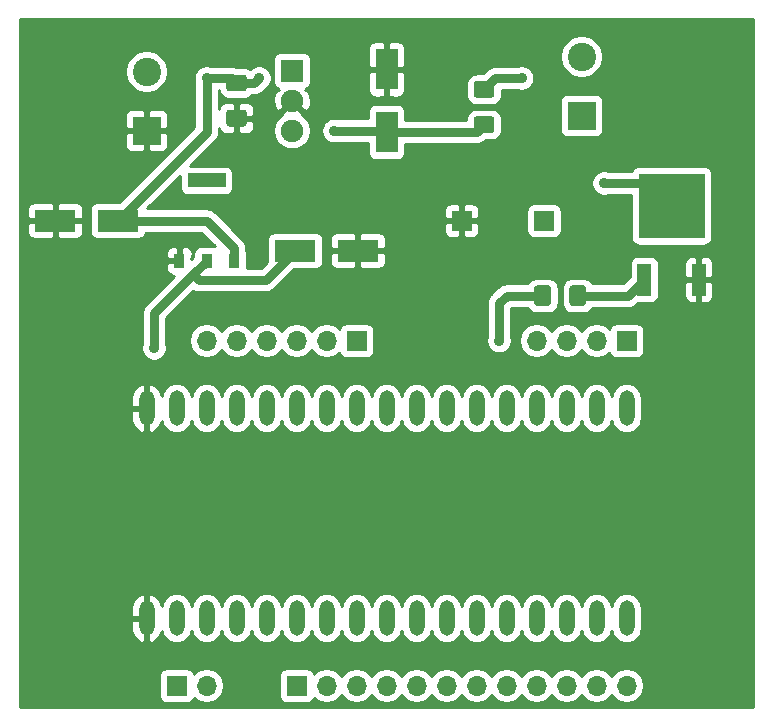
<source format=gbr>
%TF.GenerationSoftware,KiCad,Pcbnew,5.1.6*%
%TF.CreationDate,2020-09-09T09:45:07+10:00*%
%TF.ProjectId,TX,54582e6b-6963-4616-945f-706362585858,rev?*%
%TF.SameCoordinates,Original*%
%TF.FileFunction,Copper,L1,Top*%
%TF.FilePolarity,Positive*%
%FSLAX46Y46*%
G04 Gerber Fmt 4.6, Leading zero omitted, Abs format (unit mm)*
G04 Created by KiCad (PCBNEW 5.1.6) date 2020-09-09 09:45:07*
%MOMM*%
%LPD*%
G01*
G04 APERTURE LIST*
%TA.AperFunction,ComponentPad*%
%ADD10R,2.400000X2.400000*%
%TD*%
%TA.AperFunction,ComponentPad*%
%ADD11C,2.400000*%
%TD*%
%TA.AperFunction,ComponentPad*%
%ADD12O,1.300000X3.000000*%
%TD*%
%TA.AperFunction,SMDPad,CuDef*%
%ADD13R,1.850000X3.500000*%
%TD*%
%TA.AperFunction,SMDPad,CuDef*%
%ADD14R,3.500000X1.850000*%
%TD*%
%TA.AperFunction,ComponentPad*%
%ADD15R,1.905000X1.905000*%
%TD*%
%TA.AperFunction,ComponentPad*%
%ADD16C,1.905000*%
%TD*%
%TA.AperFunction,SMDPad,CuDef*%
%ADD17R,1.150000X2.770000*%
%TD*%
%TA.AperFunction,SMDPad,CuDef*%
%ADD18R,5.550000X5.500000*%
%TD*%
%TA.AperFunction,SMDPad,CuDef*%
%ADD19R,0.950000X1.250000*%
%TD*%
%TA.AperFunction,SMDPad,CuDef*%
%ADD20R,3.200000X1.250000*%
%TD*%
%TA.AperFunction,ComponentPad*%
%ADD21R,1.700000X1.700000*%
%TD*%
%TA.AperFunction,ComponentPad*%
%ADD22O,1.700000X1.700000*%
%TD*%
%TA.AperFunction,ViaPad*%
%ADD23C,0.900000*%
%TD*%
%TA.AperFunction,Conductor*%
%ADD24C,0.800000*%
%TD*%
%TA.AperFunction,Conductor*%
%ADD25C,0.254000*%
%TD*%
G04 APERTURE END LIST*
D10*
%TO.P,Battery,1*%
%TO.N,GND*%
X134620000Y-80010000D03*
D11*
%TO.P,Battery,2*%
%TO.N,Net-(.47u1-Pad1)*%
X134620000Y-75010000D03*
%TD*%
D12*
%TO.P,STM32F103C8T6,17*%
%TO.N,GND*%
X134620000Y-103512620D03*
%TO.P,STM32F103C8T6,18*%
X134620000Y-121292620D03*
%TO.P,STM32F103C8T6,16*%
%TO.N,Net-(10u2-Pad1)*%
X137160000Y-103505000D03*
%TO.P,STM32F103C8T6,19*%
%TO.N,Net-(1x2-Pad1)*%
X137160000Y-121285000D03*
%TO.P,STM32F103C8T6,15*%
%TO.N,Net-(1x6-Pad6)*%
X139700000Y-103505000D03*
%TO.P,STM32F103C8T6,20*%
%TO.N,Net-(1x2-Pad2)*%
X139700000Y-121285000D03*
%TO.P,STM32F103C8T6,14*%
%TO.N,Net-(1x6-Pad5)*%
X142240000Y-103512620D03*
%TO.P,STM32F103C8T6,21*%
%TO.N,N/C*%
X142240000Y-121285000D03*
%TO.P,STM32F103C8T6,13*%
%TO.N,Net-(1x6-Pad4)*%
X144780000Y-103512620D03*
%TO.P,STM32F103C8T6,22*%
%TO.N,N/C*%
X144780000Y-121285000D03*
%TO.P,STM32F103C8T6,12*%
%TO.N,Net-(1x6-Pad3)*%
X147320000Y-103505000D03*
%TO.P,STM32F103C8T6,23*%
%TO.N,Net-(1x12-Pad1)*%
X147320000Y-121285000D03*
%TO.P,STM32F103C8T6,11*%
%TO.N,Net-(1x6-Pad2)*%
X149860000Y-103512620D03*
%TO.P,STM32F103C8T6,24*%
%TO.N,Net-(1x12-Pad2)*%
X149860000Y-121285000D03*
%TO.P,STM32F103C8T6,10*%
%TO.N,Net-(1x6-Pad1)*%
X152400000Y-103505000D03*
%TO.P,STM32F103C8T6,25*%
%TO.N,Net-(1x12-Pad3)*%
X152400000Y-121292620D03*
%TO.P,STM32F103C8T6,9*%
%TO.N,N/C*%
X154940000Y-103512620D03*
%TO.P,STM32F103C8T6,26*%
%TO.N,Net-(1x12-Pad4)*%
X154940000Y-121292620D03*
%TO.P,STM32F103C8T6,8*%
%TO.N,N/C*%
X157480000Y-103512620D03*
%TO.P,STM32F103C8T6,27*%
%TO.N,Net-(1x12-Pad5)*%
X157480000Y-121292620D03*
%TO.P,STM32F103C8T6,7*%
%TO.N,N/C*%
X160020000Y-103512620D03*
%TO.P,STM32F103C8T6,28*%
%TO.N,Net-(1x12-Pad6)*%
X160020000Y-121292620D03*
%TO.P,STM32F103C8T6,6*%
%TO.N,N/C*%
X162560000Y-103512620D03*
%TO.P,STM32F103C8T6,29*%
%TO.N,Net-(1x12-Pad7)*%
X162560000Y-121285000D03*
%TO.P,STM32F103C8T6,5*%
%TO.N,Net-(RB1-Pad2)*%
X165100000Y-103512620D03*
%TO.P,STM32F103C8T6,30*%
%TO.N,Net-(1x12-Pad8)*%
X165100000Y-121292620D03*
%TO.P,STM32F103C8T6,4*%
%TO.N,Net-(1x4-Pad4)*%
X167640000Y-103505000D03*
%TO.P,STM32F103C8T6,31*%
%TO.N,Net-(1x12-Pad9)*%
X167640000Y-121292620D03*
%TO.P,STM32F103C8T6,3*%
%TO.N,Net-(1x4-Pad3)*%
X170180000Y-103512620D03*
%TO.P,STM32F103C8T6,32*%
%TO.N,Net-(1x12-Pad10)*%
X170180000Y-121285000D03*
%TO.P,STM32F103C8T6,2*%
%TO.N,Net-(1x4-Pad2)*%
X172720000Y-103512620D03*
%TO.P,STM32F103C8T6,33*%
%TO.N,Net-(1x12-Pad11)*%
X172720000Y-121285000D03*
%TO.P,STM32F103C8T6,1*%
%TO.N,Net-(1x4-Pad1)*%
X175260000Y-103505000D03*
%TO.P,STM32F103C8T6,34*%
%TO.N,Net-(1x12-Pad12)*%
X175260000Y-121285000D03*
%TD*%
D13*
%TO.P,22u,1*%
%TO.N,Net-(22u1-Pad1)*%
X154940000Y-80120000D03*
%TO.P,22u,2*%
%TO.N,GND*%
X154940000Y-74820000D03*
%TD*%
D14*
%TO.P,10u,1*%
%TO.N,Net-(.47u1-Pad1)*%
X132190000Y-87630000D03*
%TO.P,10u,2*%
%TO.N,GND*%
X126890000Y-87630000D03*
%TD*%
%TO.P,10u,2*%
%TO.N,GND*%
X152510000Y-90170000D03*
%TO.P,10u,1*%
%TO.N,Net-(10u2-Pad1)*%
X147210000Y-90170000D03*
%TD*%
D15*
%TO.P,5VR,1*%
%TO.N,Net-(.47u1-Pad1)*%
X146939000Y-74930000D03*
D16*
%TO.P,5VR,2*%
%TO.N,GND*%
X146939000Y-77470000D03*
%TO.P,5VR,3*%
%TO.N,Net-(22u1-Pad1)*%
X146939000Y-80010000D03*
%TD*%
D17*
%TO.P,NPN,1*%
%TO.N,Net-(NPN1-Pad1)*%
X176770000Y-92625000D03*
D18*
%TO.P,NPN,2*%
%TO.N,Net-(LED1-Pad1)*%
X179070000Y-86360000D03*
D17*
%TO.P,NPN,3*%
%TO.N,GND*%
X181370000Y-92625000D03*
%TD*%
D19*
%TO.P,3V3R,1*%
%TO.N,GND*%
X137400000Y-91030000D03*
%TO.P,3V3R,2*%
%TO.N,Net-(10u2-Pad1)*%
X139700000Y-91030000D03*
%TO.P,3V3R,3*%
%TO.N,Net-(.47u1-Pad1)*%
X142000000Y-91030000D03*
D20*
%TO.P,3V3R,4*%
%TO.N,N/C*%
X139700000Y-84230000D03*
%TD*%
D10*
%TO.P,LED,1*%
%TO.N,Net-(LED1-Pad1)*%
X171450000Y-78740000D03*
D11*
%TO.P,LED,2*%
%TO.N,Net-(LED1-Pad2)*%
X171450000Y-73740000D03*
%TD*%
D21*
%TO.P,1x2,1*%
%TO.N,Net-(1x2-Pad1)*%
X137160000Y-127000000D03*
D22*
%TO.P,1x2,2*%
%TO.N,Net-(1x2-Pad2)*%
X139700000Y-127000000D03*
%TD*%
D21*
%TO.P,1x4,1*%
%TO.N,Net-(1x4-Pad1)*%
X175260000Y-97790000D03*
D22*
%TO.P,1x4,2*%
%TO.N,Net-(1x4-Pad2)*%
X172720000Y-97790000D03*
%TO.P,1x4,3*%
%TO.N,Net-(1x4-Pad3)*%
X170180000Y-97790000D03*
%TO.P,1x4,4*%
%TO.N,Net-(1x4-Pad4)*%
X167640000Y-97790000D03*
%TD*%
D21*
%TO.P,1x6,1*%
%TO.N,Net-(1x6-Pad1)*%
X152400000Y-97790000D03*
D22*
%TO.P,1x6,2*%
%TO.N,Net-(1x6-Pad2)*%
X149860000Y-97790000D03*
%TO.P,1x6,3*%
%TO.N,Net-(1x6-Pad3)*%
X147320000Y-97790000D03*
%TO.P,1x6,4*%
%TO.N,Net-(1x6-Pad4)*%
X144780000Y-97790000D03*
%TO.P,1x6,5*%
%TO.N,Net-(1x6-Pad5)*%
X142240000Y-97790000D03*
%TO.P,1x6,6*%
%TO.N,Net-(1x6-Pad6)*%
X139700000Y-97790000D03*
%TD*%
D21*
%TO.P,1x12,1*%
%TO.N,Net-(1x12-Pad1)*%
X147320000Y-127000000D03*
D22*
%TO.P,1x12,2*%
%TO.N,Net-(1x12-Pad2)*%
X149860000Y-127000000D03*
%TO.P,1x12,3*%
%TO.N,Net-(1x12-Pad3)*%
X152400000Y-127000000D03*
%TO.P,1x12,4*%
%TO.N,Net-(1x12-Pad4)*%
X154940000Y-127000000D03*
%TO.P,1x12,5*%
%TO.N,Net-(1x12-Pad5)*%
X157480000Y-127000000D03*
%TO.P,1x12,6*%
%TO.N,Net-(1x12-Pad6)*%
X160020000Y-127000000D03*
%TO.P,1x12,7*%
%TO.N,Net-(1x12-Pad7)*%
X162560000Y-127000000D03*
%TO.P,1x12,8*%
%TO.N,Net-(1x12-Pad8)*%
X165100000Y-127000000D03*
%TO.P,1x12,9*%
%TO.N,Net-(1x12-Pad9)*%
X167640000Y-127000000D03*
%TO.P,1x12,10*%
%TO.N,Net-(1x12-Pad10)*%
X170180000Y-127000000D03*
%TO.P,1x12,11*%
%TO.N,Net-(1x12-Pad11)*%
X172720000Y-127000000D03*
%TO.P,1x12,12*%
%TO.N,Net-(1x12-Pad12)*%
X175260000Y-127000000D03*
%TD*%
D21*
%TO.P,GND,1*%
%TO.N,GND*%
X161290000Y-87630000D03*
%TD*%
%TO.P,.47u,1*%
%TO.N,Net-(.47u1-Pad1)*%
%TA.AperFunction,SMDPad,CuDef*%
G36*
G01*
X141615000Y-75270000D02*
X142865000Y-75270000D01*
G75*
G02*
X143115000Y-75520000I0J-250000D01*
G01*
X143115000Y-76445000D01*
G75*
G02*
X142865000Y-76695000I-250000J0D01*
G01*
X141615000Y-76695000D01*
G75*
G02*
X141365000Y-76445000I0J250000D01*
G01*
X141365000Y-75520000D01*
G75*
G02*
X141615000Y-75270000I250000J0D01*
G01*
G37*
%TD.AperFunction*%
%TO.P,.47u,2*%
%TO.N,GND*%
%TA.AperFunction,SMDPad,CuDef*%
G36*
G01*
X141615000Y-78245000D02*
X142865000Y-78245000D01*
G75*
G02*
X143115000Y-78495000I0J-250000D01*
G01*
X143115000Y-79420000D01*
G75*
G02*
X142865000Y-79670000I-250000J0D01*
G01*
X141615000Y-79670000D01*
G75*
G02*
X141365000Y-79420000I0J250000D01*
G01*
X141365000Y-78495000D01*
G75*
G02*
X141615000Y-78245000I250000J0D01*
G01*
G37*
%TD.AperFunction*%
%TD*%
%TO.P,RB,1*%
%TO.N,Net-(NPN1-Pad1)*%
%TA.AperFunction,SMDPad,CuDef*%
G36*
G01*
X171840000Y-93355000D02*
X171840000Y-94605000D01*
G75*
G02*
X171590000Y-94855000I-250000J0D01*
G01*
X170665000Y-94855000D01*
G75*
G02*
X170415000Y-94605000I0J250000D01*
G01*
X170415000Y-93355000D01*
G75*
G02*
X170665000Y-93105000I250000J0D01*
G01*
X171590000Y-93105000D01*
G75*
G02*
X171840000Y-93355000I0J-250000D01*
G01*
G37*
%TD.AperFunction*%
%TO.P,RB,2*%
%TO.N,Net-(RB1-Pad2)*%
%TA.AperFunction,SMDPad,CuDef*%
G36*
G01*
X168865000Y-93355000D02*
X168865000Y-94605000D01*
G75*
G02*
X168615000Y-94855000I-250000J0D01*
G01*
X167690000Y-94855000D01*
G75*
G02*
X167440000Y-94605000I0J250000D01*
G01*
X167440000Y-93355000D01*
G75*
G02*
X167690000Y-93105000I250000J0D01*
G01*
X168615000Y-93105000D01*
G75*
G02*
X168865000Y-93355000I0J-250000D01*
G01*
G37*
%TD.AperFunction*%
%TD*%
%TO.P,RC,2*%
%TO.N,Net-(22u1-Pad1)*%
%TA.AperFunction,SMDPad,CuDef*%
G36*
G01*
X162570000Y-78785000D02*
X163820000Y-78785000D01*
G75*
G02*
X164070000Y-79035000I0J-250000D01*
G01*
X164070000Y-79960000D01*
G75*
G02*
X163820000Y-80210000I-250000J0D01*
G01*
X162570000Y-80210000D01*
G75*
G02*
X162320000Y-79960000I0J250000D01*
G01*
X162320000Y-79035000D01*
G75*
G02*
X162570000Y-78785000I250000J0D01*
G01*
G37*
%TD.AperFunction*%
%TO.P,RC,1*%
%TO.N,Net-(LED1-Pad2)*%
%TA.AperFunction,SMDPad,CuDef*%
G36*
G01*
X162570000Y-75810000D02*
X163820000Y-75810000D01*
G75*
G02*
X164070000Y-76060000I0J-250000D01*
G01*
X164070000Y-76985000D01*
G75*
G02*
X163820000Y-77235000I-250000J0D01*
G01*
X162570000Y-77235000D01*
G75*
G02*
X162320000Y-76985000I0J250000D01*
G01*
X162320000Y-76060000D01*
G75*
G02*
X162570000Y-75810000I250000J0D01*
G01*
G37*
%TD.AperFunction*%
%TD*%
%TO.P,LED_Pin,1*%
%TO.N,Net-(LED1-Pad1)*%
X168275000Y-87630000D03*
%TD*%
D23*
%TO.N,GND*%
X126365000Y-80010000D03*
%TO.N,Net-(LED1-Pad1)*%
X173355000Y-84455000D03*
%TO.N,Net-(LED1-Pad2)*%
X166370000Y-75565000D03*
%TO.N,Net-(.47u1-Pad1)*%
X139700000Y-75565000D03*
X144145000Y-75565000D03*
%TO.N,Net-(10u2-Pad1)*%
X135255000Y-98425000D03*
%TO.N,Net-(22u1-Pad1)*%
X150495000Y-80010000D03*
%TO.N,Net-(RB1-Pad2)*%
X164465000Y-97790000D03*
%TD*%
D24*
%TO.N,Net-(LED1-Pad1)*%
X177165000Y-84455000D02*
X179070000Y-86360000D01*
X173355000Y-84455000D02*
X177165000Y-84455000D01*
%TO.N,Net-(LED1-Pad2)*%
X164152500Y-75565000D02*
X163195000Y-76522500D01*
X166370000Y-75565000D02*
X164152500Y-75565000D01*
%TO.N,Net-(.47u1-Pad1)*%
X142000000Y-91030000D02*
X142000000Y-89930000D01*
X142000000Y-89930000D02*
X139700000Y-87630000D01*
X135255000Y-87630000D02*
X132190000Y-87630000D01*
X135890000Y-87630000D02*
X135255000Y-87630000D01*
X139700000Y-87630000D02*
X135890000Y-87630000D01*
X139700000Y-80120000D02*
X132190000Y-87630000D01*
X139700000Y-75565000D02*
X139700000Y-80120000D01*
X141822500Y-75565000D02*
X142240000Y-75982500D01*
X139700000Y-75565000D02*
X141822500Y-75565000D01*
X143727500Y-75982500D02*
X144145000Y-75565000D01*
X142240000Y-75982500D02*
X143727500Y-75982500D01*
%TO.N,Net-(10u2-Pad1)*%
X139035010Y-92680010D02*
X138542500Y-92187500D01*
X144699990Y-92680010D02*
X139035010Y-92680010D01*
X147210000Y-90170000D02*
X144699990Y-92680010D01*
X139700000Y-91030000D02*
X138542500Y-92187500D01*
X135255000Y-95475000D02*
X138542500Y-92187500D01*
X135255000Y-98425000D02*
X135255000Y-95475000D01*
%TO.N,Net-(22u1-Pad1)*%
X155050000Y-80010000D02*
X154940000Y-80120000D01*
X154830000Y-80010000D02*
X154940000Y-80120000D01*
X150495000Y-80010000D02*
X154830000Y-80010000D01*
X162572500Y-80120000D02*
X163195000Y-79497500D01*
X154940000Y-80120000D02*
X162572500Y-80120000D01*
%TO.N,Net-(NPN1-Pad1)*%
X175415000Y-93980000D02*
X176770000Y-92625000D01*
X171640000Y-93980000D02*
X175415000Y-93980000D01*
%TO.N,Net-(RB1-Pad2)*%
X165100000Y-93980000D02*
X167640000Y-93980000D01*
X164465000Y-97790000D02*
X164465000Y-94615000D01*
X164465000Y-94615000D02*
X165100000Y-93980000D01*
%TD*%
D25*
%TO.N,GND*%
G36*
X185980000Y-123155123D02*
G01*
X185980000Y-123155124D01*
X185980001Y-128830000D01*
X123900000Y-128830000D01*
X123900000Y-126150000D01*
X135671928Y-126150000D01*
X135671928Y-127850000D01*
X135684188Y-127974482D01*
X135720498Y-128094180D01*
X135779463Y-128204494D01*
X135858815Y-128301185D01*
X135955506Y-128380537D01*
X136065820Y-128439502D01*
X136185518Y-128475812D01*
X136310000Y-128488072D01*
X138010000Y-128488072D01*
X138134482Y-128475812D01*
X138254180Y-128439502D01*
X138364494Y-128380537D01*
X138461185Y-128301185D01*
X138540537Y-128204494D01*
X138599502Y-128094180D01*
X138621513Y-128021620D01*
X138753368Y-128153475D01*
X138996589Y-128315990D01*
X139266842Y-128427932D01*
X139553740Y-128485000D01*
X139846260Y-128485000D01*
X140133158Y-128427932D01*
X140403411Y-128315990D01*
X140646632Y-128153475D01*
X140853475Y-127946632D01*
X141015990Y-127703411D01*
X141127932Y-127433158D01*
X141185000Y-127146260D01*
X141185000Y-126853740D01*
X141127932Y-126566842D01*
X141015990Y-126296589D01*
X140918043Y-126150000D01*
X145831928Y-126150000D01*
X145831928Y-127850000D01*
X145844188Y-127974482D01*
X145880498Y-128094180D01*
X145939463Y-128204494D01*
X146018815Y-128301185D01*
X146115506Y-128380537D01*
X146225820Y-128439502D01*
X146345518Y-128475812D01*
X146470000Y-128488072D01*
X148170000Y-128488072D01*
X148294482Y-128475812D01*
X148414180Y-128439502D01*
X148524494Y-128380537D01*
X148621185Y-128301185D01*
X148700537Y-128204494D01*
X148759502Y-128094180D01*
X148781513Y-128021620D01*
X148913368Y-128153475D01*
X149156589Y-128315990D01*
X149426842Y-128427932D01*
X149713740Y-128485000D01*
X150006260Y-128485000D01*
X150293158Y-128427932D01*
X150563411Y-128315990D01*
X150806632Y-128153475D01*
X151013475Y-127946632D01*
X151130000Y-127772240D01*
X151246525Y-127946632D01*
X151453368Y-128153475D01*
X151696589Y-128315990D01*
X151966842Y-128427932D01*
X152253740Y-128485000D01*
X152546260Y-128485000D01*
X152833158Y-128427932D01*
X153103411Y-128315990D01*
X153346632Y-128153475D01*
X153553475Y-127946632D01*
X153670000Y-127772240D01*
X153786525Y-127946632D01*
X153993368Y-128153475D01*
X154236589Y-128315990D01*
X154506842Y-128427932D01*
X154793740Y-128485000D01*
X155086260Y-128485000D01*
X155373158Y-128427932D01*
X155643411Y-128315990D01*
X155886632Y-128153475D01*
X156093475Y-127946632D01*
X156210000Y-127772240D01*
X156326525Y-127946632D01*
X156533368Y-128153475D01*
X156776589Y-128315990D01*
X157046842Y-128427932D01*
X157333740Y-128485000D01*
X157626260Y-128485000D01*
X157913158Y-128427932D01*
X158183411Y-128315990D01*
X158426632Y-128153475D01*
X158633475Y-127946632D01*
X158750000Y-127772240D01*
X158866525Y-127946632D01*
X159073368Y-128153475D01*
X159316589Y-128315990D01*
X159586842Y-128427932D01*
X159873740Y-128485000D01*
X160166260Y-128485000D01*
X160453158Y-128427932D01*
X160723411Y-128315990D01*
X160966632Y-128153475D01*
X161173475Y-127946632D01*
X161290000Y-127772240D01*
X161406525Y-127946632D01*
X161613368Y-128153475D01*
X161856589Y-128315990D01*
X162126842Y-128427932D01*
X162413740Y-128485000D01*
X162706260Y-128485000D01*
X162993158Y-128427932D01*
X163263411Y-128315990D01*
X163506632Y-128153475D01*
X163713475Y-127946632D01*
X163830000Y-127772240D01*
X163946525Y-127946632D01*
X164153368Y-128153475D01*
X164396589Y-128315990D01*
X164666842Y-128427932D01*
X164953740Y-128485000D01*
X165246260Y-128485000D01*
X165533158Y-128427932D01*
X165803411Y-128315990D01*
X166046632Y-128153475D01*
X166253475Y-127946632D01*
X166370000Y-127772240D01*
X166486525Y-127946632D01*
X166693368Y-128153475D01*
X166936589Y-128315990D01*
X167206842Y-128427932D01*
X167493740Y-128485000D01*
X167786260Y-128485000D01*
X168073158Y-128427932D01*
X168343411Y-128315990D01*
X168586632Y-128153475D01*
X168793475Y-127946632D01*
X168910000Y-127772240D01*
X169026525Y-127946632D01*
X169233368Y-128153475D01*
X169476589Y-128315990D01*
X169746842Y-128427932D01*
X170033740Y-128485000D01*
X170326260Y-128485000D01*
X170613158Y-128427932D01*
X170883411Y-128315990D01*
X171126632Y-128153475D01*
X171333475Y-127946632D01*
X171450000Y-127772240D01*
X171566525Y-127946632D01*
X171773368Y-128153475D01*
X172016589Y-128315990D01*
X172286842Y-128427932D01*
X172573740Y-128485000D01*
X172866260Y-128485000D01*
X173153158Y-128427932D01*
X173423411Y-128315990D01*
X173666632Y-128153475D01*
X173873475Y-127946632D01*
X173990000Y-127772240D01*
X174106525Y-127946632D01*
X174313368Y-128153475D01*
X174556589Y-128315990D01*
X174826842Y-128427932D01*
X175113740Y-128485000D01*
X175406260Y-128485000D01*
X175693158Y-128427932D01*
X175963411Y-128315990D01*
X176206632Y-128153475D01*
X176413475Y-127946632D01*
X176575990Y-127703411D01*
X176687932Y-127433158D01*
X176745000Y-127146260D01*
X176745000Y-126853740D01*
X176687932Y-126566842D01*
X176575990Y-126296589D01*
X176413475Y-126053368D01*
X176206632Y-125846525D01*
X175963411Y-125684010D01*
X175693158Y-125572068D01*
X175406260Y-125515000D01*
X175113740Y-125515000D01*
X174826842Y-125572068D01*
X174556589Y-125684010D01*
X174313368Y-125846525D01*
X174106525Y-126053368D01*
X173990000Y-126227760D01*
X173873475Y-126053368D01*
X173666632Y-125846525D01*
X173423411Y-125684010D01*
X173153158Y-125572068D01*
X172866260Y-125515000D01*
X172573740Y-125515000D01*
X172286842Y-125572068D01*
X172016589Y-125684010D01*
X171773368Y-125846525D01*
X171566525Y-126053368D01*
X171450000Y-126227760D01*
X171333475Y-126053368D01*
X171126632Y-125846525D01*
X170883411Y-125684010D01*
X170613158Y-125572068D01*
X170326260Y-125515000D01*
X170033740Y-125515000D01*
X169746842Y-125572068D01*
X169476589Y-125684010D01*
X169233368Y-125846525D01*
X169026525Y-126053368D01*
X168910000Y-126227760D01*
X168793475Y-126053368D01*
X168586632Y-125846525D01*
X168343411Y-125684010D01*
X168073158Y-125572068D01*
X167786260Y-125515000D01*
X167493740Y-125515000D01*
X167206842Y-125572068D01*
X166936589Y-125684010D01*
X166693368Y-125846525D01*
X166486525Y-126053368D01*
X166370000Y-126227760D01*
X166253475Y-126053368D01*
X166046632Y-125846525D01*
X165803411Y-125684010D01*
X165533158Y-125572068D01*
X165246260Y-125515000D01*
X164953740Y-125515000D01*
X164666842Y-125572068D01*
X164396589Y-125684010D01*
X164153368Y-125846525D01*
X163946525Y-126053368D01*
X163830000Y-126227760D01*
X163713475Y-126053368D01*
X163506632Y-125846525D01*
X163263411Y-125684010D01*
X162993158Y-125572068D01*
X162706260Y-125515000D01*
X162413740Y-125515000D01*
X162126842Y-125572068D01*
X161856589Y-125684010D01*
X161613368Y-125846525D01*
X161406525Y-126053368D01*
X161290000Y-126227760D01*
X161173475Y-126053368D01*
X160966632Y-125846525D01*
X160723411Y-125684010D01*
X160453158Y-125572068D01*
X160166260Y-125515000D01*
X159873740Y-125515000D01*
X159586842Y-125572068D01*
X159316589Y-125684010D01*
X159073368Y-125846525D01*
X158866525Y-126053368D01*
X158750000Y-126227760D01*
X158633475Y-126053368D01*
X158426632Y-125846525D01*
X158183411Y-125684010D01*
X157913158Y-125572068D01*
X157626260Y-125515000D01*
X157333740Y-125515000D01*
X157046842Y-125572068D01*
X156776589Y-125684010D01*
X156533368Y-125846525D01*
X156326525Y-126053368D01*
X156210000Y-126227760D01*
X156093475Y-126053368D01*
X155886632Y-125846525D01*
X155643411Y-125684010D01*
X155373158Y-125572068D01*
X155086260Y-125515000D01*
X154793740Y-125515000D01*
X154506842Y-125572068D01*
X154236589Y-125684010D01*
X153993368Y-125846525D01*
X153786525Y-126053368D01*
X153670000Y-126227760D01*
X153553475Y-126053368D01*
X153346632Y-125846525D01*
X153103411Y-125684010D01*
X152833158Y-125572068D01*
X152546260Y-125515000D01*
X152253740Y-125515000D01*
X151966842Y-125572068D01*
X151696589Y-125684010D01*
X151453368Y-125846525D01*
X151246525Y-126053368D01*
X151130000Y-126227760D01*
X151013475Y-126053368D01*
X150806632Y-125846525D01*
X150563411Y-125684010D01*
X150293158Y-125572068D01*
X150006260Y-125515000D01*
X149713740Y-125515000D01*
X149426842Y-125572068D01*
X149156589Y-125684010D01*
X148913368Y-125846525D01*
X148781513Y-125978380D01*
X148759502Y-125905820D01*
X148700537Y-125795506D01*
X148621185Y-125698815D01*
X148524494Y-125619463D01*
X148414180Y-125560498D01*
X148294482Y-125524188D01*
X148170000Y-125511928D01*
X146470000Y-125511928D01*
X146345518Y-125524188D01*
X146225820Y-125560498D01*
X146115506Y-125619463D01*
X146018815Y-125698815D01*
X145939463Y-125795506D01*
X145880498Y-125905820D01*
X145844188Y-126025518D01*
X145831928Y-126150000D01*
X140918043Y-126150000D01*
X140853475Y-126053368D01*
X140646632Y-125846525D01*
X140403411Y-125684010D01*
X140133158Y-125572068D01*
X139846260Y-125515000D01*
X139553740Y-125515000D01*
X139266842Y-125572068D01*
X138996589Y-125684010D01*
X138753368Y-125846525D01*
X138621513Y-125978380D01*
X138599502Y-125905820D01*
X138540537Y-125795506D01*
X138461185Y-125698815D01*
X138364494Y-125619463D01*
X138254180Y-125560498D01*
X138134482Y-125524188D01*
X138010000Y-125511928D01*
X136310000Y-125511928D01*
X136185518Y-125524188D01*
X136065820Y-125560498D01*
X135955506Y-125619463D01*
X135858815Y-125698815D01*
X135779463Y-125795506D01*
X135720498Y-125905820D01*
X135684188Y-126025518D01*
X135671928Y-126150000D01*
X123900000Y-126150000D01*
X123900000Y-121419620D01*
X133335000Y-121419620D01*
X133335000Y-122269620D01*
X133384467Y-122517871D01*
X133481415Y-122751701D01*
X133622118Y-122962125D01*
X133801170Y-123141056D01*
X134011689Y-123281617D01*
X134245585Y-123378407D01*
X134294529Y-123385719D01*
X134493000Y-123261687D01*
X134493000Y-121419620D01*
X133335000Y-121419620D01*
X123900000Y-121419620D01*
X123900000Y-120315620D01*
X133335000Y-120315620D01*
X133335000Y-121165620D01*
X134493000Y-121165620D01*
X134493000Y-119323553D01*
X134747000Y-119323553D01*
X134747000Y-121165620D01*
X134767000Y-121165620D01*
X134767000Y-121419620D01*
X134747000Y-121419620D01*
X134747000Y-123261687D01*
X134945471Y-123385719D01*
X134994415Y-123378407D01*
X135228311Y-123281617D01*
X135438830Y-123141056D01*
X135617882Y-122962125D01*
X135758585Y-122751701D01*
X135855533Y-122517871D01*
X135889636Y-122346725D01*
X135893593Y-122386903D01*
X135967071Y-122629126D01*
X136086392Y-122852361D01*
X136246972Y-123048028D01*
X136442638Y-123208608D01*
X136665873Y-123327929D01*
X136908096Y-123401407D01*
X137160000Y-123426217D01*
X137411903Y-123401407D01*
X137654126Y-123327929D01*
X137877361Y-123208608D01*
X138073028Y-123048028D01*
X138233608Y-122852362D01*
X138352929Y-122629127D01*
X138426407Y-122386904D01*
X138430000Y-122350423D01*
X138433593Y-122386903D01*
X138507071Y-122629126D01*
X138626392Y-122852361D01*
X138786972Y-123048028D01*
X138982638Y-123208608D01*
X139205873Y-123327929D01*
X139448096Y-123401407D01*
X139700000Y-123426217D01*
X139951903Y-123401407D01*
X140194126Y-123327929D01*
X140417361Y-123208608D01*
X140613028Y-123048028D01*
X140773608Y-122852362D01*
X140892929Y-122629127D01*
X140966407Y-122386904D01*
X140970000Y-122350423D01*
X140973593Y-122386903D01*
X141047071Y-122629126D01*
X141166392Y-122852361D01*
X141326972Y-123048028D01*
X141522638Y-123208608D01*
X141745873Y-123327929D01*
X141988096Y-123401407D01*
X142240000Y-123426217D01*
X142491903Y-123401407D01*
X142734126Y-123327929D01*
X142957361Y-123208608D01*
X143153028Y-123048028D01*
X143313608Y-122852362D01*
X143432929Y-122629127D01*
X143506407Y-122386904D01*
X143510000Y-122350423D01*
X143513593Y-122386903D01*
X143587071Y-122629126D01*
X143706392Y-122852361D01*
X143866972Y-123048028D01*
X144062638Y-123208608D01*
X144285873Y-123327929D01*
X144528096Y-123401407D01*
X144780000Y-123426217D01*
X145031903Y-123401407D01*
X145274126Y-123327929D01*
X145497361Y-123208608D01*
X145693028Y-123048028D01*
X145853608Y-122852362D01*
X145972929Y-122629127D01*
X146046407Y-122386904D01*
X146050000Y-122350423D01*
X146053593Y-122386903D01*
X146127071Y-122629126D01*
X146246392Y-122852361D01*
X146406972Y-123048028D01*
X146602638Y-123208608D01*
X146825873Y-123327929D01*
X147068096Y-123401407D01*
X147320000Y-123426217D01*
X147571903Y-123401407D01*
X147814126Y-123327929D01*
X148037361Y-123208608D01*
X148233028Y-123048028D01*
X148393608Y-122852362D01*
X148512929Y-122629127D01*
X148586407Y-122386904D01*
X148590000Y-122350423D01*
X148593593Y-122386903D01*
X148667071Y-122629126D01*
X148786392Y-122852361D01*
X148946972Y-123048028D01*
X149142638Y-123208608D01*
X149365873Y-123327929D01*
X149608096Y-123401407D01*
X149860000Y-123426217D01*
X150111903Y-123401407D01*
X150354126Y-123327929D01*
X150577361Y-123208608D01*
X150773028Y-123048028D01*
X150933608Y-122852362D01*
X151052929Y-122629127D01*
X151126407Y-122386904D01*
X151129625Y-122354233D01*
X151133593Y-122394523D01*
X151207071Y-122636746D01*
X151326392Y-122859981D01*
X151486972Y-123055648D01*
X151682638Y-123216228D01*
X151905873Y-123335549D01*
X152148096Y-123409027D01*
X152400000Y-123433837D01*
X152651903Y-123409027D01*
X152894126Y-123335549D01*
X153117361Y-123216228D01*
X153313028Y-123055648D01*
X153473608Y-122859982D01*
X153592929Y-122636747D01*
X153666407Y-122394524D01*
X153670000Y-122358043D01*
X153673593Y-122394523D01*
X153747071Y-122636746D01*
X153866392Y-122859981D01*
X154026972Y-123055648D01*
X154222638Y-123216228D01*
X154445873Y-123335549D01*
X154688096Y-123409027D01*
X154940000Y-123433837D01*
X155191903Y-123409027D01*
X155434126Y-123335549D01*
X155657361Y-123216228D01*
X155853028Y-123055648D01*
X156013608Y-122859982D01*
X156132929Y-122636747D01*
X156206407Y-122394524D01*
X156210000Y-122358043D01*
X156213593Y-122394523D01*
X156287071Y-122636746D01*
X156406392Y-122859981D01*
X156566972Y-123055648D01*
X156762638Y-123216228D01*
X156985873Y-123335549D01*
X157228096Y-123409027D01*
X157480000Y-123433837D01*
X157731903Y-123409027D01*
X157974126Y-123335549D01*
X158197361Y-123216228D01*
X158393028Y-123055648D01*
X158553608Y-122859982D01*
X158672929Y-122636747D01*
X158746407Y-122394524D01*
X158750000Y-122358043D01*
X158753593Y-122394523D01*
X158827071Y-122636746D01*
X158946392Y-122859981D01*
X159106972Y-123055648D01*
X159302638Y-123216228D01*
X159525873Y-123335549D01*
X159768096Y-123409027D01*
X160020000Y-123433837D01*
X160271903Y-123409027D01*
X160514126Y-123335549D01*
X160737361Y-123216228D01*
X160933028Y-123055648D01*
X161093608Y-122859982D01*
X161212929Y-122636747D01*
X161286407Y-122394524D01*
X161290375Y-122354233D01*
X161293593Y-122386903D01*
X161367071Y-122629126D01*
X161486392Y-122852361D01*
X161646972Y-123048028D01*
X161842638Y-123208608D01*
X162065873Y-123327929D01*
X162308096Y-123401407D01*
X162560000Y-123426217D01*
X162811903Y-123401407D01*
X163054126Y-123327929D01*
X163277361Y-123208608D01*
X163473028Y-123048028D01*
X163633608Y-122852362D01*
X163752929Y-122629127D01*
X163826407Y-122386904D01*
X163829625Y-122354233D01*
X163833593Y-122394523D01*
X163907071Y-122636746D01*
X164026392Y-122859981D01*
X164186972Y-123055648D01*
X164382638Y-123216228D01*
X164605873Y-123335549D01*
X164848096Y-123409027D01*
X165100000Y-123433837D01*
X165351903Y-123409027D01*
X165594126Y-123335549D01*
X165817361Y-123216228D01*
X166013028Y-123055648D01*
X166173608Y-122859982D01*
X166292929Y-122636747D01*
X166366407Y-122394524D01*
X166370000Y-122358043D01*
X166373593Y-122394523D01*
X166447071Y-122636746D01*
X166566392Y-122859981D01*
X166726972Y-123055648D01*
X166922638Y-123216228D01*
X167145873Y-123335549D01*
X167388096Y-123409027D01*
X167640000Y-123433837D01*
X167891903Y-123409027D01*
X168134126Y-123335549D01*
X168357361Y-123216228D01*
X168553028Y-123055648D01*
X168713608Y-122859982D01*
X168832929Y-122636747D01*
X168906407Y-122394524D01*
X168910375Y-122354233D01*
X168913593Y-122386903D01*
X168987071Y-122629126D01*
X169106392Y-122852361D01*
X169266972Y-123048028D01*
X169462638Y-123208608D01*
X169685873Y-123327929D01*
X169928096Y-123401407D01*
X170180000Y-123426217D01*
X170431903Y-123401407D01*
X170674126Y-123327929D01*
X170897361Y-123208608D01*
X171093028Y-123048028D01*
X171253608Y-122852362D01*
X171372929Y-122629127D01*
X171446407Y-122386904D01*
X171450000Y-122350423D01*
X171453593Y-122386903D01*
X171527071Y-122629126D01*
X171646392Y-122852361D01*
X171806972Y-123048028D01*
X172002638Y-123208608D01*
X172225873Y-123327929D01*
X172468096Y-123401407D01*
X172720000Y-123426217D01*
X172971903Y-123401407D01*
X173214126Y-123327929D01*
X173437361Y-123208608D01*
X173633028Y-123048028D01*
X173793608Y-122852362D01*
X173912929Y-122629127D01*
X173986407Y-122386904D01*
X173990000Y-122350423D01*
X173993593Y-122386903D01*
X174067071Y-122629126D01*
X174186392Y-122852361D01*
X174346972Y-123048028D01*
X174542638Y-123208608D01*
X174765873Y-123327929D01*
X175008096Y-123401407D01*
X175260000Y-123426217D01*
X175511903Y-123401407D01*
X175754126Y-123327929D01*
X175977361Y-123208608D01*
X176173028Y-123048028D01*
X176333608Y-122852362D01*
X176452929Y-122629127D01*
X176526407Y-122386904D01*
X176545000Y-122198123D01*
X176545000Y-120371877D01*
X176526407Y-120183096D01*
X176452929Y-119940873D01*
X176333608Y-119717638D01*
X176173028Y-119521972D01*
X175977362Y-119361392D01*
X175754127Y-119242071D01*
X175511904Y-119168593D01*
X175260000Y-119143783D01*
X175008097Y-119168593D01*
X174765874Y-119242071D01*
X174542639Y-119361392D01*
X174346973Y-119521972D01*
X174186393Y-119717638D01*
X174067072Y-119940873D01*
X173993594Y-120183096D01*
X173990000Y-120219581D01*
X173986407Y-120183096D01*
X173912929Y-119940873D01*
X173793608Y-119717638D01*
X173633028Y-119521972D01*
X173437362Y-119361392D01*
X173214127Y-119242071D01*
X172971904Y-119168593D01*
X172720000Y-119143783D01*
X172468097Y-119168593D01*
X172225874Y-119242071D01*
X172002639Y-119361392D01*
X171806973Y-119521972D01*
X171646393Y-119717638D01*
X171527072Y-119940873D01*
X171453594Y-120183096D01*
X171450000Y-120219581D01*
X171446407Y-120183096D01*
X171372929Y-119940873D01*
X171253608Y-119717638D01*
X171093028Y-119521972D01*
X170897362Y-119361392D01*
X170674127Y-119242071D01*
X170431904Y-119168593D01*
X170180000Y-119143783D01*
X169928097Y-119168593D01*
X169685874Y-119242071D01*
X169462639Y-119361392D01*
X169266973Y-119521972D01*
X169106393Y-119717638D01*
X168987072Y-119940873D01*
X168913594Y-120183096D01*
X168909625Y-120223391D01*
X168906407Y-120190716D01*
X168832929Y-119948493D01*
X168713608Y-119725258D01*
X168553028Y-119529592D01*
X168357362Y-119369012D01*
X168134127Y-119249691D01*
X167891904Y-119176213D01*
X167640000Y-119151403D01*
X167388097Y-119176213D01*
X167145874Y-119249691D01*
X166922639Y-119369012D01*
X166726973Y-119529592D01*
X166566393Y-119725258D01*
X166447072Y-119948493D01*
X166373594Y-120190716D01*
X166370000Y-120227201D01*
X166366407Y-120190716D01*
X166292929Y-119948493D01*
X166173608Y-119725258D01*
X166013028Y-119529592D01*
X165817362Y-119369012D01*
X165594127Y-119249691D01*
X165351904Y-119176213D01*
X165100000Y-119151403D01*
X164848097Y-119176213D01*
X164605874Y-119249691D01*
X164382639Y-119369012D01*
X164186973Y-119529592D01*
X164026393Y-119725258D01*
X163907072Y-119948493D01*
X163833594Y-120190716D01*
X163830376Y-120223391D01*
X163826407Y-120183096D01*
X163752929Y-119940873D01*
X163633608Y-119717638D01*
X163473028Y-119521972D01*
X163277362Y-119361392D01*
X163054127Y-119242071D01*
X162811904Y-119168593D01*
X162560000Y-119143783D01*
X162308097Y-119168593D01*
X162065874Y-119242071D01*
X161842639Y-119361392D01*
X161646973Y-119521972D01*
X161486393Y-119717638D01*
X161367072Y-119940873D01*
X161293594Y-120183096D01*
X161289625Y-120223391D01*
X161286407Y-120190716D01*
X161212929Y-119948493D01*
X161093608Y-119725258D01*
X160933028Y-119529592D01*
X160737362Y-119369012D01*
X160514127Y-119249691D01*
X160271904Y-119176213D01*
X160020000Y-119151403D01*
X159768097Y-119176213D01*
X159525874Y-119249691D01*
X159302639Y-119369012D01*
X159106973Y-119529592D01*
X158946393Y-119725258D01*
X158827072Y-119948493D01*
X158753594Y-120190716D01*
X158750000Y-120227201D01*
X158746407Y-120190716D01*
X158672929Y-119948493D01*
X158553608Y-119725258D01*
X158393028Y-119529592D01*
X158197362Y-119369012D01*
X157974127Y-119249691D01*
X157731904Y-119176213D01*
X157480000Y-119151403D01*
X157228097Y-119176213D01*
X156985874Y-119249691D01*
X156762639Y-119369012D01*
X156566973Y-119529592D01*
X156406393Y-119725258D01*
X156287072Y-119948493D01*
X156213594Y-120190716D01*
X156210000Y-120227201D01*
X156206407Y-120190716D01*
X156132929Y-119948493D01*
X156013608Y-119725258D01*
X155853028Y-119529592D01*
X155657362Y-119369012D01*
X155434127Y-119249691D01*
X155191904Y-119176213D01*
X154940000Y-119151403D01*
X154688097Y-119176213D01*
X154445874Y-119249691D01*
X154222639Y-119369012D01*
X154026973Y-119529592D01*
X153866393Y-119725258D01*
X153747072Y-119948493D01*
X153673594Y-120190716D01*
X153670000Y-120227201D01*
X153666407Y-120190716D01*
X153592929Y-119948493D01*
X153473608Y-119725258D01*
X153313028Y-119529592D01*
X153117362Y-119369012D01*
X152894127Y-119249691D01*
X152651904Y-119176213D01*
X152400000Y-119151403D01*
X152148097Y-119176213D01*
X151905874Y-119249691D01*
X151682639Y-119369012D01*
X151486973Y-119529592D01*
X151326393Y-119725258D01*
X151207072Y-119948493D01*
X151133594Y-120190716D01*
X151130376Y-120223391D01*
X151126407Y-120183096D01*
X151052929Y-119940873D01*
X150933608Y-119717638D01*
X150773028Y-119521972D01*
X150577362Y-119361392D01*
X150354127Y-119242071D01*
X150111904Y-119168593D01*
X149860000Y-119143783D01*
X149608097Y-119168593D01*
X149365874Y-119242071D01*
X149142639Y-119361392D01*
X148946973Y-119521972D01*
X148786393Y-119717638D01*
X148667072Y-119940873D01*
X148593594Y-120183096D01*
X148590000Y-120219581D01*
X148586407Y-120183096D01*
X148512929Y-119940873D01*
X148393608Y-119717638D01*
X148233028Y-119521972D01*
X148037362Y-119361392D01*
X147814127Y-119242071D01*
X147571904Y-119168593D01*
X147320000Y-119143783D01*
X147068097Y-119168593D01*
X146825874Y-119242071D01*
X146602639Y-119361392D01*
X146406973Y-119521972D01*
X146246393Y-119717638D01*
X146127072Y-119940873D01*
X146053594Y-120183096D01*
X146050000Y-120219581D01*
X146046407Y-120183096D01*
X145972929Y-119940873D01*
X145853608Y-119717638D01*
X145693028Y-119521972D01*
X145497362Y-119361392D01*
X145274127Y-119242071D01*
X145031904Y-119168593D01*
X144780000Y-119143783D01*
X144528097Y-119168593D01*
X144285874Y-119242071D01*
X144062639Y-119361392D01*
X143866973Y-119521972D01*
X143706393Y-119717638D01*
X143587072Y-119940873D01*
X143513594Y-120183096D01*
X143510000Y-120219581D01*
X143506407Y-120183096D01*
X143432929Y-119940873D01*
X143313608Y-119717638D01*
X143153028Y-119521972D01*
X142957362Y-119361392D01*
X142734127Y-119242071D01*
X142491904Y-119168593D01*
X142240000Y-119143783D01*
X141988097Y-119168593D01*
X141745874Y-119242071D01*
X141522639Y-119361392D01*
X141326973Y-119521972D01*
X141166393Y-119717638D01*
X141047072Y-119940873D01*
X140973594Y-120183096D01*
X140970000Y-120219581D01*
X140966407Y-120183096D01*
X140892929Y-119940873D01*
X140773608Y-119717638D01*
X140613028Y-119521972D01*
X140417362Y-119361392D01*
X140194127Y-119242071D01*
X139951904Y-119168593D01*
X139700000Y-119143783D01*
X139448097Y-119168593D01*
X139205874Y-119242071D01*
X138982639Y-119361392D01*
X138786973Y-119521972D01*
X138626393Y-119717638D01*
X138507072Y-119940873D01*
X138433594Y-120183096D01*
X138430000Y-120219581D01*
X138426407Y-120183096D01*
X138352929Y-119940873D01*
X138233608Y-119717638D01*
X138073028Y-119521972D01*
X137877362Y-119361392D01*
X137654127Y-119242071D01*
X137411904Y-119168593D01*
X137160000Y-119143783D01*
X136908097Y-119168593D01*
X136665874Y-119242071D01*
X136442639Y-119361392D01*
X136246973Y-119521972D01*
X136086393Y-119717638D01*
X135967072Y-119940873D01*
X135893594Y-120183096D01*
X135888632Y-120233476D01*
X135855533Y-120067369D01*
X135758585Y-119833539D01*
X135617882Y-119623115D01*
X135438830Y-119444184D01*
X135228311Y-119303623D01*
X134994415Y-119206833D01*
X134945471Y-119199521D01*
X134747000Y-119323553D01*
X134493000Y-119323553D01*
X134294529Y-119199521D01*
X134245585Y-119206833D01*
X134011689Y-119303623D01*
X133801170Y-119444184D01*
X133622118Y-119623115D01*
X133481415Y-119833539D01*
X133384467Y-120067369D01*
X133335000Y-120315620D01*
X123900000Y-120315620D01*
X123900000Y-103639620D01*
X133335000Y-103639620D01*
X133335000Y-104489620D01*
X133384467Y-104737871D01*
X133481415Y-104971701D01*
X133622118Y-105182125D01*
X133801170Y-105361056D01*
X134011689Y-105501617D01*
X134245585Y-105598407D01*
X134294529Y-105605719D01*
X134493000Y-105481687D01*
X134493000Y-103639620D01*
X133335000Y-103639620D01*
X123900000Y-103639620D01*
X123900000Y-102535620D01*
X133335000Y-102535620D01*
X133335000Y-103385620D01*
X134493000Y-103385620D01*
X134493000Y-101543553D01*
X134747000Y-101543553D01*
X134747000Y-103385620D01*
X134767000Y-103385620D01*
X134767000Y-103639620D01*
X134747000Y-103639620D01*
X134747000Y-105481687D01*
X134945471Y-105605719D01*
X134994415Y-105598407D01*
X135228311Y-105501617D01*
X135438830Y-105361056D01*
X135617882Y-105182125D01*
X135758585Y-104971701D01*
X135855533Y-104737871D01*
X135889636Y-104566725D01*
X135893593Y-104606903D01*
X135967071Y-104849126D01*
X136086392Y-105072361D01*
X136246972Y-105268028D01*
X136442638Y-105428608D01*
X136665873Y-105547929D01*
X136908096Y-105621407D01*
X137160000Y-105646217D01*
X137411903Y-105621407D01*
X137654126Y-105547929D01*
X137877361Y-105428608D01*
X138073028Y-105268028D01*
X138233608Y-105072362D01*
X138352929Y-104849127D01*
X138426407Y-104606904D01*
X138430000Y-104570423D01*
X138433593Y-104606903D01*
X138507071Y-104849126D01*
X138626392Y-105072361D01*
X138786972Y-105268028D01*
X138982638Y-105428608D01*
X139205873Y-105547929D01*
X139448096Y-105621407D01*
X139700000Y-105646217D01*
X139951903Y-105621407D01*
X140194126Y-105547929D01*
X140417361Y-105428608D01*
X140613028Y-105268028D01*
X140773608Y-105072362D01*
X140892929Y-104849127D01*
X140966407Y-104606904D01*
X140969625Y-104574233D01*
X140973593Y-104614523D01*
X141047071Y-104856746D01*
X141166392Y-105079981D01*
X141326972Y-105275648D01*
X141522638Y-105436228D01*
X141745873Y-105555549D01*
X141988096Y-105629027D01*
X142240000Y-105653837D01*
X142491903Y-105629027D01*
X142734126Y-105555549D01*
X142957361Y-105436228D01*
X143153028Y-105275648D01*
X143313608Y-105079982D01*
X143432929Y-104856747D01*
X143506407Y-104614524D01*
X143510000Y-104578043D01*
X143513593Y-104614523D01*
X143587071Y-104856746D01*
X143706392Y-105079981D01*
X143866972Y-105275648D01*
X144062638Y-105436228D01*
X144285873Y-105555549D01*
X144528096Y-105629027D01*
X144780000Y-105653837D01*
X145031903Y-105629027D01*
X145274126Y-105555549D01*
X145497361Y-105436228D01*
X145693028Y-105275648D01*
X145853608Y-105079982D01*
X145972929Y-104856747D01*
X146046407Y-104614524D01*
X146050375Y-104574233D01*
X146053593Y-104606903D01*
X146127071Y-104849126D01*
X146246392Y-105072361D01*
X146406972Y-105268028D01*
X146602638Y-105428608D01*
X146825873Y-105547929D01*
X147068096Y-105621407D01*
X147320000Y-105646217D01*
X147571903Y-105621407D01*
X147814126Y-105547929D01*
X148037361Y-105428608D01*
X148233028Y-105268028D01*
X148393608Y-105072362D01*
X148512929Y-104849127D01*
X148586407Y-104606904D01*
X148589625Y-104574233D01*
X148593593Y-104614523D01*
X148667071Y-104856746D01*
X148786392Y-105079981D01*
X148946972Y-105275648D01*
X149142638Y-105436228D01*
X149365873Y-105555549D01*
X149608096Y-105629027D01*
X149860000Y-105653837D01*
X150111903Y-105629027D01*
X150354126Y-105555549D01*
X150577361Y-105436228D01*
X150773028Y-105275648D01*
X150933608Y-105079982D01*
X151052929Y-104856747D01*
X151126407Y-104614524D01*
X151130375Y-104574233D01*
X151133593Y-104606903D01*
X151207071Y-104849126D01*
X151326392Y-105072361D01*
X151486972Y-105268028D01*
X151682638Y-105428608D01*
X151905873Y-105547929D01*
X152148096Y-105621407D01*
X152400000Y-105646217D01*
X152651903Y-105621407D01*
X152894126Y-105547929D01*
X153117361Y-105428608D01*
X153313028Y-105268028D01*
X153473608Y-105072362D01*
X153592929Y-104849127D01*
X153666407Y-104606904D01*
X153669625Y-104574233D01*
X153673593Y-104614523D01*
X153747071Y-104856746D01*
X153866392Y-105079981D01*
X154026972Y-105275648D01*
X154222638Y-105436228D01*
X154445873Y-105555549D01*
X154688096Y-105629027D01*
X154940000Y-105653837D01*
X155191903Y-105629027D01*
X155434126Y-105555549D01*
X155657361Y-105436228D01*
X155853028Y-105275648D01*
X156013608Y-105079982D01*
X156132929Y-104856747D01*
X156206407Y-104614524D01*
X156210000Y-104578043D01*
X156213593Y-104614523D01*
X156287071Y-104856746D01*
X156406392Y-105079981D01*
X156566972Y-105275648D01*
X156762638Y-105436228D01*
X156985873Y-105555549D01*
X157228096Y-105629027D01*
X157480000Y-105653837D01*
X157731903Y-105629027D01*
X157974126Y-105555549D01*
X158197361Y-105436228D01*
X158393028Y-105275648D01*
X158553608Y-105079982D01*
X158672929Y-104856747D01*
X158746407Y-104614524D01*
X158750000Y-104578043D01*
X158753593Y-104614523D01*
X158827071Y-104856746D01*
X158946392Y-105079981D01*
X159106972Y-105275648D01*
X159302638Y-105436228D01*
X159525873Y-105555549D01*
X159768096Y-105629027D01*
X160020000Y-105653837D01*
X160271903Y-105629027D01*
X160514126Y-105555549D01*
X160737361Y-105436228D01*
X160933028Y-105275648D01*
X161093608Y-105079982D01*
X161212929Y-104856747D01*
X161286407Y-104614524D01*
X161290000Y-104578043D01*
X161293593Y-104614523D01*
X161367071Y-104856746D01*
X161486392Y-105079981D01*
X161646972Y-105275648D01*
X161842638Y-105436228D01*
X162065873Y-105555549D01*
X162308096Y-105629027D01*
X162560000Y-105653837D01*
X162811903Y-105629027D01*
X163054126Y-105555549D01*
X163277361Y-105436228D01*
X163473028Y-105275648D01*
X163633608Y-105079982D01*
X163752929Y-104856747D01*
X163826407Y-104614524D01*
X163830000Y-104578043D01*
X163833593Y-104614523D01*
X163907071Y-104856746D01*
X164026392Y-105079981D01*
X164186972Y-105275648D01*
X164382638Y-105436228D01*
X164605873Y-105555549D01*
X164848096Y-105629027D01*
X165100000Y-105653837D01*
X165351903Y-105629027D01*
X165594126Y-105555549D01*
X165817361Y-105436228D01*
X166013028Y-105275648D01*
X166173608Y-105079982D01*
X166292929Y-104856747D01*
X166366407Y-104614524D01*
X166370375Y-104574233D01*
X166373593Y-104606903D01*
X166447071Y-104849126D01*
X166566392Y-105072361D01*
X166726972Y-105268028D01*
X166922638Y-105428608D01*
X167145873Y-105547929D01*
X167388096Y-105621407D01*
X167640000Y-105646217D01*
X167891903Y-105621407D01*
X168134126Y-105547929D01*
X168357361Y-105428608D01*
X168553028Y-105268028D01*
X168713608Y-105072362D01*
X168832929Y-104849127D01*
X168906407Y-104606904D01*
X168909625Y-104574233D01*
X168913593Y-104614523D01*
X168987071Y-104856746D01*
X169106392Y-105079981D01*
X169266972Y-105275648D01*
X169462638Y-105436228D01*
X169685873Y-105555549D01*
X169928096Y-105629027D01*
X170180000Y-105653837D01*
X170431903Y-105629027D01*
X170674126Y-105555549D01*
X170897361Y-105436228D01*
X171093028Y-105275648D01*
X171253608Y-105079982D01*
X171372929Y-104856747D01*
X171446407Y-104614524D01*
X171450000Y-104578043D01*
X171453593Y-104614523D01*
X171527071Y-104856746D01*
X171646392Y-105079981D01*
X171806972Y-105275648D01*
X172002638Y-105436228D01*
X172225873Y-105555549D01*
X172468096Y-105629027D01*
X172720000Y-105653837D01*
X172971903Y-105629027D01*
X173214126Y-105555549D01*
X173437361Y-105436228D01*
X173633028Y-105275648D01*
X173793608Y-105079982D01*
X173912929Y-104856747D01*
X173986407Y-104614524D01*
X173990375Y-104574233D01*
X173993593Y-104606903D01*
X174067071Y-104849126D01*
X174186392Y-105072361D01*
X174346972Y-105268028D01*
X174542638Y-105428608D01*
X174765873Y-105547929D01*
X175008096Y-105621407D01*
X175260000Y-105646217D01*
X175511903Y-105621407D01*
X175754126Y-105547929D01*
X175977361Y-105428608D01*
X176173028Y-105268028D01*
X176333608Y-105072362D01*
X176452929Y-104849127D01*
X176526407Y-104606904D01*
X176545000Y-104418123D01*
X176545000Y-102591877D01*
X176526407Y-102403096D01*
X176452929Y-102160873D01*
X176333608Y-101937638D01*
X176173028Y-101741972D01*
X175977362Y-101581392D01*
X175754127Y-101462071D01*
X175511904Y-101388593D01*
X175260000Y-101363783D01*
X175008097Y-101388593D01*
X174765874Y-101462071D01*
X174542639Y-101581392D01*
X174346973Y-101741972D01*
X174186393Y-101937638D01*
X174067072Y-102160873D01*
X173993594Y-102403096D01*
X173989625Y-102443391D01*
X173986407Y-102410716D01*
X173912929Y-102168493D01*
X173793608Y-101945258D01*
X173633028Y-101749592D01*
X173437362Y-101589012D01*
X173214127Y-101469691D01*
X172971904Y-101396213D01*
X172720000Y-101371403D01*
X172468097Y-101396213D01*
X172225874Y-101469691D01*
X172002639Y-101589012D01*
X171806973Y-101749592D01*
X171646393Y-101945258D01*
X171527072Y-102168493D01*
X171453594Y-102410716D01*
X171450000Y-102447201D01*
X171446407Y-102410716D01*
X171372929Y-102168493D01*
X171253608Y-101945258D01*
X171093028Y-101749592D01*
X170897362Y-101589012D01*
X170674127Y-101469691D01*
X170431904Y-101396213D01*
X170180000Y-101371403D01*
X169928097Y-101396213D01*
X169685874Y-101469691D01*
X169462639Y-101589012D01*
X169266973Y-101749592D01*
X169106393Y-101945258D01*
X168987072Y-102168493D01*
X168913594Y-102410716D01*
X168910376Y-102443391D01*
X168906407Y-102403096D01*
X168832929Y-102160873D01*
X168713608Y-101937638D01*
X168553028Y-101741972D01*
X168357362Y-101581392D01*
X168134127Y-101462071D01*
X167891904Y-101388593D01*
X167640000Y-101363783D01*
X167388097Y-101388593D01*
X167145874Y-101462071D01*
X166922639Y-101581392D01*
X166726973Y-101741972D01*
X166566393Y-101937638D01*
X166447072Y-102160873D01*
X166373594Y-102403096D01*
X166369625Y-102443391D01*
X166366407Y-102410716D01*
X166292929Y-102168493D01*
X166173608Y-101945258D01*
X166013028Y-101749592D01*
X165817362Y-101589012D01*
X165594127Y-101469691D01*
X165351904Y-101396213D01*
X165100000Y-101371403D01*
X164848097Y-101396213D01*
X164605874Y-101469691D01*
X164382639Y-101589012D01*
X164186973Y-101749592D01*
X164026393Y-101945258D01*
X163907072Y-102168493D01*
X163833594Y-102410716D01*
X163830000Y-102447201D01*
X163826407Y-102410716D01*
X163752929Y-102168493D01*
X163633608Y-101945258D01*
X163473028Y-101749592D01*
X163277362Y-101589012D01*
X163054127Y-101469691D01*
X162811904Y-101396213D01*
X162560000Y-101371403D01*
X162308097Y-101396213D01*
X162065874Y-101469691D01*
X161842639Y-101589012D01*
X161646973Y-101749592D01*
X161486393Y-101945258D01*
X161367072Y-102168493D01*
X161293594Y-102410716D01*
X161290000Y-102447201D01*
X161286407Y-102410716D01*
X161212929Y-102168493D01*
X161093608Y-101945258D01*
X160933028Y-101749592D01*
X160737362Y-101589012D01*
X160514127Y-101469691D01*
X160271904Y-101396213D01*
X160020000Y-101371403D01*
X159768097Y-101396213D01*
X159525874Y-101469691D01*
X159302639Y-101589012D01*
X159106973Y-101749592D01*
X158946393Y-101945258D01*
X158827072Y-102168493D01*
X158753594Y-102410716D01*
X158750000Y-102447201D01*
X158746407Y-102410716D01*
X158672929Y-102168493D01*
X158553608Y-101945258D01*
X158393028Y-101749592D01*
X158197362Y-101589012D01*
X157974127Y-101469691D01*
X157731904Y-101396213D01*
X157480000Y-101371403D01*
X157228097Y-101396213D01*
X156985874Y-101469691D01*
X156762639Y-101589012D01*
X156566973Y-101749592D01*
X156406393Y-101945258D01*
X156287072Y-102168493D01*
X156213594Y-102410716D01*
X156210000Y-102447201D01*
X156206407Y-102410716D01*
X156132929Y-102168493D01*
X156013608Y-101945258D01*
X155853028Y-101749592D01*
X155657362Y-101589012D01*
X155434127Y-101469691D01*
X155191904Y-101396213D01*
X154940000Y-101371403D01*
X154688097Y-101396213D01*
X154445874Y-101469691D01*
X154222639Y-101589012D01*
X154026973Y-101749592D01*
X153866393Y-101945258D01*
X153747072Y-102168493D01*
X153673594Y-102410716D01*
X153670376Y-102443391D01*
X153666407Y-102403096D01*
X153592929Y-102160873D01*
X153473608Y-101937638D01*
X153313028Y-101741972D01*
X153117362Y-101581392D01*
X152894127Y-101462071D01*
X152651904Y-101388593D01*
X152400000Y-101363783D01*
X152148097Y-101388593D01*
X151905874Y-101462071D01*
X151682639Y-101581392D01*
X151486973Y-101741972D01*
X151326393Y-101937638D01*
X151207072Y-102160873D01*
X151133594Y-102403096D01*
X151129625Y-102443391D01*
X151126407Y-102410716D01*
X151052929Y-102168493D01*
X150933608Y-101945258D01*
X150773028Y-101749592D01*
X150577362Y-101589012D01*
X150354127Y-101469691D01*
X150111904Y-101396213D01*
X149860000Y-101371403D01*
X149608097Y-101396213D01*
X149365874Y-101469691D01*
X149142639Y-101589012D01*
X148946973Y-101749592D01*
X148786393Y-101945258D01*
X148667072Y-102168493D01*
X148593594Y-102410716D01*
X148590376Y-102443391D01*
X148586407Y-102403096D01*
X148512929Y-102160873D01*
X148393608Y-101937638D01*
X148233028Y-101741972D01*
X148037362Y-101581392D01*
X147814127Y-101462071D01*
X147571904Y-101388593D01*
X147320000Y-101363783D01*
X147068097Y-101388593D01*
X146825874Y-101462071D01*
X146602639Y-101581392D01*
X146406973Y-101741972D01*
X146246393Y-101937638D01*
X146127072Y-102160873D01*
X146053594Y-102403096D01*
X146049625Y-102443391D01*
X146046407Y-102410716D01*
X145972929Y-102168493D01*
X145853608Y-101945258D01*
X145693028Y-101749592D01*
X145497362Y-101589012D01*
X145274127Y-101469691D01*
X145031904Y-101396213D01*
X144780000Y-101371403D01*
X144528097Y-101396213D01*
X144285874Y-101469691D01*
X144062639Y-101589012D01*
X143866973Y-101749592D01*
X143706393Y-101945258D01*
X143587072Y-102168493D01*
X143513594Y-102410716D01*
X143510000Y-102447201D01*
X143506407Y-102410716D01*
X143432929Y-102168493D01*
X143313608Y-101945258D01*
X143153028Y-101749592D01*
X142957362Y-101589012D01*
X142734127Y-101469691D01*
X142491904Y-101396213D01*
X142240000Y-101371403D01*
X141988097Y-101396213D01*
X141745874Y-101469691D01*
X141522639Y-101589012D01*
X141326973Y-101749592D01*
X141166393Y-101945258D01*
X141047072Y-102168493D01*
X140973594Y-102410716D01*
X140970376Y-102443391D01*
X140966407Y-102403096D01*
X140892929Y-102160873D01*
X140773608Y-101937638D01*
X140613028Y-101741972D01*
X140417362Y-101581392D01*
X140194127Y-101462071D01*
X139951904Y-101388593D01*
X139700000Y-101363783D01*
X139448097Y-101388593D01*
X139205874Y-101462071D01*
X138982639Y-101581392D01*
X138786973Y-101741972D01*
X138626393Y-101937638D01*
X138507072Y-102160873D01*
X138433594Y-102403096D01*
X138430000Y-102439581D01*
X138426407Y-102403096D01*
X138352929Y-102160873D01*
X138233608Y-101937638D01*
X138073028Y-101741972D01*
X137877362Y-101581392D01*
X137654127Y-101462071D01*
X137411904Y-101388593D01*
X137160000Y-101363783D01*
X136908097Y-101388593D01*
X136665874Y-101462071D01*
X136442639Y-101581392D01*
X136246973Y-101741972D01*
X136086393Y-101937638D01*
X135967072Y-102160873D01*
X135893594Y-102403096D01*
X135888632Y-102453476D01*
X135855533Y-102287369D01*
X135758585Y-102053539D01*
X135617882Y-101843115D01*
X135438830Y-101664184D01*
X135228311Y-101523623D01*
X134994415Y-101426833D01*
X134945471Y-101419521D01*
X134747000Y-101543553D01*
X134493000Y-101543553D01*
X134294529Y-101419521D01*
X134245585Y-101426833D01*
X134011689Y-101523623D01*
X133801170Y-101664184D01*
X133622118Y-101843115D01*
X133481415Y-102053539D01*
X133384467Y-102287369D01*
X133335000Y-102535620D01*
X123900000Y-102535620D01*
X123900000Y-90405000D01*
X136286928Y-90405000D01*
X136290000Y-90744250D01*
X136448750Y-90903000D01*
X137273000Y-90903000D01*
X137273000Y-89928750D01*
X137114250Y-89770000D01*
X136925000Y-89766928D01*
X136800518Y-89779188D01*
X136680820Y-89815498D01*
X136570506Y-89874463D01*
X136473815Y-89953815D01*
X136394463Y-90050506D01*
X136335498Y-90160820D01*
X136299188Y-90280518D01*
X136286928Y-90405000D01*
X123900000Y-90405000D01*
X123900000Y-88555000D01*
X124501928Y-88555000D01*
X124514188Y-88679482D01*
X124550498Y-88799180D01*
X124609463Y-88909494D01*
X124688815Y-89006185D01*
X124785506Y-89085537D01*
X124895820Y-89144502D01*
X125015518Y-89180812D01*
X125140000Y-89193072D01*
X126604250Y-89190000D01*
X126763000Y-89031250D01*
X126763000Y-87757000D01*
X127017000Y-87757000D01*
X127017000Y-89031250D01*
X127175750Y-89190000D01*
X128640000Y-89193072D01*
X128764482Y-89180812D01*
X128884180Y-89144502D01*
X128994494Y-89085537D01*
X129091185Y-89006185D01*
X129170537Y-88909494D01*
X129229502Y-88799180D01*
X129265812Y-88679482D01*
X129278072Y-88555000D01*
X129275000Y-87915750D01*
X129116250Y-87757000D01*
X127017000Y-87757000D01*
X126763000Y-87757000D01*
X124663750Y-87757000D01*
X124505000Y-87915750D01*
X124501928Y-88555000D01*
X123900000Y-88555000D01*
X123900000Y-86705000D01*
X124501928Y-86705000D01*
X124505000Y-87344250D01*
X124663750Y-87503000D01*
X126763000Y-87503000D01*
X126763000Y-86228750D01*
X127017000Y-86228750D01*
X127017000Y-87503000D01*
X129116250Y-87503000D01*
X129275000Y-87344250D01*
X129278072Y-86705000D01*
X129801928Y-86705000D01*
X129801928Y-88555000D01*
X129814188Y-88679482D01*
X129850498Y-88799180D01*
X129909463Y-88909494D01*
X129988815Y-89006185D01*
X130085506Y-89085537D01*
X130195820Y-89144502D01*
X130315518Y-89180812D01*
X130440000Y-89193072D01*
X133940000Y-89193072D01*
X134064482Y-89180812D01*
X134184180Y-89144502D01*
X134294494Y-89085537D01*
X134391185Y-89006185D01*
X134470537Y-88909494D01*
X134529502Y-88799180D01*
X134565812Y-88679482D01*
X134567238Y-88665000D01*
X139271290Y-88665000D01*
X140424781Y-89818492D01*
X140419180Y-89815498D01*
X140299482Y-89779188D01*
X140175000Y-89766928D01*
X139225000Y-89766928D01*
X139100518Y-89779188D01*
X138980820Y-89815498D01*
X138870506Y-89874463D01*
X138773815Y-89953815D01*
X138694463Y-90050506D01*
X138635498Y-90160820D01*
X138599188Y-90280518D01*
X138586928Y-90405000D01*
X138586928Y-90679361D01*
X138363291Y-90902998D01*
X138351252Y-90902998D01*
X138510000Y-90744250D01*
X138513072Y-90405000D01*
X138500812Y-90280518D01*
X138464502Y-90160820D01*
X138405537Y-90050506D01*
X138326185Y-89953815D01*
X138229494Y-89874463D01*
X138119180Y-89815498D01*
X137999482Y-89779188D01*
X137875000Y-89766928D01*
X137685750Y-89770000D01*
X137527000Y-89928750D01*
X137527000Y-90903000D01*
X137547000Y-90903000D01*
X137547000Y-91157000D01*
X137527000Y-91157000D01*
X137527000Y-91177000D01*
X137273000Y-91177000D01*
X137273000Y-91157000D01*
X136448750Y-91157000D01*
X136290000Y-91315750D01*
X136286928Y-91655000D01*
X136299188Y-91779482D01*
X136335498Y-91899180D01*
X136394463Y-92009494D01*
X136473815Y-92106185D01*
X136570506Y-92185537D01*
X136680820Y-92244502D01*
X136800518Y-92280812D01*
X136925000Y-92293072D01*
X136974013Y-92292276D01*
X134559092Y-94707198D01*
X134519605Y-94739604D01*
X134487198Y-94779092D01*
X134487197Y-94779093D01*
X134390266Y-94897203D01*
X134294160Y-95077007D01*
X134234977Y-95272105D01*
X134214994Y-95475000D01*
X134220001Y-95525838D01*
X134220000Y-98088469D01*
X134211696Y-98108517D01*
X134170000Y-98318137D01*
X134170000Y-98531863D01*
X134211696Y-98741483D01*
X134293485Y-98938940D01*
X134412225Y-99116647D01*
X134563353Y-99267775D01*
X134741060Y-99386515D01*
X134938517Y-99468304D01*
X135148137Y-99510000D01*
X135361863Y-99510000D01*
X135571483Y-99468304D01*
X135768940Y-99386515D01*
X135946647Y-99267775D01*
X136097775Y-99116647D01*
X136216515Y-98938940D01*
X136298304Y-98741483D01*
X136340000Y-98531863D01*
X136340000Y-98318137D01*
X136298304Y-98108517D01*
X136290000Y-98088469D01*
X136290000Y-97643740D01*
X138215000Y-97643740D01*
X138215000Y-97936260D01*
X138272068Y-98223158D01*
X138384010Y-98493411D01*
X138546525Y-98736632D01*
X138753368Y-98943475D01*
X138996589Y-99105990D01*
X139266842Y-99217932D01*
X139553740Y-99275000D01*
X139846260Y-99275000D01*
X140133158Y-99217932D01*
X140403411Y-99105990D01*
X140646632Y-98943475D01*
X140853475Y-98736632D01*
X140970000Y-98562240D01*
X141086525Y-98736632D01*
X141293368Y-98943475D01*
X141536589Y-99105990D01*
X141806842Y-99217932D01*
X142093740Y-99275000D01*
X142386260Y-99275000D01*
X142673158Y-99217932D01*
X142943411Y-99105990D01*
X143186632Y-98943475D01*
X143393475Y-98736632D01*
X143510000Y-98562240D01*
X143626525Y-98736632D01*
X143833368Y-98943475D01*
X144076589Y-99105990D01*
X144346842Y-99217932D01*
X144633740Y-99275000D01*
X144926260Y-99275000D01*
X145213158Y-99217932D01*
X145483411Y-99105990D01*
X145726632Y-98943475D01*
X145933475Y-98736632D01*
X146050000Y-98562240D01*
X146166525Y-98736632D01*
X146373368Y-98943475D01*
X146616589Y-99105990D01*
X146886842Y-99217932D01*
X147173740Y-99275000D01*
X147466260Y-99275000D01*
X147753158Y-99217932D01*
X148023411Y-99105990D01*
X148266632Y-98943475D01*
X148473475Y-98736632D01*
X148590000Y-98562240D01*
X148706525Y-98736632D01*
X148913368Y-98943475D01*
X149156589Y-99105990D01*
X149426842Y-99217932D01*
X149713740Y-99275000D01*
X150006260Y-99275000D01*
X150293158Y-99217932D01*
X150563411Y-99105990D01*
X150806632Y-98943475D01*
X150938487Y-98811620D01*
X150960498Y-98884180D01*
X151019463Y-98994494D01*
X151098815Y-99091185D01*
X151195506Y-99170537D01*
X151305820Y-99229502D01*
X151425518Y-99265812D01*
X151550000Y-99278072D01*
X153250000Y-99278072D01*
X153374482Y-99265812D01*
X153494180Y-99229502D01*
X153604494Y-99170537D01*
X153701185Y-99091185D01*
X153780537Y-98994494D01*
X153839502Y-98884180D01*
X153875812Y-98764482D01*
X153888072Y-98640000D01*
X153888072Y-97683137D01*
X163380000Y-97683137D01*
X163380000Y-97896863D01*
X163421696Y-98106483D01*
X163503485Y-98303940D01*
X163622225Y-98481647D01*
X163773353Y-98632775D01*
X163951060Y-98751515D01*
X164148517Y-98833304D01*
X164358137Y-98875000D01*
X164571863Y-98875000D01*
X164781483Y-98833304D01*
X164978940Y-98751515D01*
X165156647Y-98632775D01*
X165307775Y-98481647D01*
X165426515Y-98303940D01*
X165508304Y-98106483D01*
X165550000Y-97896863D01*
X165550000Y-97683137D01*
X165542164Y-97643740D01*
X166155000Y-97643740D01*
X166155000Y-97936260D01*
X166212068Y-98223158D01*
X166324010Y-98493411D01*
X166486525Y-98736632D01*
X166693368Y-98943475D01*
X166936589Y-99105990D01*
X167206842Y-99217932D01*
X167493740Y-99275000D01*
X167786260Y-99275000D01*
X168073158Y-99217932D01*
X168343411Y-99105990D01*
X168586632Y-98943475D01*
X168793475Y-98736632D01*
X168910000Y-98562240D01*
X169026525Y-98736632D01*
X169233368Y-98943475D01*
X169476589Y-99105990D01*
X169746842Y-99217932D01*
X170033740Y-99275000D01*
X170326260Y-99275000D01*
X170613158Y-99217932D01*
X170883411Y-99105990D01*
X171126632Y-98943475D01*
X171333475Y-98736632D01*
X171450000Y-98562240D01*
X171566525Y-98736632D01*
X171773368Y-98943475D01*
X172016589Y-99105990D01*
X172286842Y-99217932D01*
X172573740Y-99275000D01*
X172866260Y-99275000D01*
X173153158Y-99217932D01*
X173423411Y-99105990D01*
X173666632Y-98943475D01*
X173798487Y-98811620D01*
X173820498Y-98884180D01*
X173879463Y-98994494D01*
X173958815Y-99091185D01*
X174055506Y-99170537D01*
X174165820Y-99229502D01*
X174285518Y-99265812D01*
X174410000Y-99278072D01*
X176110000Y-99278072D01*
X176234482Y-99265812D01*
X176354180Y-99229502D01*
X176464494Y-99170537D01*
X176561185Y-99091185D01*
X176640537Y-98994494D01*
X176699502Y-98884180D01*
X176735812Y-98764482D01*
X176748072Y-98640000D01*
X176748072Y-96940000D01*
X176735812Y-96815518D01*
X176699502Y-96695820D01*
X176640537Y-96585506D01*
X176561185Y-96488815D01*
X176464494Y-96409463D01*
X176354180Y-96350498D01*
X176234482Y-96314188D01*
X176110000Y-96301928D01*
X174410000Y-96301928D01*
X174285518Y-96314188D01*
X174165820Y-96350498D01*
X174055506Y-96409463D01*
X173958815Y-96488815D01*
X173879463Y-96585506D01*
X173820498Y-96695820D01*
X173798487Y-96768380D01*
X173666632Y-96636525D01*
X173423411Y-96474010D01*
X173153158Y-96362068D01*
X172866260Y-96305000D01*
X172573740Y-96305000D01*
X172286842Y-96362068D01*
X172016589Y-96474010D01*
X171773368Y-96636525D01*
X171566525Y-96843368D01*
X171450000Y-97017760D01*
X171333475Y-96843368D01*
X171126632Y-96636525D01*
X170883411Y-96474010D01*
X170613158Y-96362068D01*
X170326260Y-96305000D01*
X170033740Y-96305000D01*
X169746842Y-96362068D01*
X169476589Y-96474010D01*
X169233368Y-96636525D01*
X169026525Y-96843368D01*
X168910000Y-97017760D01*
X168793475Y-96843368D01*
X168586632Y-96636525D01*
X168343411Y-96474010D01*
X168073158Y-96362068D01*
X167786260Y-96305000D01*
X167493740Y-96305000D01*
X167206842Y-96362068D01*
X166936589Y-96474010D01*
X166693368Y-96636525D01*
X166486525Y-96843368D01*
X166324010Y-97086589D01*
X166212068Y-97356842D01*
X166155000Y-97643740D01*
X165542164Y-97643740D01*
X165508304Y-97473517D01*
X165500000Y-97453469D01*
X165500000Y-95043710D01*
X165528710Y-95015000D01*
X166907024Y-95015000D01*
X166951595Y-95098386D01*
X167062038Y-95232962D01*
X167196614Y-95343405D01*
X167350150Y-95425472D01*
X167516746Y-95476008D01*
X167690000Y-95493072D01*
X168615000Y-95493072D01*
X168788254Y-95476008D01*
X168954850Y-95425472D01*
X169108386Y-95343405D01*
X169242962Y-95232962D01*
X169353405Y-95098386D01*
X169435472Y-94944850D01*
X169486008Y-94778254D01*
X169503072Y-94605000D01*
X169503072Y-93355000D01*
X169776928Y-93355000D01*
X169776928Y-94605000D01*
X169793992Y-94778254D01*
X169844528Y-94944850D01*
X169926595Y-95098386D01*
X170037038Y-95232962D01*
X170171614Y-95343405D01*
X170325150Y-95425472D01*
X170491746Y-95476008D01*
X170665000Y-95493072D01*
X171590000Y-95493072D01*
X171763254Y-95476008D01*
X171929850Y-95425472D01*
X172083386Y-95343405D01*
X172217962Y-95232962D01*
X172328405Y-95098386D01*
X172372976Y-95015000D01*
X175364172Y-95015000D01*
X175415000Y-95020006D01*
X175465828Y-95015000D01*
X175465838Y-95015000D01*
X175617895Y-95000024D01*
X175812993Y-94940841D01*
X175992797Y-94844734D01*
X176150396Y-94715396D01*
X176182807Y-94675903D01*
X176210638Y-94648072D01*
X177345000Y-94648072D01*
X177469482Y-94635812D01*
X177589180Y-94599502D01*
X177699494Y-94540537D01*
X177796185Y-94461185D01*
X177875537Y-94364494D01*
X177934502Y-94254180D01*
X177970812Y-94134482D01*
X177983072Y-94010000D01*
X180156928Y-94010000D01*
X180169188Y-94134482D01*
X180205498Y-94254180D01*
X180264463Y-94364494D01*
X180343815Y-94461185D01*
X180440506Y-94540537D01*
X180550820Y-94599502D01*
X180670518Y-94635812D01*
X180795000Y-94648072D01*
X181084250Y-94645000D01*
X181243000Y-94486250D01*
X181243000Y-92752000D01*
X181497000Y-92752000D01*
X181497000Y-94486250D01*
X181655750Y-94645000D01*
X181945000Y-94648072D01*
X182069482Y-94635812D01*
X182189180Y-94599502D01*
X182299494Y-94540537D01*
X182396185Y-94461185D01*
X182475537Y-94364494D01*
X182534502Y-94254180D01*
X182570812Y-94134482D01*
X182583072Y-94010000D01*
X182580000Y-92910750D01*
X182421250Y-92752000D01*
X181497000Y-92752000D01*
X181243000Y-92752000D01*
X180318750Y-92752000D01*
X180160000Y-92910750D01*
X180156928Y-94010000D01*
X177983072Y-94010000D01*
X177983072Y-91240000D01*
X180156928Y-91240000D01*
X180160000Y-92339250D01*
X180318750Y-92498000D01*
X181243000Y-92498000D01*
X181243000Y-90763750D01*
X181497000Y-90763750D01*
X181497000Y-92498000D01*
X182421250Y-92498000D01*
X182580000Y-92339250D01*
X182583072Y-91240000D01*
X182570812Y-91115518D01*
X182534502Y-90995820D01*
X182475537Y-90885506D01*
X182396185Y-90788815D01*
X182299494Y-90709463D01*
X182189180Y-90650498D01*
X182069482Y-90614188D01*
X181945000Y-90601928D01*
X181655750Y-90605000D01*
X181497000Y-90763750D01*
X181243000Y-90763750D01*
X181084250Y-90605000D01*
X180795000Y-90601928D01*
X180670518Y-90614188D01*
X180550820Y-90650498D01*
X180440506Y-90709463D01*
X180343815Y-90788815D01*
X180264463Y-90885506D01*
X180205498Y-90995820D01*
X180169188Y-91115518D01*
X180156928Y-91240000D01*
X177983072Y-91240000D01*
X177970812Y-91115518D01*
X177934502Y-90995820D01*
X177875537Y-90885506D01*
X177796185Y-90788815D01*
X177699494Y-90709463D01*
X177589180Y-90650498D01*
X177469482Y-90614188D01*
X177345000Y-90601928D01*
X176195000Y-90601928D01*
X176070518Y-90614188D01*
X175950820Y-90650498D01*
X175840506Y-90709463D01*
X175743815Y-90788815D01*
X175664463Y-90885506D01*
X175605498Y-90995820D01*
X175569188Y-91115518D01*
X175556928Y-91240000D01*
X175556928Y-92374361D01*
X174986290Y-92945000D01*
X172372976Y-92945000D01*
X172328405Y-92861614D01*
X172217962Y-92727038D01*
X172083386Y-92616595D01*
X171929850Y-92534528D01*
X171763254Y-92483992D01*
X171590000Y-92466928D01*
X170665000Y-92466928D01*
X170491746Y-92483992D01*
X170325150Y-92534528D01*
X170171614Y-92616595D01*
X170037038Y-92727038D01*
X169926595Y-92861614D01*
X169844528Y-93015150D01*
X169793992Y-93181746D01*
X169776928Y-93355000D01*
X169503072Y-93355000D01*
X169486008Y-93181746D01*
X169435472Y-93015150D01*
X169353405Y-92861614D01*
X169242962Y-92727038D01*
X169108386Y-92616595D01*
X168954850Y-92534528D01*
X168788254Y-92483992D01*
X168615000Y-92466928D01*
X167690000Y-92466928D01*
X167516746Y-92483992D01*
X167350150Y-92534528D01*
X167196614Y-92616595D01*
X167062038Y-92727038D01*
X166951595Y-92861614D01*
X166907024Y-92945000D01*
X165150835Y-92945000D01*
X165100000Y-92939993D01*
X165049165Y-92945000D01*
X165049162Y-92945000D01*
X164897105Y-92959976D01*
X164747415Y-93005385D01*
X164702006Y-93019159D01*
X164522202Y-93115266D01*
X164481902Y-93148340D01*
X164364604Y-93244604D01*
X164332193Y-93284097D01*
X163769093Y-93847197D01*
X163729605Y-93879604D01*
X163697198Y-93919092D01*
X163697197Y-93919093D01*
X163600266Y-94037203D01*
X163504160Y-94217007D01*
X163444977Y-94412105D01*
X163424994Y-94615000D01*
X163430001Y-94665838D01*
X163430000Y-97453469D01*
X163421696Y-97473517D01*
X163380000Y-97683137D01*
X153888072Y-97683137D01*
X153888072Y-96940000D01*
X153875812Y-96815518D01*
X153839502Y-96695820D01*
X153780537Y-96585506D01*
X153701185Y-96488815D01*
X153604494Y-96409463D01*
X153494180Y-96350498D01*
X153374482Y-96314188D01*
X153250000Y-96301928D01*
X151550000Y-96301928D01*
X151425518Y-96314188D01*
X151305820Y-96350498D01*
X151195506Y-96409463D01*
X151098815Y-96488815D01*
X151019463Y-96585506D01*
X150960498Y-96695820D01*
X150938487Y-96768380D01*
X150806632Y-96636525D01*
X150563411Y-96474010D01*
X150293158Y-96362068D01*
X150006260Y-96305000D01*
X149713740Y-96305000D01*
X149426842Y-96362068D01*
X149156589Y-96474010D01*
X148913368Y-96636525D01*
X148706525Y-96843368D01*
X148590000Y-97017760D01*
X148473475Y-96843368D01*
X148266632Y-96636525D01*
X148023411Y-96474010D01*
X147753158Y-96362068D01*
X147466260Y-96305000D01*
X147173740Y-96305000D01*
X146886842Y-96362068D01*
X146616589Y-96474010D01*
X146373368Y-96636525D01*
X146166525Y-96843368D01*
X146050000Y-97017760D01*
X145933475Y-96843368D01*
X145726632Y-96636525D01*
X145483411Y-96474010D01*
X145213158Y-96362068D01*
X144926260Y-96305000D01*
X144633740Y-96305000D01*
X144346842Y-96362068D01*
X144076589Y-96474010D01*
X143833368Y-96636525D01*
X143626525Y-96843368D01*
X143510000Y-97017760D01*
X143393475Y-96843368D01*
X143186632Y-96636525D01*
X142943411Y-96474010D01*
X142673158Y-96362068D01*
X142386260Y-96305000D01*
X142093740Y-96305000D01*
X141806842Y-96362068D01*
X141536589Y-96474010D01*
X141293368Y-96636525D01*
X141086525Y-96843368D01*
X140970000Y-97017760D01*
X140853475Y-96843368D01*
X140646632Y-96636525D01*
X140403411Y-96474010D01*
X140133158Y-96362068D01*
X139846260Y-96305000D01*
X139553740Y-96305000D01*
X139266842Y-96362068D01*
X138996589Y-96474010D01*
X138753368Y-96636525D01*
X138546525Y-96843368D01*
X138384010Y-97086589D01*
X138272068Y-97356842D01*
X138215000Y-97643740D01*
X136290000Y-97643740D01*
X136290000Y-95903710D01*
X138582174Y-93611537D01*
X138637017Y-93640851D01*
X138832115Y-93700034D01*
X138984172Y-93715010D01*
X138984181Y-93715010D01*
X139035009Y-93720016D01*
X139085837Y-93715010D01*
X144649162Y-93715010D01*
X144699990Y-93720016D01*
X144750818Y-93715010D01*
X144750828Y-93715010D01*
X144902885Y-93700034D01*
X145097983Y-93640851D01*
X145277787Y-93544744D01*
X145435386Y-93415406D01*
X145467797Y-93375913D01*
X147110639Y-91733072D01*
X148960000Y-91733072D01*
X149084482Y-91720812D01*
X149204180Y-91684502D01*
X149314494Y-91625537D01*
X149411185Y-91546185D01*
X149490537Y-91449494D01*
X149549502Y-91339180D01*
X149585812Y-91219482D01*
X149598072Y-91095000D01*
X150121928Y-91095000D01*
X150134188Y-91219482D01*
X150170498Y-91339180D01*
X150229463Y-91449494D01*
X150308815Y-91546185D01*
X150405506Y-91625537D01*
X150515820Y-91684502D01*
X150635518Y-91720812D01*
X150760000Y-91733072D01*
X152224250Y-91730000D01*
X152383000Y-91571250D01*
X152383000Y-90297000D01*
X152637000Y-90297000D01*
X152637000Y-91571250D01*
X152795750Y-91730000D01*
X154260000Y-91733072D01*
X154384482Y-91720812D01*
X154504180Y-91684502D01*
X154614494Y-91625537D01*
X154711185Y-91546185D01*
X154790537Y-91449494D01*
X154849502Y-91339180D01*
X154885812Y-91219482D01*
X154898072Y-91095000D01*
X154895000Y-90455750D01*
X154736250Y-90297000D01*
X152637000Y-90297000D01*
X152383000Y-90297000D01*
X150283750Y-90297000D01*
X150125000Y-90455750D01*
X150121928Y-91095000D01*
X149598072Y-91095000D01*
X149598072Y-89245000D01*
X150121928Y-89245000D01*
X150125000Y-89884250D01*
X150283750Y-90043000D01*
X152383000Y-90043000D01*
X152383000Y-88768750D01*
X152637000Y-88768750D01*
X152637000Y-90043000D01*
X154736250Y-90043000D01*
X154895000Y-89884250D01*
X154898072Y-89245000D01*
X154885812Y-89120518D01*
X154849502Y-89000820D01*
X154790537Y-88890506D01*
X154711185Y-88793815D01*
X154614494Y-88714463D01*
X154504180Y-88655498D01*
X154384482Y-88619188D01*
X154260000Y-88606928D01*
X152795750Y-88610000D01*
X152637000Y-88768750D01*
X152383000Y-88768750D01*
X152224250Y-88610000D01*
X150760000Y-88606928D01*
X150635518Y-88619188D01*
X150515820Y-88655498D01*
X150405506Y-88714463D01*
X150308815Y-88793815D01*
X150229463Y-88890506D01*
X150170498Y-89000820D01*
X150134188Y-89120518D01*
X150121928Y-89245000D01*
X149598072Y-89245000D01*
X149585812Y-89120518D01*
X149549502Y-89000820D01*
X149490537Y-88890506D01*
X149411185Y-88793815D01*
X149314494Y-88714463D01*
X149204180Y-88655498D01*
X149084482Y-88619188D01*
X148960000Y-88606928D01*
X145460000Y-88606928D01*
X145335518Y-88619188D01*
X145215820Y-88655498D01*
X145105506Y-88714463D01*
X145008815Y-88793815D01*
X144929463Y-88890506D01*
X144870498Y-89000820D01*
X144834188Y-89120518D01*
X144821928Y-89245000D01*
X144821928Y-91094362D01*
X144271280Y-91645010D01*
X143113072Y-91645010D01*
X143113072Y-90405000D01*
X143100812Y-90280518D01*
X143064502Y-90160820D01*
X143035000Y-90105627D01*
X143035000Y-89980827D01*
X143040006Y-89929999D01*
X143035000Y-89879171D01*
X143035000Y-89879162D01*
X143020024Y-89727105D01*
X142960841Y-89532007D01*
X142908779Y-89434605D01*
X142864734Y-89352202D01*
X142767803Y-89234092D01*
X142735396Y-89194604D01*
X142695908Y-89162197D01*
X142013711Y-88480000D01*
X159801928Y-88480000D01*
X159814188Y-88604482D01*
X159850498Y-88724180D01*
X159909463Y-88834494D01*
X159988815Y-88931185D01*
X160085506Y-89010537D01*
X160195820Y-89069502D01*
X160315518Y-89105812D01*
X160440000Y-89118072D01*
X161004250Y-89115000D01*
X161163000Y-88956250D01*
X161163000Y-87757000D01*
X161417000Y-87757000D01*
X161417000Y-88956250D01*
X161575750Y-89115000D01*
X162140000Y-89118072D01*
X162264482Y-89105812D01*
X162384180Y-89069502D01*
X162494494Y-89010537D01*
X162591185Y-88931185D01*
X162670537Y-88834494D01*
X162729502Y-88724180D01*
X162765812Y-88604482D01*
X162778072Y-88480000D01*
X162775000Y-87915750D01*
X162616250Y-87757000D01*
X161417000Y-87757000D01*
X161163000Y-87757000D01*
X159963750Y-87757000D01*
X159805000Y-87915750D01*
X159801928Y-88480000D01*
X142013711Y-88480000D01*
X140467807Y-86934097D01*
X140435396Y-86894604D01*
X140295751Y-86780000D01*
X159801928Y-86780000D01*
X159805000Y-87344250D01*
X159963750Y-87503000D01*
X161163000Y-87503000D01*
X161163000Y-86303750D01*
X161417000Y-86303750D01*
X161417000Y-87503000D01*
X162616250Y-87503000D01*
X162775000Y-87344250D01*
X162778072Y-86780000D01*
X166786928Y-86780000D01*
X166786928Y-88480000D01*
X166799188Y-88604482D01*
X166835498Y-88724180D01*
X166894463Y-88834494D01*
X166973815Y-88931185D01*
X167070506Y-89010537D01*
X167180820Y-89069502D01*
X167300518Y-89105812D01*
X167425000Y-89118072D01*
X169125000Y-89118072D01*
X169249482Y-89105812D01*
X169369180Y-89069502D01*
X169479494Y-89010537D01*
X169576185Y-88931185D01*
X169655537Y-88834494D01*
X169714502Y-88724180D01*
X169750812Y-88604482D01*
X169763072Y-88480000D01*
X169763072Y-86780000D01*
X169750812Y-86655518D01*
X169714502Y-86535820D01*
X169655537Y-86425506D01*
X169576185Y-86328815D01*
X169479494Y-86249463D01*
X169369180Y-86190498D01*
X169249482Y-86154188D01*
X169125000Y-86141928D01*
X167425000Y-86141928D01*
X167300518Y-86154188D01*
X167180820Y-86190498D01*
X167070506Y-86249463D01*
X166973815Y-86328815D01*
X166894463Y-86425506D01*
X166835498Y-86535820D01*
X166799188Y-86655518D01*
X166786928Y-86780000D01*
X162778072Y-86780000D01*
X162765812Y-86655518D01*
X162729502Y-86535820D01*
X162670537Y-86425506D01*
X162591185Y-86328815D01*
X162494494Y-86249463D01*
X162384180Y-86190498D01*
X162264482Y-86154188D01*
X162140000Y-86141928D01*
X161575750Y-86145000D01*
X161417000Y-86303750D01*
X161163000Y-86303750D01*
X161004250Y-86145000D01*
X160440000Y-86141928D01*
X160315518Y-86154188D01*
X160195820Y-86190498D01*
X160085506Y-86249463D01*
X159988815Y-86328815D01*
X159909463Y-86425506D01*
X159850498Y-86535820D01*
X159814188Y-86655518D01*
X159801928Y-86780000D01*
X140295751Y-86780000D01*
X140277797Y-86765266D01*
X140097993Y-86669159D01*
X139902895Y-86609976D01*
X139750838Y-86595000D01*
X139750828Y-86595000D01*
X139700000Y-86589994D01*
X139649172Y-86595000D01*
X134688710Y-86595000D01*
X137461928Y-83821783D01*
X137461928Y-84855000D01*
X137474188Y-84979482D01*
X137510498Y-85099180D01*
X137569463Y-85209494D01*
X137648815Y-85306185D01*
X137745506Y-85385537D01*
X137855820Y-85444502D01*
X137975518Y-85480812D01*
X138100000Y-85493072D01*
X141300000Y-85493072D01*
X141424482Y-85480812D01*
X141544180Y-85444502D01*
X141654494Y-85385537D01*
X141751185Y-85306185D01*
X141830537Y-85209494D01*
X141889502Y-85099180D01*
X141925812Y-84979482D01*
X141938072Y-84855000D01*
X141938072Y-84348137D01*
X172270000Y-84348137D01*
X172270000Y-84561863D01*
X172311696Y-84771483D01*
X172393485Y-84968940D01*
X172512225Y-85146647D01*
X172663353Y-85297775D01*
X172841060Y-85416515D01*
X173038517Y-85498304D01*
X173248137Y-85540000D01*
X173461863Y-85540000D01*
X173671483Y-85498304D01*
X173691531Y-85490000D01*
X175656928Y-85490000D01*
X175656928Y-89110000D01*
X175669188Y-89234482D01*
X175705498Y-89354180D01*
X175764463Y-89464494D01*
X175843815Y-89561185D01*
X175940506Y-89640537D01*
X176050820Y-89699502D01*
X176170518Y-89735812D01*
X176295000Y-89748072D01*
X181845000Y-89748072D01*
X181969482Y-89735812D01*
X182089180Y-89699502D01*
X182199494Y-89640537D01*
X182296185Y-89561185D01*
X182375537Y-89464494D01*
X182434502Y-89354180D01*
X182470812Y-89234482D01*
X182483072Y-89110000D01*
X182483072Y-83610000D01*
X182470812Y-83485518D01*
X182434502Y-83365820D01*
X182375537Y-83255506D01*
X182296185Y-83158815D01*
X182199494Y-83079463D01*
X182089180Y-83020498D01*
X181969482Y-82984188D01*
X181845000Y-82971928D01*
X176295000Y-82971928D01*
X176170518Y-82984188D01*
X176050820Y-83020498D01*
X175940506Y-83079463D01*
X175843815Y-83158815D01*
X175764463Y-83255506D01*
X175705498Y-83365820D01*
X175689063Y-83420000D01*
X173691531Y-83420000D01*
X173671483Y-83411696D01*
X173461863Y-83370000D01*
X173248137Y-83370000D01*
X173038517Y-83411696D01*
X172841060Y-83493485D01*
X172663353Y-83612225D01*
X172512225Y-83763353D01*
X172393485Y-83941060D01*
X172311696Y-84138517D01*
X172270000Y-84348137D01*
X141938072Y-84348137D01*
X141938072Y-83605000D01*
X141925812Y-83480518D01*
X141889502Y-83360820D01*
X141830537Y-83250506D01*
X141751185Y-83153815D01*
X141654494Y-83074463D01*
X141544180Y-83015498D01*
X141424482Y-82979188D01*
X141300000Y-82966928D01*
X138316783Y-82966928D01*
X140395908Y-80887803D01*
X140435396Y-80855396D01*
X140467803Y-80815908D01*
X140564734Y-80697798D01*
X140660840Y-80517994D01*
X140660841Y-80517993D01*
X140720024Y-80322895D01*
X140735000Y-80170838D01*
X140735000Y-80170835D01*
X140740007Y-80120000D01*
X140735000Y-80069165D01*
X140735000Y-79751959D01*
X140739188Y-79794482D01*
X140775498Y-79914180D01*
X140834463Y-80024494D01*
X140913815Y-80121185D01*
X141010506Y-80200537D01*
X141120820Y-80259502D01*
X141240518Y-80295812D01*
X141365000Y-80308072D01*
X141954250Y-80305000D01*
X142113000Y-80146250D01*
X142113000Y-79084500D01*
X142367000Y-79084500D01*
X142367000Y-80146250D01*
X142525750Y-80305000D01*
X143115000Y-80308072D01*
X143239482Y-80295812D01*
X143359180Y-80259502D01*
X143469494Y-80200537D01*
X143566185Y-80121185D01*
X143645537Y-80024494D01*
X143704502Y-79914180D01*
X143722865Y-79853645D01*
X145351500Y-79853645D01*
X145351500Y-80166355D01*
X145412507Y-80473057D01*
X145532176Y-80761963D01*
X145705908Y-81021972D01*
X145927028Y-81243092D01*
X146187037Y-81416824D01*
X146475943Y-81536493D01*
X146782645Y-81597500D01*
X147095355Y-81597500D01*
X147402057Y-81536493D01*
X147690963Y-81416824D01*
X147950972Y-81243092D01*
X148172092Y-81021972D01*
X148345824Y-80761963D01*
X148465493Y-80473057D01*
X148526500Y-80166355D01*
X148526500Y-79903137D01*
X149410000Y-79903137D01*
X149410000Y-80116863D01*
X149451696Y-80326483D01*
X149533485Y-80523940D01*
X149652225Y-80701647D01*
X149803353Y-80852775D01*
X149981060Y-80971515D01*
X150178517Y-81053304D01*
X150388137Y-81095000D01*
X150601863Y-81095000D01*
X150811483Y-81053304D01*
X150831531Y-81045000D01*
X153376928Y-81045000D01*
X153376928Y-81870000D01*
X153389188Y-81994482D01*
X153425498Y-82114180D01*
X153484463Y-82224494D01*
X153563815Y-82321185D01*
X153660506Y-82400537D01*
X153770820Y-82459502D01*
X153890518Y-82495812D01*
X154015000Y-82508072D01*
X155865000Y-82508072D01*
X155989482Y-82495812D01*
X156109180Y-82459502D01*
X156219494Y-82400537D01*
X156316185Y-82321185D01*
X156395537Y-82224494D01*
X156454502Y-82114180D01*
X156490812Y-81994482D01*
X156503072Y-81870000D01*
X156503072Y-81155000D01*
X162521672Y-81155000D01*
X162572500Y-81160006D01*
X162623328Y-81155000D01*
X162623338Y-81155000D01*
X162775395Y-81140024D01*
X162970493Y-81080841D01*
X163150297Y-80984734D01*
X163307896Y-80855396D01*
X163313907Y-80848072D01*
X163820000Y-80848072D01*
X163993254Y-80831008D01*
X164159850Y-80780472D01*
X164313386Y-80698405D01*
X164447962Y-80587962D01*
X164558405Y-80453386D01*
X164640472Y-80299850D01*
X164691008Y-80133254D01*
X164708072Y-79960000D01*
X164708072Y-79035000D01*
X164691008Y-78861746D01*
X164640472Y-78695150D01*
X164558405Y-78541614D01*
X164447962Y-78407038D01*
X164313386Y-78296595D01*
X164159850Y-78214528D01*
X163993254Y-78163992D01*
X163820000Y-78146928D01*
X162570000Y-78146928D01*
X162396746Y-78163992D01*
X162230150Y-78214528D01*
X162076614Y-78296595D01*
X161942038Y-78407038D01*
X161831595Y-78541614D01*
X161749528Y-78695150D01*
X161698992Y-78861746D01*
X161681928Y-79035000D01*
X161681928Y-79085000D01*
X156503072Y-79085000D01*
X156503072Y-78370000D01*
X156490812Y-78245518D01*
X156454502Y-78125820D01*
X156395537Y-78015506D01*
X156316185Y-77918815D01*
X156219494Y-77839463D01*
X156109180Y-77780498D01*
X155989482Y-77744188D01*
X155865000Y-77731928D01*
X154015000Y-77731928D01*
X153890518Y-77744188D01*
X153770820Y-77780498D01*
X153660506Y-77839463D01*
X153563815Y-77918815D01*
X153484463Y-78015506D01*
X153425498Y-78125820D01*
X153389188Y-78245518D01*
X153376928Y-78370000D01*
X153376928Y-78975000D01*
X150831531Y-78975000D01*
X150811483Y-78966696D01*
X150601863Y-78925000D01*
X150388137Y-78925000D01*
X150178517Y-78966696D01*
X149981060Y-79048485D01*
X149803353Y-79167225D01*
X149652225Y-79318353D01*
X149533485Y-79496060D01*
X149451696Y-79693517D01*
X149410000Y-79903137D01*
X148526500Y-79903137D01*
X148526500Y-79853645D01*
X148465493Y-79546943D01*
X148345824Y-79258037D01*
X148172092Y-78998028D01*
X147950972Y-78776908D01*
X147820039Y-78689422D01*
X147860930Y-78571535D01*
X146939000Y-77649605D01*
X146017070Y-78571535D01*
X146057961Y-78689422D01*
X145927028Y-78776908D01*
X145705908Y-78998028D01*
X145532176Y-79258037D01*
X145412507Y-79546943D01*
X145351500Y-79853645D01*
X143722865Y-79853645D01*
X143740812Y-79794482D01*
X143753072Y-79670000D01*
X143750000Y-79243250D01*
X143591250Y-79084500D01*
X142367000Y-79084500D01*
X142113000Y-79084500D01*
X142093000Y-79084500D01*
X142093000Y-78830500D01*
X142113000Y-78830500D01*
X142113000Y-77768750D01*
X142367000Y-77768750D01*
X142367000Y-78830500D01*
X143591250Y-78830500D01*
X143750000Y-78671750D01*
X143753072Y-78245000D01*
X143740812Y-78120518D01*
X143704502Y-78000820D01*
X143645537Y-77890506D01*
X143566185Y-77793815D01*
X143469494Y-77714463D01*
X143359180Y-77655498D01*
X143239482Y-77619188D01*
X143115000Y-77606928D01*
X142525750Y-77610000D01*
X142367000Y-77768750D01*
X142113000Y-77768750D01*
X141954250Y-77610000D01*
X141365000Y-77606928D01*
X141240518Y-77619188D01*
X141120820Y-77655498D01*
X141010506Y-77714463D01*
X140913815Y-77793815D01*
X140834463Y-77890506D01*
X140775498Y-78000820D01*
X140739188Y-78120518D01*
X140735000Y-78163041D01*
X140735000Y-77534474D01*
X145345123Y-77534474D01*
X145388328Y-77844185D01*
X145491123Y-78139516D01*
X145577919Y-78301902D01*
X145837465Y-78391930D01*
X146759395Y-77470000D01*
X146745253Y-77455858D01*
X146924858Y-77276253D01*
X146939000Y-77290395D01*
X146953143Y-77276253D01*
X147132748Y-77455858D01*
X147118605Y-77470000D01*
X148040535Y-78391930D01*
X148300081Y-78301902D01*
X148436224Y-78020384D01*
X148514829Y-77717714D01*
X148532877Y-77405526D01*
X148489672Y-77095815D01*
X148386877Y-76800484D01*
X148300081Y-76638098D01*
X148103758Y-76570000D01*
X153376928Y-76570000D01*
X153389188Y-76694482D01*
X153425498Y-76814180D01*
X153484463Y-76924494D01*
X153563815Y-77021185D01*
X153660506Y-77100537D01*
X153770820Y-77159502D01*
X153890518Y-77195812D01*
X154015000Y-77208072D01*
X154654250Y-77205000D01*
X154813000Y-77046250D01*
X154813000Y-74947000D01*
X155067000Y-74947000D01*
X155067000Y-77046250D01*
X155225750Y-77205000D01*
X155865000Y-77208072D01*
X155989482Y-77195812D01*
X156109180Y-77159502D01*
X156219494Y-77100537D01*
X156316185Y-77021185D01*
X156395537Y-76924494D01*
X156454502Y-76814180D01*
X156490812Y-76694482D01*
X156503072Y-76570000D01*
X156502003Y-76060000D01*
X161681928Y-76060000D01*
X161681928Y-76985000D01*
X161698992Y-77158254D01*
X161749528Y-77324850D01*
X161831595Y-77478386D01*
X161942038Y-77612962D01*
X162076614Y-77723405D01*
X162230150Y-77805472D01*
X162396746Y-77856008D01*
X162570000Y-77873072D01*
X163820000Y-77873072D01*
X163993254Y-77856008D01*
X164159850Y-77805472D01*
X164313386Y-77723405D01*
X164447962Y-77612962D01*
X164507840Y-77540000D01*
X169611928Y-77540000D01*
X169611928Y-79940000D01*
X169624188Y-80064482D01*
X169660498Y-80184180D01*
X169719463Y-80294494D01*
X169798815Y-80391185D01*
X169895506Y-80470537D01*
X170005820Y-80529502D01*
X170125518Y-80565812D01*
X170250000Y-80578072D01*
X172650000Y-80578072D01*
X172774482Y-80565812D01*
X172894180Y-80529502D01*
X173004494Y-80470537D01*
X173101185Y-80391185D01*
X173180537Y-80294494D01*
X173239502Y-80184180D01*
X173275812Y-80064482D01*
X173288072Y-79940000D01*
X173288072Y-77540000D01*
X173275812Y-77415518D01*
X173239502Y-77295820D01*
X173180537Y-77185506D01*
X173101185Y-77088815D01*
X173004494Y-77009463D01*
X172894180Y-76950498D01*
X172774482Y-76914188D01*
X172650000Y-76901928D01*
X170250000Y-76901928D01*
X170125518Y-76914188D01*
X170005820Y-76950498D01*
X169895506Y-77009463D01*
X169798815Y-77088815D01*
X169719463Y-77185506D01*
X169660498Y-77295820D01*
X169624188Y-77415518D01*
X169611928Y-77540000D01*
X164507840Y-77540000D01*
X164558405Y-77478386D01*
X164640472Y-77324850D01*
X164691008Y-77158254D01*
X164708072Y-76985000D01*
X164708072Y-76600000D01*
X166033469Y-76600000D01*
X166053517Y-76608304D01*
X166263137Y-76650000D01*
X166476863Y-76650000D01*
X166686483Y-76608304D01*
X166883940Y-76526515D01*
X167061647Y-76407775D01*
X167212775Y-76256647D01*
X167331515Y-76078940D01*
X167413304Y-75881483D01*
X167455000Y-75671863D01*
X167455000Y-75458137D01*
X167413304Y-75248517D01*
X167331515Y-75051060D01*
X167212775Y-74873353D01*
X167061647Y-74722225D01*
X166883940Y-74603485D01*
X166686483Y-74521696D01*
X166476863Y-74480000D01*
X166263137Y-74480000D01*
X166053517Y-74521696D01*
X166033469Y-74530000D01*
X164203327Y-74530000D01*
X164152499Y-74524994D01*
X164101671Y-74530000D01*
X164101662Y-74530000D01*
X163949605Y-74544976D01*
X163754507Y-74604159D01*
X163574703Y-74700266D01*
X163417104Y-74829604D01*
X163384697Y-74869092D01*
X163081861Y-75171928D01*
X162570000Y-75171928D01*
X162396746Y-75188992D01*
X162230150Y-75239528D01*
X162076614Y-75321595D01*
X161942038Y-75432038D01*
X161831595Y-75566614D01*
X161749528Y-75720150D01*
X161698992Y-75886746D01*
X161681928Y-76060000D01*
X156502003Y-76060000D01*
X156500000Y-75105750D01*
X156341250Y-74947000D01*
X155067000Y-74947000D01*
X154813000Y-74947000D01*
X153538750Y-74947000D01*
X153380000Y-75105750D01*
X153376928Y-76570000D01*
X148103758Y-76570000D01*
X148040537Y-76548071D01*
X148108301Y-76480307D01*
X148135680Y-76472002D01*
X148245994Y-76413037D01*
X148342685Y-76333685D01*
X148422037Y-76236994D01*
X148481002Y-76126680D01*
X148517312Y-76006982D01*
X148529572Y-75882500D01*
X148529572Y-73977500D01*
X148517312Y-73853018D01*
X148481002Y-73733320D01*
X148422037Y-73623006D01*
X148342685Y-73526315D01*
X148245994Y-73446963D01*
X148135680Y-73387998D01*
X148015982Y-73351688D01*
X147891500Y-73339428D01*
X145986500Y-73339428D01*
X145862018Y-73351688D01*
X145742320Y-73387998D01*
X145632006Y-73446963D01*
X145535315Y-73526315D01*
X145455963Y-73623006D01*
X145396998Y-73733320D01*
X145360688Y-73853018D01*
X145348428Y-73977500D01*
X145348428Y-75882500D01*
X145360688Y-76006982D01*
X145396998Y-76126680D01*
X145455963Y-76236994D01*
X145535315Y-76333685D01*
X145632006Y-76413037D01*
X145742320Y-76472002D01*
X145769699Y-76480307D01*
X145837463Y-76548071D01*
X145577919Y-76638098D01*
X145441776Y-76919616D01*
X145363171Y-77222286D01*
X145345123Y-77534474D01*
X140735000Y-77534474D01*
X140735000Y-76600000D01*
X140742194Y-76600000D01*
X140743992Y-76618254D01*
X140794528Y-76784850D01*
X140876595Y-76938386D01*
X140987038Y-77072962D01*
X141121614Y-77183405D01*
X141275150Y-77265472D01*
X141441746Y-77316008D01*
X141615000Y-77333072D01*
X142865000Y-77333072D01*
X143038254Y-77316008D01*
X143204850Y-77265472D01*
X143358386Y-77183405D01*
X143492962Y-77072962D01*
X143538478Y-77017500D01*
X143676672Y-77017500D01*
X143727500Y-77022506D01*
X143778328Y-77017500D01*
X143778338Y-77017500D01*
X143930395Y-77002524D01*
X144125493Y-76943341D01*
X144305297Y-76847234D01*
X144462896Y-76717896D01*
X144495307Y-76678403D01*
X144638890Y-76534820D01*
X144658940Y-76526515D01*
X144836647Y-76407775D01*
X144987775Y-76256647D01*
X145106515Y-76078940D01*
X145188304Y-75881483D01*
X145230000Y-75671863D01*
X145230000Y-75458137D01*
X145188304Y-75248517D01*
X145106515Y-75051060D01*
X144987775Y-74873353D01*
X144836647Y-74722225D01*
X144658940Y-74603485D01*
X144461483Y-74521696D01*
X144251863Y-74480000D01*
X144038137Y-74480000D01*
X143828517Y-74521696D01*
X143631060Y-74603485D01*
X143453353Y-74722225D01*
X143377938Y-74797640D01*
X143358386Y-74781595D01*
X143204850Y-74699528D01*
X143038254Y-74648992D01*
X142865000Y-74631928D01*
X142272445Y-74631928D01*
X142220493Y-74604159D01*
X142025395Y-74544976D01*
X141873338Y-74530000D01*
X141873328Y-74530000D01*
X141822500Y-74524994D01*
X141771672Y-74530000D01*
X140036531Y-74530000D01*
X140016483Y-74521696D01*
X139806863Y-74480000D01*
X139593137Y-74480000D01*
X139383517Y-74521696D01*
X139186060Y-74603485D01*
X139008353Y-74722225D01*
X138857225Y-74873353D01*
X138738485Y-75051060D01*
X138656696Y-75248517D01*
X138615000Y-75458137D01*
X138615000Y-75671863D01*
X138656696Y-75881483D01*
X138665000Y-75901531D01*
X138665001Y-79691288D01*
X132289362Y-86066928D01*
X130440000Y-86066928D01*
X130315518Y-86079188D01*
X130195820Y-86115498D01*
X130085506Y-86174463D01*
X129988815Y-86253815D01*
X129909463Y-86350506D01*
X129850498Y-86460820D01*
X129814188Y-86580518D01*
X129801928Y-86705000D01*
X129278072Y-86705000D01*
X129265812Y-86580518D01*
X129229502Y-86460820D01*
X129170537Y-86350506D01*
X129091185Y-86253815D01*
X128994494Y-86174463D01*
X128884180Y-86115498D01*
X128764482Y-86079188D01*
X128640000Y-86066928D01*
X127175750Y-86070000D01*
X127017000Y-86228750D01*
X126763000Y-86228750D01*
X126604250Y-86070000D01*
X125140000Y-86066928D01*
X125015518Y-86079188D01*
X124895820Y-86115498D01*
X124785506Y-86174463D01*
X124688815Y-86253815D01*
X124609463Y-86350506D01*
X124550498Y-86460820D01*
X124514188Y-86580518D01*
X124501928Y-86705000D01*
X123900000Y-86705000D01*
X123900000Y-81210000D01*
X132781928Y-81210000D01*
X132794188Y-81334482D01*
X132830498Y-81454180D01*
X132889463Y-81564494D01*
X132968815Y-81661185D01*
X133065506Y-81740537D01*
X133175820Y-81799502D01*
X133295518Y-81835812D01*
X133420000Y-81848072D01*
X134334250Y-81845000D01*
X134493000Y-81686250D01*
X134493000Y-80137000D01*
X134747000Y-80137000D01*
X134747000Y-81686250D01*
X134905750Y-81845000D01*
X135820000Y-81848072D01*
X135944482Y-81835812D01*
X136064180Y-81799502D01*
X136174494Y-81740537D01*
X136271185Y-81661185D01*
X136350537Y-81564494D01*
X136409502Y-81454180D01*
X136445812Y-81334482D01*
X136458072Y-81210000D01*
X136455000Y-80295750D01*
X136296250Y-80137000D01*
X134747000Y-80137000D01*
X134493000Y-80137000D01*
X132943750Y-80137000D01*
X132785000Y-80295750D01*
X132781928Y-81210000D01*
X123900000Y-81210000D01*
X123900000Y-78810000D01*
X132781928Y-78810000D01*
X132785000Y-79724250D01*
X132943750Y-79883000D01*
X134493000Y-79883000D01*
X134493000Y-78333750D01*
X134747000Y-78333750D01*
X134747000Y-79883000D01*
X136296250Y-79883000D01*
X136455000Y-79724250D01*
X136458072Y-78810000D01*
X136445812Y-78685518D01*
X136409502Y-78565820D01*
X136350537Y-78455506D01*
X136271185Y-78358815D01*
X136174494Y-78279463D01*
X136064180Y-78220498D01*
X135944482Y-78184188D01*
X135820000Y-78171928D01*
X134905750Y-78175000D01*
X134747000Y-78333750D01*
X134493000Y-78333750D01*
X134334250Y-78175000D01*
X133420000Y-78171928D01*
X133295518Y-78184188D01*
X133175820Y-78220498D01*
X133065506Y-78279463D01*
X132968815Y-78358815D01*
X132889463Y-78455506D01*
X132830498Y-78565820D01*
X132794188Y-78685518D01*
X132781928Y-78810000D01*
X123900000Y-78810000D01*
X123900000Y-74829268D01*
X132785000Y-74829268D01*
X132785000Y-75190732D01*
X132855518Y-75545250D01*
X132993844Y-75879199D01*
X133194662Y-76179744D01*
X133450256Y-76435338D01*
X133750801Y-76636156D01*
X134084750Y-76774482D01*
X134439268Y-76845000D01*
X134800732Y-76845000D01*
X135155250Y-76774482D01*
X135489199Y-76636156D01*
X135789744Y-76435338D01*
X136045338Y-76179744D01*
X136246156Y-75879199D01*
X136384482Y-75545250D01*
X136455000Y-75190732D01*
X136455000Y-74829268D01*
X136384482Y-74474750D01*
X136246156Y-74140801D01*
X136045338Y-73840256D01*
X135789744Y-73584662D01*
X135489199Y-73383844D01*
X135155250Y-73245518D01*
X134800732Y-73175000D01*
X134439268Y-73175000D01*
X134084750Y-73245518D01*
X133750801Y-73383844D01*
X133450256Y-73584662D01*
X133194662Y-73840256D01*
X132993844Y-74140801D01*
X132855518Y-74474750D01*
X132785000Y-74829268D01*
X123900000Y-74829268D01*
X123900000Y-73070000D01*
X153376928Y-73070000D01*
X153380000Y-74534250D01*
X153538750Y-74693000D01*
X154813000Y-74693000D01*
X154813000Y-72593750D01*
X155067000Y-72593750D01*
X155067000Y-74693000D01*
X156341250Y-74693000D01*
X156500000Y-74534250D01*
X156502045Y-73559268D01*
X169615000Y-73559268D01*
X169615000Y-73920732D01*
X169685518Y-74275250D01*
X169823844Y-74609199D01*
X170024662Y-74909744D01*
X170280256Y-75165338D01*
X170580801Y-75366156D01*
X170914750Y-75504482D01*
X171269268Y-75575000D01*
X171630732Y-75575000D01*
X171985250Y-75504482D01*
X172319199Y-75366156D01*
X172619744Y-75165338D01*
X172875338Y-74909744D01*
X173076156Y-74609199D01*
X173214482Y-74275250D01*
X173285000Y-73920732D01*
X173285000Y-73559268D01*
X173214482Y-73204750D01*
X173076156Y-72870801D01*
X172875338Y-72570256D01*
X172619744Y-72314662D01*
X172319199Y-72113844D01*
X171985250Y-71975518D01*
X171630732Y-71905000D01*
X171269268Y-71905000D01*
X170914750Y-71975518D01*
X170580801Y-72113844D01*
X170280256Y-72314662D01*
X170024662Y-72570256D01*
X169823844Y-72870801D01*
X169685518Y-73204750D01*
X169615000Y-73559268D01*
X156502045Y-73559268D01*
X156503072Y-73070000D01*
X156490812Y-72945518D01*
X156454502Y-72825820D01*
X156395537Y-72715506D01*
X156316185Y-72618815D01*
X156219494Y-72539463D01*
X156109180Y-72480498D01*
X155989482Y-72444188D01*
X155865000Y-72431928D01*
X155225750Y-72435000D01*
X155067000Y-72593750D01*
X154813000Y-72593750D01*
X154654250Y-72435000D01*
X154015000Y-72431928D01*
X153890518Y-72444188D01*
X153770820Y-72480498D01*
X153660506Y-72539463D01*
X153563815Y-72618815D01*
X153484463Y-72715506D01*
X153425498Y-72825820D01*
X153389188Y-72945518D01*
X153376928Y-73070000D01*
X123900000Y-73070000D01*
X123900000Y-70560000D01*
X185980001Y-70560000D01*
X185980000Y-123155123D01*
G37*
X185980000Y-123155123D02*
X185980000Y-123155124D01*
X185980001Y-128830000D01*
X123900000Y-128830000D01*
X123900000Y-126150000D01*
X135671928Y-126150000D01*
X135671928Y-127850000D01*
X135684188Y-127974482D01*
X135720498Y-128094180D01*
X135779463Y-128204494D01*
X135858815Y-128301185D01*
X135955506Y-128380537D01*
X136065820Y-128439502D01*
X136185518Y-128475812D01*
X136310000Y-128488072D01*
X138010000Y-128488072D01*
X138134482Y-128475812D01*
X138254180Y-128439502D01*
X138364494Y-128380537D01*
X138461185Y-128301185D01*
X138540537Y-128204494D01*
X138599502Y-128094180D01*
X138621513Y-128021620D01*
X138753368Y-128153475D01*
X138996589Y-128315990D01*
X139266842Y-128427932D01*
X139553740Y-128485000D01*
X139846260Y-128485000D01*
X140133158Y-128427932D01*
X140403411Y-128315990D01*
X140646632Y-128153475D01*
X140853475Y-127946632D01*
X141015990Y-127703411D01*
X141127932Y-127433158D01*
X141185000Y-127146260D01*
X141185000Y-126853740D01*
X141127932Y-126566842D01*
X141015990Y-126296589D01*
X140918043Y-126150000D01*
X145831928Y-126150000D01*
X145831928Y-127850000D01*
X145844188Y-127974482D01*
X145880498Y-128094180D01*
X145939463Y-128204494D01*
X146018815Y-128301185D01*
X146115506Y-128380537D01*
X146225820Y-128439502D01*
X146345518Y-128475812D01*
X146470000Y-128488072D01*
X148170000Y-128488072D01*
X148294482Y-128475812D01*
X148414180Y-128439502D01*
X148524494Y-128380537D01*
X148621185Y-128301185D01*
X148700537Y-128204494D01*
X148759502Y-128094180D01*
X148781513Y-128021620D01*
X148913368Y-128153475D01*
X149156589Y-128315990D01*
X149426842Y-128427932D01*
X149713740Y-128485000D01*
X150006260Y-128485000D01*
X150293158Y-128427932D01*
X150563411Y-128315990D01*
X150806632Y-128153475D01*
X151013475Y-127946632D01*
X151130000Y-127772240D01*
X151246525Y-127946632D01*
X151453368Y-128153475D01*
X151696589Y-128315990D01*
X151966842Y-128427932D01*
X152253740Y-128485000D01*
X152546260Y-128485000D01*
X152833158Y-128427932D01*
X153103411Y-128315990D01*
X153346632Y-128153475D01*
X153553475Y-127946632D01*
X153670000Y-127772240D01*
X153786525Y-127946632D01*
X153993368Y-128153475D01*
X154236589Y-128315990D01*
X154506842Y-128427932D01*
X154793740Y-128485000D01*
X155086260Y-128485000D01*
X155373158Y-128427932D01*
X155643411Y-128315990D01*
X155886632Y-128153475D01*
X156093475Y-127946632D01*
X156210000Y-127772240D01*
X156326525Y-127946632D01*
X156533368Y-128153475D01*
X156776589Y-128315990D01*
X157046842Y-128427932D01*
X157333740Y-128485000D01*
X157626260Y-128485000D01*
X157913158Y-128427932D01*
X158183411Y-128315990D01*
X158426632Y-128153475D01*
X158633475Y-127946632D01*
X158750000Y-127772240D01*
X158866525Y-127946632D01*
X159073368Y-128153475D01*
X159316589Y-128315990D01*
X159586842Y-128427932D01*
X159873740Y-128485000D01*
X160166260Y-128485000D01*
X160453158Y-128427932D01*
X160723411Y-128315990D01*
X160966632Y-128153475D01*
X161173475Y-127946632D01*
X161290000Y-127772240D01*
X161406525Y-127946632D01*
X161613368Y-128153475D01*
X161856589Y-128315990D01*
X162126842Y-128427932D01*
X162413740Y-128485000D01*
X162706260Y-128485000D01*
X162993158Y-128427932D01*
X163263411Y-128315990D01*
X163506632Y-128153475D01*
X163713475Y-127946632D01*
X163830000Y-127772240D01*
X163946525Y-127946632D01*
X164153368Y-128153475D01*
X164396589Y-128315990D01*
X164666842Y-128427932D01*
X164953740Y-128485000D01*
X165246260Y-128485000D01*
X165533158Y-128427932D01*
X165803411Y-128315990D01*
X166046632Y-128153475D01*
X166253475Y-127946632D01*
X166370000Y-127772240D01*
X166486525Y-127946632D01*
X166693368Y-128153475D01*
X166936589Y-128315990D01*
X167206842Y-128427932D01*
X167493740Y-128485000D01*
X167786260Y-128485000D01*
X168073158Y-128427932D01*
X168343411Y-128315990D01*
X168586632Y-128153475D01*
X168793475Y-127946632D01*
X168910000Y-127772240D01*
X169026525Y-127946632D01*
X169233368Y-128153475D01*
X169476589Y-128315990D01*
X169746842Y-128427932D01*
X170033740Y-128485000D01*
X170326260Y-128485000D01*
X170613158Y-128427932D01*
X170883411Y-128315990D01*
X171126632Y-128153475D01*
X171333475Y-127946632D01*
X171450000Y-127772240D01*
X171566525Y-127946632D01*
X171773368Y-128153475D01*
X172016589Y-128315990D01*
X172286842Y-128427932D01*
X172573740Y-128485000D01*
X172866260Y-128485000D01*
X173153158Y-128427932D01*
X173423411Y-128315990D01*
X173666632Y-128153475D01*
X173873475Y-127946632D01*
X173990000Y-127772240D01*
X174106525Y-127946632D01*
X174313368Y-128153475D01*
X174556589Y-128315990D01*
X174826842Y-128427932D01*
X175113740Y-128485000D01*
X175406260Y-128485000D01*
X175693158Y-128427932D01*
X175963411Y-128315990D01*
X176206632Y-128153475D01*
X176413475Y-127946632D01*
X176575990Y-127703411D01*
X176687932Y-127433158D01*
X176745000Y-127146260D01*
X176745000Y-126853740D01*
X176687932Y-126566842D01*
X176575990Y-126296589D01*
X176413475Y-126053368D01*
X176206632Y-125846525D01*
X175963411Y-125684010D01*
X175693158Y-125572068D01*
X175406260Y-125515000D01*
X175113740Y-125515000D01*
X174826842Y-125572068D01*
X174556589Y-125684010D01*
X174313368Y-125846525D01*
X174106525Y-126053368D01*
X173990000Y-126227760D01*
X173873475Y-126053368D01*
X173666632Y-125846525D01*
X173423411Y-125684010D01*
X173153158Y-125572068D01*
X172866260Y-125515000D01*
X172573740Y-125515000D01*
X172286842Y-125572068D01*
X172016589Y-125684010D01*
X171773368Y-125846525D01*
X171566525Y-126053368D01*
X171450000Y-126227760D01*
X171333475Y-126053368D01*
X171126632Y-125846525D01*
X170883411Y-125684010D01*
X170613158Y-125572068D01*
X170326260Y-125515000D01*
X170033740Y-125515000D01*
X169746842Y-125572068D01*
X169476589Y-125684010D01*
X169233368Y-125846525D01*
X169026525Y-126053368D01*
X168910000Y-126227760D01*
X168793475Y-126053368D01*
X168586632Y-125846525D01*
X168343411Y-125684010D01*
X168073158Y-125572068D01*
X167786260Y-125515000D01*
X167493740Y-125515000D01*
X167206842Y-125572068D01*
X166936589Y-125684010D01*
X166693368Y-125846525D01*
X166486525Y-126053368D01*
X166370000Y-126227760D01*
X166253475Y-126053368D01*
X166046632Y-125846525D01*
X165803411Y-125684010D01*
X165533158Y-125572068D01*
X165246260Y-125515000D01*
X164953740Y-125515000D01*
X164666842Y-125572068D01*
X164396589Y-125684010D01*
X164153368Y-125846525D01*
X163946525Y-126053368D01*
X163830000Y-126227760D01*
X163713475Y-126053368D01*
X163506632Y-125846525D01*
X163263411Y-125684010D01*
X162993158Y-125572068D01*
X162706260Y-125515000D01*
X162413740Y-125515000D01*
X162126842Y-125572068D01*
X161856589Y-125684010D01*
X161613368Y-125846525D01*
X161406525Y-126053368D01*
X161290000Y-126227760D01*
X161173475Y-126053368D01*
X160966632Y-125846525D01*
X160723411Y-125684010D01*
X160453158Y-125572068D01*
X160166260Y-125515000D01*
X159873740Y-125515000D01*
X159586842Y-125572068D01*
X159316589Y-125684010D01*
X159073368Y-125846525D01*
X158866525Y-126053368D01*
X158750000Y-126227760D01*
X158633475Y-126053368D01*
X158426632Y-125846525D01*
X158183411Y-125684010D01*
X157913158Y-125572068D01*
X157626260Y-125515000D01*
X157333740Y-125515000D01*
X157046842Y-125572068D01*
X156776589Y-125684010D01*
X156533368Y-125846525D01*
X156326525Y-126053368D01*
X156210000Y-126227760D01*
X156093475Y-126053368D01*
X155886632Y-125846525D01*
X155643411Y-125684010D01*
X155373158Y-125572068D01*
X155086260Y-125515000D01*
X154793740Y-125515000D01*
X154506842Y-125572068D01*
X154236589Y-125684010D01*
X153993368Y-125846525D01*
X153786525Y-126053368D01*
X153670000Y-126227760D01*
X153553475Y-126053368D01*
X153346632Y-125846525D01*
X153103411Y-125684010D01*
X152833158Y-125572068D01*
X152546260Y-125515000D01*
X152253740Y-125515000D01*
X151966842Y-125572068D01*
X151696589Y-125684010D01*
X151453368Y-125846525D01*
X151246525Y-126053368D01*
X151130000Y-126227760D01*
X151013475Y-126053368D01*
X150806632Y-125846525D01*
X150563411Y-125684010D01*
X150293158Y-125572068D01*
X150006260Y-125515000D01*
X149713740Y-125515000D01*
X149426842Y-125572068D01*
X149156589Y-125684010D01*
X148913368Y-125846525D01*
X148781513Y-125978380D01*
X148759502Y-125905820D01*
X148700537Y-125795506D01*
X148621185Y-125698815D01*
X148524494Y-125619463D01*
X148414180Y-125560498D01*
X148294482Y-125524188D01*
X148170000Y-125511928D01*
X146470000Y-125511928D01*
X146345518Y-125524188D01*
X146225820Y-125560498D01*
X146115506Y-125619463D01*
X146018815Y-125698815D01*
X145939463Y-125795506D01*
X145880498Y-125905820D01*
X145844188Y-126025518D01*
X145831928Y-126150000D01*
X140918043Y-126150000D01*
X140853475Y-126053368D01*
X140646632Y-125846525D01*
X140403411Y-125684010D01*
X140133158Y-125572068D01*
X139846260Y-125515000D01*
X139553740Y-125515000D01*
X139266842Y-125572068D01*
X138996589Y-125684010D01*
X138753368Y-125846525D01*
X138621513Y-125978380D01*
X138599502Y-125905820D01*
X138540537Y-125795506D01*
X138461185Y-125698815D01*
X138364494Y-125619463D01*
X138254180Y-125560498D01*
X138134482Y-125524188D01*
X138010000Y-125511928D01*
X136310000Y-125511928D01*
X136185518Y-125524188D01*
X136065820Y-125560498D01*
X135955506Y-125619463D01*
X135858815Y-125698815D01*
X135779463Y-125795506D01*
X135720498Y-125905820D01*
X135684188Y-126025518D01*
X135671928Y-126150000D01*
X123900000Y-126150000D01*
X123900000Y-121419620D01*
X133335000Y-121419620D01*
X133335000Y-122269620D01*
X133384467Y-122517871D01*
X133481415Y-122751701D01*
X133622118Y-122962125D01*
X133801170Y-123141056D01*
X134011689Y-123281617D01*
X134245585Y-123378407D01*
X134294529Y-123385719D01*
X134493000Y-123261687D01*
X134493000Y-121419620D01*
X133335000Y-121419620D01*
X123900000Y-121419620D01*
X123900000Y-120315620D01*
X133335000Y-120315620D01*
X133335000Y-121165620D01*
X134493000Y-121165620D01*
X134493000Y-119323553D01*
X134747000Y-119323553D01*
X134747000Y-121165620D01*
X134767000Y-121165620D01*
X134767000Y-121419620D01*
X134747000Y-121419620D01*
X134747000Y-123261687D01*
X134945471Y-123385719D01*
X134994415Y-123378407D01*
X135228311Y-123281617D01*
X135438830Y-123141056D01*
X135617882Y-122962125D01*
X135758585Y-122751701D01*
X135855533Y-122517871D01*
X135889636Y-122346725D01*
X135893593Y-122386903D01*
X135967071Y-122629126D01*
X136086392Y-122852361D01*
X136246972Y-123048028D01*
X136442638Y-123208608D01*
X136665873Y-123327929D01*
X136908096Y-123401407D01*
X137160000Y-123426217D01*
X137411903Y-123401407D01*
X137654126Y-123327929D01*
X137877361Y-123208608D01*
X138073028Y-123048028D01*
X138233608Y-122852362D01*
X138352929Y-122629127D01*
X138426407Y-122386904D01*
X138430000Y-122350423D01*
X138433593Y-122386903D01*
X138507071Y-122629126D01*
X138626392Y-122852361D01*
X138786972Y-123048028D01*
X138982638Y-123208608D01*
X139205873Y-123327929D01*
X139448096Y-123401407D01*
X139700000Y-123426217D01*
X139951903Y-123401407D01*
X140194126Y-123327929D01*
X140417361Y-123208608D01*
X140613028Y-123048028D01*
X140773608Y-122852362D01*
X140892929Y-122629127D01*
X140966407Y-122386904D01*
X140970000Y-122350423D01*
X140973593Y-122386903D01*
X141047071Y-122629126D01*
X141166392Y-122852361D01*
X141326972Y-123048028D01*
X141522638Y-123208608D01*
X141745873Y-123327929D01*
X141988096Y-123401407D01*
X142240000Y-123426217D01*
X142491903Y-123401407D01*
X142734126Y-123327929D01*
X142957361Y-123208608D01*
X143153028Y-123048028D01*
X143313608Y-122852362D01*
X143432929Y-122629127D01*
X143506407Y-122386904D01*
X143510000Y-122350423D01*
X143513593Y-122386903D01*
X143587071Y-122629126D01*
X143706392Y-122852361D01*
X143866972Y-123048028D01*
X144062638Y-123208608D01*
X144285873Y-123327929D01*
X144528096Y-123401407D01*
X144780000Y-123426217D01*
X145031903Y-123401407D01*
X145274126Y-123327929D01*
X145497361Y-123208608D01*
X145693028Y-123048028D01*
X145853608Y-122852362D01*
X145972929Y-122629127D01*
X146046407Y-122386904D01*
X146050000Y-122350423D01*
X146053593Y-122386903D01*
X146127071Y-122629126D01*
X146246392Y-122852361D01*
X146406972Y-123048028D01*
X146602638Y-123208608D01*
X146825873Y-123327929D01*
X147068096Y-123401407D01*
X147320000Y-123426217D01*
X147571903Y-123401407D01*
X147814126Y-123327929D01*
X148037361Y-123208608D01*
X148233028Y-123048028D01*
X148393608Y-122852362D01*
X148512929Y-122629127D01*
X148586407Y-122386904D01*
X148590000Y-122350423D01*
X148593593Y-122386903D01*
X148667071Y-122629126D01*
X148786392Y-122852361D01*
X148946972Y-123048028D01*
X149142638Y-123208608D01*
X149365873Y-123327929D01*
X149608096Y-123401407D01*
X149860000Y-123426217D01*
X150111903Y-123401407D01*
X150354126Y-123327929D01*
X150577361Y-123208608D01*
X150773028Y-123048028D01*
X150933608Y-122852362D01*
X151052929Y-122629127D01*
X151126407Y-122386904D01*
X151129625Y-122354233D01*
X151133593Y-122394523D01*
X151207071Y-122636746D01*
X151326392Y-122859981D01*
X151486972Y-123055648D01*
X151682638Y-123216228D01*
X151905873Y-123335549D01*
X152148096Y-123409027D01*
X152400000Y-123433837D01*
X152651903Y-123409027D01*
X152894126Y-123335549D01*
X153117361Y-123216228D01*
X153313028Y-123055648D01*
X153473608Y-122859982D01*
X153592929Y-122636747D01*
X153666407Y-122394524D01*
X153670000Y-122358043D01*
X153673593Y-122394523D01*
X153747071Y-122636746D01*
X153866392Y-122859981D01*
X154026972Y-123055648D01*
X154222638Y-123216228D01*
X154445873Y-123335549D01*
X154688096Y-123409027D01*
X154940000Y-123433837D01*
X155191903Y-123409027D01*
X155434126Y-123335549D01*
X155657361Y-123216228D01*
X155853028Y-123055648D01*
X156013608Y-122859982D01*
X156132929Y-122636747D01*
X156206407Y-122394524D01*
X156210000Y-122358043D01*
X156213593Y-122394523D01*
X156287071Y-122636746D01*
X156406392Y-122859981D01*
X156566972Y-123055648D01*
X156762638Y-123216228D01*
X156985873Y-123335549D01*
X157228096Y-123409027D01*
X157480000Y-123433837D01*
X157731903Y-123409027D01*
X157974126Y-123335549D01*
X158197361Y-123216228D01*
X158393028Y-123055648D01*
X158553608Y-122859982D01*
X158672929Y-122636747D01*
X158746407Y-122394524D01*
X158750000Y-122358043D01*
X158753593Y-122394523D01*
X158827071Y-122636746D01*
X158946392Y-122859981D01*
X159106972Y-123055648D01*
X159302638Y-123216228D01*
X159525873Y-123335549D01*
X159768096Y-123409027D01*
X160020000Y-123433837D01*
X160271903Y-123409027D01*
X160514126Y-123335549D01*
X160737361Y-123216228D01*
X160933028Y-123055648D01*
X161093608Y-122859982D01*
X161212929Y-122636747D01*
X161286407Y-122394524D01*
X161290375Y-122354233D01*
X161293593Y-122386903D01*
X161367071Y-122629126D01*
X161486392Y-122852361D01*
X161646972Y-123048028D01*
X161842638Y-123208608D01*
X162065873Y-123327929D01*
X162308096Y-123401407D01*
X162560000Y-123426217D01*
X162811903Y-123401407D01*
X163054126Y-123327929D01*
X163277361Y-123208608D01*
X163473028Y-123048028D01*
X163633608Y-122852362D01*
X163752929Y-122629127D01*
X163826407Y-122386904D01*
X163829625Y-122354233D01*
X163833593Y-122394523D01*
X163907071Y-122636746D01*
X164026392Y-122859981D01*
X164186972Y-123055648D01*
X164382638Y-123216228D01*
X164605873Y-123335549D01*
X164848096Y-123409027D01*
X165100000Y-123433837D01*
X165351903Y-123409027D01*
X165594126Y-123335549D01*
X165817361Y-123216228D01*
X166013028Y-123055648D01*
X166173608Y-122859982D01*
X166292929Y-122636747D01*
X166366407Y-122394524D01*
X166370000Y-122358043D01*
X166373593Y-122394523D01*
X166447071Y-122636746D01*
X166566392Y-122859981D01*
X166726972Y-123055648D01*
X166922638Y-123216228D01*
X167145873Y-123335549D01*
X167388096Y-123409027D01*
X167640000Y-123433837D01*
X167891903Y-123409027D01*
X168134126Y-123335549D01*
X168357361Y-123216228D01*
X168553028Y-123055648D01*
X168713608Y-122859982D01*
X168832929Y-122636747D01*
X168906407Y-122394524D01*
X168910375Y-122354233D01*
X168913593Y-122386903D01*
X168987071Y-122629126D01*
X169106392Y-122852361D01*
X169266972Y-123048028D01*
X169462638Y-123208608D01*
X169685873Y-123327929D01*
X169928096Y-123401407D01*
X170180000Y-123426217D01*
X170431903Y-123401407D01*
X170674126Y-123327929D01*
X170897361Y-123208608D01*
X171093028Y-123048028D01*
X171253608Y-122852362D01*
X171372929Y-122629127D01*
X171446407Y-122386904D01*
X171450000Y-122350423D01*
X171453593Y-122386903D01*
X171527071Y-122629126D01*
X171646392Y-122852361D01*
X171806972Y-123048028D01*
X172002638Y-123208608D01*
X172225873Y-123327929D01*
X172468096Y-123401407D01*
X172720000Y-123426217D01*
X172971903Y-123401407D01*
X173214126Y-123327929D01*
X173437361Y-123208608D01*
X173633028Y-123048028D01*
X173793608Y-122852362D01*
X173912929Y-122629127D01*
X173986407Y-122386904D01*
X173990000Y-122350423D01*
X173993593Y-122386903D01*
X174067071Y-122629126D01*
X174186392Y-122852361D01*
X174346972Y-123048028D01*
X174542638Y-123208608D01*
X174765873Y-123327929D01*
X175008096Y-123401407D01*
X175260000Y-123426217D01*
X175511903Y-123401407D01*
X175754126Y-123327929D01*
X175977361Y-123208608D01*
X176173028Y-123048028D01*
X176333608Y-122852362D01*
X176452929Y-122629127D01*
X176526407Y-122386904D01*
X176545000Y-122198123D01*
X176545000Y-120371877D01*
X176526407Y-120183096D01*
X176452929Y-119940873D01*
X176333608Y-119717638D01*
X176173028Y-119521972D01*
X175977362Y-119361392D01*
X175754127Y-119242071D01*
X175511904Y-119168593D01*
X175260000Y-119143783D01*
X175008097Y-119168593D01*
X174765874Y-119242071D01*
X174542639Y-119361392D01*
X174346973Y-119521972D01*
X174186393Y-119717638D01*
X174067072Y-119940873D01*
X173993594Y-120183096D01*
X173990000Y-120219581D01*
X173986407Y-120183096D01*
X173912929Y-119940873D01*
X173793608Y-119717638D01*
X173633028Y-119521972D01*
X173437362Y-119361392D01*
X173214127Y-119242071D01*
X172971904Y-119168593D01*
X172720000Y-119143783D01*
X172468097Y-119168593D01*
X172225874Y-119242071D01*
X172002639Y-119361392D01*
X171806973Y-119521972D01*
X171646393Y-119717638D01*
X171527072Y-119940873D01*
X171453594Y-120183096D01*
X171450000Y-120219581D01*
X171446407Y-120183096D01*
X171372929Y-119940873D01*
X171253608Y-119717638D01*
X171093028Y-119521972D01*
X170897362Y-119361392D01*
X170674127Y-119242071D01*
X170431904Y-119168593D01*
X170180000Y-119143783D01*
X169928097Y-119168593D01*
X169685874Y-119242071D01*
X169462639Y-119361392D01*
X169266973Y-119521972D01*
X169106393Y-119717638D01*
X168987072Y-119940873D01*
X168913594Y-120183096D01*
X168909625Y-120223391D01*
X168906407Y-120190716D01*
X168832929Y-119948493D01*
X168713608Y-119725258D01*
X168553028Y-119529592D01*
X168357362Y-119369012D01*
X168134127Y-119249691D01*
X167891904Y-119176213D01*
X167640000Y-119151403D01*
X167388097Y-119176213D01*
X167145874Y-119249691D01*
X166922639Y-119369012D01*
X166726973Y-119529592D01*
X166566393Y-119725258D01*
X166447072Y-119948493D01*
X166373594Y-120190716D01*
X166370000Y-120227201D01*
X166366407Y-120190716D01*
X166292929Y-119948493D01*
X166173608Y-119725258D01*
X166013028Y-119529592D01*
X165817362Y-119369012D01*
X165594127Y-119249691D01*
X165351904Y-119176213D01*
X165100000Y-119151403D01*
X164848097Y-119176213D01*
X164605874Y-119249691D01*
X164382639Y-119369012D01*
X164186973Y-119529592D01*
X164026393Y-119725258D01*
X163907072Y-119948493D01*
X163833594Y-120190716D01*
X163830376Y-120223391D01*
X163826407Y-120183096D01*
X163752929Y-119940873D01*
X163633608Y-119717638D01*
X163473028Y-119521972D01*
X163277362Y-119361392D01*
X163054127Y-119242071D01*
X162811904Y-119168593D01*
X162560000Y-119143783D01*
X162308097Y-119168593D01*
X162065874Y-119242071D01*
X161842639Y-119361392D01*
X161646973Y-119521972D01*
X161486393Y-119717638D01*
X161367072Y-119940873D01*
X161293594Y-120183096D01*
X161289625Y-120223391D01*
X161286407Y-120190716D01*
X161212929Y-119948493D01*
X161093608Y-119725258D01*
X160933028Y-119529592D01*
X160737362Y-119369012D01*
X160514127Y-119249691D01*
X160271904Y-119176213D01*
X160020000Y-119151403D01*
X159768097Y-119176213D01*
X159525874Y-119249691D01*
X159302639Y-119369012D01*
X159106973Y-119529592D01*
X158946393Y-119725258D01*
X158827072Y-119948493D01*
X158753594Y-120190716D01*
X158750000Y-120227201D01*
X158746407Y-120190716D01*
X158672929Y-119948493D01*
X158553608Y-119725258D01*
X158393028Y-119529592D01*
X158197362Y-119369012D01*
X157974127Y-119249691D01*
X157731904Y-119176213D01*
X157480000Y-119151403D01*
X157228097Y-119176213D01*
X156985874Y-119249691D01*
X156762639Y-119369012D01*
X156566973Y-119529592D01*
X156406393Y-119725258D01*
X156287072Y-119948493D01*
X156213594Y-120190716D01*
X156210000Y-120227201D01*
X156206407Y-120190716D01*
X156132929Y-119948493D01*
X156013608Y-119725258D01*
X155853028Y-119529592D01*
X155657362Y-119369012D01*
X155434127Y-119249691D01*
X155191904Y-119176213D01*
X154940000Y-119151403D01*
X154688097Y-119176213D01*
X154445874Y-119249691D01*
X154222639Y-119369012D01*
X154026973Y-119529592D01*
X153866393Y-119725258D01*
X153747072Y-119948493D01*
X153673594Y-120190716D01*
X153670000Y-120227201D01*
X153666407Y-120190716D01*
X153592929Y-119948493D01*
X153473608Y-119725258D01*
X153313028Y-119529592D01*
X153117362Y-119369012D01*
X152894127Y-119249691D01*
X152651904Y-119176213D01*
X152400000Y-119151403D01*
X152148097Y-119176213D01*
X151905874Y-119249691D01*
X151682639Y-119369012D01*
X151486973Y-119529592D01*
X151326393Y-119725258D01*
X151207072Y-119948493D01*
X151133594Y-120190716D01*
X151130376Y-120223391D01*
X151126407Y-120183096D01*
X151052929Y-119940873D01*
X150933608Y-119717638D01*
X150773028Y-119521972D01*
X150577362Y-119361392D01*
X150354127Y-119242071D01*
X150111904Y-119168593D01*
X149860000Y-119143783D01*
X149608097Y-119168593D01*
X149365874Y-119242071D01*
X149142639Y-119361392D01*
X148946973Y-119521972D01*
X148786393Y-119717638D01*
X148667072Y-119940873D01*
X148593594Y-120183096D01*
X148590000Y-120219581D01*
X148586407Y-120183096D01*
X148512929Y-119940873D01*
X148393608Y-119717638D01*
X148233028Y-119521972D01*
X148037362Y-119361392D01*
X147814127Y-119242071D01*
X147571904Y-119168593D01*
X147320000Y-119143783D01*
X147068097Y-119168593D01*
X146825874Y-119242071D01*
X146602639Y-119361392D01*
X146406973Y-119521972D01*
X146246393Y-119717638D01*
X146127072Y-119940873D01*
X146053594Y-120183096D01*
X146050000Y-120219581D01*
X146046407Y-120183096D01*
X145972929Y-119940873D01*
X145853608Y-119717638D01*
X145693028Y-119521972D01*
X145497362Y-119361392D01*
X145274127Y-119242071D01*
X145031904Y-119168593D01*
X144780000Y-119143783D01*
X144528097Y-119168593D01*
X144285874Y-119242071D01*
X144062639Y-119361392D01*
X143866973Y-119521972D01*
X143706393Y-119717638D01*
X143587072Y-119940873D01*
X143513594Y-120183096D01*
X143510000Y-120219581D01*
X143506407Y-120183096D01*
X143432929Y-119940873D01*
X143313608Y-119717638D01*
X143153028Y-119521972D01*
X142957362Y-119361392D01*
X142734127Y-119242071D01*
X142491904Y-119168593D01*
X142240000Y-119143783D01*
X141988097Y-119168593D01*
X141745874Y-119242071D01*
X141522639Y-119361392D01*
X141326973Y-119521972D01*
X141166393Y-119717638D01*
X141047072Y-119940873D01*
X140973594Y-120183096D01*
X140970000Y-120219581D01*
X140966407Y-120183096D01*
X140892929Y-119940873D01*
X140773608Y-119717638D01*
X140613028Y-119521972D01*
X140417362Y-119361392D01*
X140194127Y-119242071D01*
X139951904Y-119168593D01*
X139700000Y-119143783D01*
X139448097Y-119168593D01*
X139205874Y-119242071D01*
X138982639Y-119361392D01*
X138786973Y-119521972D01*
X138626393Y-119717638D01*
X138507072Y-119940873D01*
X138433594Y-120183096D01*
X138430000Y-120219581D01*
X138426407Y-120183096D01*
X138352929Y-119940873D01*
X138233608Y-119717638D01*
X138073028Y-119521972D01*
X137877362Y-119361392D01*
X137654127Y-119242071D01*
X137411904Y-119168593D01*
X137160000Y-119143783D01*
X136908097Y-119168593D01*
X136665874Y-119242071D01*
X136442639Y-119361392D01*
X136246973Y-119521972D01*
X136086393Y-119717638D01*
X135967072Y-119940873D01*
X135893594Y-120183096D01*
X135888632Y-120233476D01*
X135855533Y-120067369D01*
X135758585Y-119833539D01*
X135617882Y-119623115D01*
X135438830Y-119444184D01*
X135228311Y-119303623D01*
X134994415Y-119206833D01*
X134945471Y-119199521D01*
X134747000Y-119323553D01*
X134493000Y-119323553D01*
X134294529Y-119199521D01*
X134245585Y-119206833D01*
X134011689Y-119303623D01*
X133801170Y-119444184D01*
X133622118Y-119623115D01*
X133481415Y-119833539D01*
X133384467Y-120067369D01*
X133335000Y-120315620D01*
X123900000Y-120315620D01*
X123900000Y-103639620D01*
X133335000Y-103639620D01*
X133335000Y-104489620D01*
X133384467Y-104737871D01*
X133481415Y-104971701D01*
X133622118Y-105182125D01*
X133801170Y-105361056D01*
X134011689Y-105501617D01*
X134245585Y-105598407D01*
X134294529Y-105605719D01*
X134493000Y-105481687D01*
X134493000Y-103639620D01*
X133335000Y-103639620D01*
X123900000Y-103639620D01*
X123900000Y-102535620D01*
X133335000Y-102535620D01*
X133335000Y-103385620D01*
X134493000Y-103385620D01*
X134493000Y-101543553D01*
X134747000Y-101543553D01*
X134747000Y-103385620D01*
X134767000Y-103385620D01*
X134767000Y-103639620D01*
X134747000Y-103639620D01*
X134747000Y-105481687D01*
X134945471Y-105605719D01*
X134994415Y-105598407D01*
X135228311Y-105501617D01*
X135438830Y-105361056D01*
X135617882Y-105182125D01*
X135758585Y-104971701D01*
X135855533Y-104737871D01*
X135889636Y-104566725D01*
X135893593Y-104606903D01*
X135967071Y-104849126D01*
X136086392Y-105072361D01*
X136246972Y-105268028D01*
X136442638Y-105428608D01*
X136665873Y-105547929D01*
X136908096Y-105621407D01*
X137160000Y-105646217D01*
X137411903Y-105621407D01*
X137654126Y-105547929D01*
X137877361Y-105428608D01*
X138073028Y-105268028D01*
X138233608Y-105072362D01*
X138352929Y-104849127D01*
X138426407Y-104606904D01*
X138430000Y-104570423D01*
X138433593Y-104606903D01*
X138507071Y-104849126D01*
X138626392Y-105072361D01*
X138786972Y-105268028D01*
X138982638Y-105428608D01*
X139205873Y-105547929D01*
X139448096Y-105621407D01*
X139700000Y-105646217D01*
X139951903Y-105621407D01*
X140194126Y-105547929D01*
X140417361Y-105428608D01*
X140613028Y-105268028D01*
X140773608Y-105072362D01*
X140892929Y-104849127D01*
X140966407Y-104606904D01*
X140969625Y-104574233D01*
X140973593Y-104614523D01*
X141047071Y-104856746D01*
X141166392Y-105079981D01*
X141326972Y-105275648D01*
X141522638Y-105436228D01*
X141745873Y-105555549D01*
X141988096Y-105629027D01*
X142240000Y-105653837D01*
X142491903Y-105629027D01*
X142734126Y-105555549D01*
X142957361Y-105436228D01*
X143153028Y-105275648D01*
X143313608Y-105079982D01*
X143432929Y-104856747D01*
X143506407Y-104614524D01*
X143510000Y-104578043D01*
X143513593Y-104614523D01*
X143587071Y-104856746D01*
X143706392Y-105079981D01*
X143866972Y-105275648D01*
X144062638Y-105436228D01*
X144285873Y-105555549D01*
X144528096Y-105629027D01*
X144780000Y-105653837D01*
X145031903Y-105629027D01*
X145274126Y-105555549D01*
X145497361Y-105436228D01*
X145693028Y-105275648D01*
X145853608Y-105079982D01*
X145972929Y-104856747D01*
X146046407Y-104614524D01*
X146050375Y-104574233D01*
X146053593Y-104606903D01*
X146127071Y-104849126D01*
X146246392Y-105072361D01*
X146406972Y-105268028D01*
X146602638Y-105428608D01*
X146825873Y-105547929D01*
X147068096Y-105621407D01*
X147320000Y-105646217D01*
X147571903Y-105621407D01*
X147814126Y-105547929D01*
X148037361Y-105428608D01*
X148233028Y-105268028D01*
X148393608Y-105072362D01*
X148512929Y-104849127D01*
X148586407Y-104606904D01*
X148589625Y-104574233D01*
X148593593Y-104614523D01*
X148667071Y-104856746D01*
X148786392Y-105079981D01*
X148946972Y-105275648D01*
X149142638Y-105436228D01*
X149365873Y-105555549D01*
X149608096Y-105629027D01*
X149860000Y-105653837D01*
X150111903Y-105629027D01*
X150354126Y-105555549D01*
X150577361Y-105436228D01*
X150773028Y-105275648D01*
X150933608Y-105079982D01*
X151052929Y-104856747D01*
X151126407Y-104614524D01*
X151130375Y-104574233D01*
X151133593Y-104606903D01*
X151207071Y-104849126D01*
X151326392Y-105072361D01*
X151486972Y-105268028D01*
X151682638Y-105428608D01*
X151905873Y-105547929D01*
X152148096Y-105621407D01*
X152400000Y-105646217D01*
X152651903Y-105621407D01*
X152894126Y-105547929D01*
X153117361Y-105428608D01*
X153313028Y-105268028D01*
X153473608Y-105072362D01*
X153592929Y-104849127D01*
X153666407Y-104606904D01*
X153669625Y-104574233D01*
X153673593Y-104614523D01*
X153747071Y-104856746D01*
X153866392Y-105079981D01*
X154026972Y-105275648D01*
X154222638Y-105436228D01*
X154445873Y-105555549D01*
X154688096Y-105629027D01*
X154940000Y-105653837D01*
X155191903Y-105629027D01*
X155434126Y-105555549D01*
X155657361Y-105436228D01*
X155853028Y-105275648D01*
X156013608Y-105079982D01*
X156132929Y-104856747D01*
X156206407Y-104614524D01*
X156210000Y-104578043D01*
X156213593Y-104614523D01*
X156287071Y-104856746D01*
X156406392Y-105079981D01*
X156566972Y-105275648D01*
X156762638Y-105436228D01*
X156985873Y-105555549D01*
X157228096Y-105629027D01*
X157480000Y-105653837D01*
X157731903Y-105629027D01*
X157974126Y-105555549D01*
X158197361Y-105436228D01*
X158393028Y-105275648D01*
X158553608Y-105079982D01*
X158672929Y-104856747D01*
X158746407Y-104614524D01*
X158750000Y-104578043D01*
X158753593Y-104614523D01*
X158827071Y-104856746D01*
X158946392Y-105079981D01*
X159106972Y-105275648D01*
X159302638Y-105436228D01*
X159525873Y-105555549D01*
X159768096Y-105629027D01*
X160020000Y-105653837D01*
X160271903Y-105629027D01*
X160514126Y-105555549D01*
X160737361Y-105436228D01*
X160933028Y-105275648D01*
X161093608Y-105079982D01*
X161212929Y-104856747D01*
X161286407Y-104614524D01*
X161290000Y-104578043D01*
X161293593Y-104614523D01*
X161367071Y-104856746D01*
X161486392Y-105079981D01*
X161646972Y-105275648D01*
X161842638Y-105436228D01*
X162065873Y-105555549D01*
X162308096Y-105629027D01*
X162560000Y-105653837D01*
X162811903Y-105629027D01*
X163054126Y-105555549D01*
X163277361Y-105436228D01*
X163473028Y-105275648D01*
X163633608Y-105079982D01*
X163752929Y-104856747D01*
X163826407Y-104614524D01*
X163830000Y-104578043D01*
X163833593Y-104614523D01*
X163907071Y-104856746D01*
X164026392Y-105079981D01*
X164186972Y-105275648D01*
X164382638Y-105436228D01*
X164605873Y-105555549D01*
X164848096Y-105629027D01*
X165100000Y-105653837D01*
X165351903Y-105629027D01*
X165594126Y-105555549D01*
X165817361Y-105436228D01*
X166013028Y-105275648D01*
X166173608Y-105079982D01*
X166292929Y-104856747D01*
X166366407Y-104614524D01*
X166370375Y-104574233D01*
X166373593Y-104606903D01*
X166447071Y-104849126D01*
X166566392Y-105072361D01*
X166726972Y-105268028D01*
X166922638Y-105428608D01*
X167145873Y-105547929D01*
X167388096Y-105621407D01*
X167640000Y-105646217D01*
X167891903Y-105621407D01*
X168134126Y-105547929D01*
X168357361Y-105428608D01*
X168553028Y-105268028D01*
X168713608Y-105072362D01*
X168832929Y-104849127D01*
X168906407Y-104606904D01*
X168909625Y-104574233D01*
X168913593Y-104614523D01*
X168987071Y-104856746D01*
X169106392Y-105079981D01*
X169266972Y-105275648D01*
X169462638Y-105436228D01*
X169685873Y-105555549D01*
X169928096Y-105629027D01*
X170180000Y-105653837D01*
X170431903Y-105629027D01*
X170674126Y-105555549D01*
X170897361Y-105436228D01*
X171093028Y-105275648D01*
X171253608Y-105079982D01*
X171372929Y-104856747D01*
X171446407Y-104614524D01*
X171450000Y-104578043D01*
X171453593Y-104614523D01*
X171527071Y-104856746D01*
X171646392Y-105079981D01*
X171806972Y-105275648D01*
X172002638Y-105436228D01*
X172225873Y-105555549D01*
X172468096Y-105629027D01*
X172720000Y-105653837D01*
X172971903Y-105629027D01*
X173214126Y-105555549D01*
X173437361Y-105436228D01*
X173633028Y-105275648D01*
X173793608Y-105079982D01*
X173912929Y-104856747D01*
X173986407Y-104614524D01*
X173990375Y-104574233D01*
X173993593Y-104606903D01*
X174067071Y-104849126D01*
X174186392Y-105072361D01*
X174346972Y-105268028D01*
X174542638Y-105428608D01*
X174765873Y-105547929D01*
X175008096Y-105621407D01*
X175260000Y-105646217D01*
X175511903Y-105621407D01*
X175754126Y-105547929D01*
X175977361Y-105428608D01*
X176173028Y-105268028D01*
X176333608Y-105072362D01*
X176452929Y-104849127D01*
X176526407Y-104606904D01*
X176545000Y-104418123D01*
X176545000Y-102591877D01*
X176526407Y-102403096D01*
X176452929Y-102160873D01*
X176333608Y-101937638D01*
X176173028Y-101741972D01*
X175977362Y-101581392D01*
X175754127Y-101462071D01*
X175511904Y-101388593D01*
X175260000Y-101363783D01*
X175008097Y-101388593D01*
X174765874Y-101462071D01*
X174542639Y-101581392D01*
X174346973Y-101741972D01*
X174186393Y-101937638D01*
X174067072Y-102160873D01*
X173993594Y-102403096D01*
X173989625Y-102443391D01*
X173986407Y-102410716D01*
X173912929Y-102168493D01*
X173793608Y-101945258D01*
X173633028Y-101749592D01*
X173437362Y-101589012D01*
X173214127Y-101469691D01*
X172971904Y-101396213D01*
X172720000Y-101371403D01*
X172468097Y-101396213D01*
X172225874Y-101469691D01*
X172002639Y-101589012D01*
X171806973Y-101749592D01*
X171646393Y-101945258D01*
X171527072Y-102168493D01*
X171453594Y-102410716D01*
X171450000Y-102447201D01*
X171446407Y-102410716D01*
X171372929Y-102168493D01*
X171253608Y-101945258D01*
X171093028Y-101749592D01*
X170897362Y-101589012D01*
X170674127Y-101469691D01*
X170431904Y-101396213D01*
X170180000Y-101371403D01*
X169928097Y-101396213D01*
X169685874Y-101469691D01*
X169462639Y-101589012D01*
X169266973Y-101749592D01*
X169106393Y-101945258D01*
X168987072Y-102168493D01*
X168913594Y-102410716D01*
X168910376Y-102443391D01*
X168906407Y-102403096D01*
X168832929Y-102160873D01*
X168713608Y-101937638D01*
X168553028Y-101741972D01*
X168357362Y-101581392D01*
X168134127Y-101462071D01*
X167891904Y-101388593D01*
X167640000Y-101363783D01*
X167388097Y-101388593D01*
X167145874Y-101462071D01*
X166922639Y-101581392D01*
X166726973Y-101741972D01*
X166566393Y-101937638D01*
X166447072Y-102160873D01*
X166373594Y-102403096D01*
X166369625Y-102443391D01*
X166366407Y-102410716D01*
X166292929Y-102168493D01*
X166173608Y-101945258D01*
X166013028Y-101749592D01*
X165817362Y-101589012D01*
X165594127Y-101469691D01*
X165351904Y-101396213D01*
X165100000Y-101371403D01*
X164848097Y-101396213D01*
X164605874Y-101469691D01*
X164382639Y-101589012D01*
X164186973Y-101749592D01*
X164026393Y-101945258D01*
X163907072Y-102168493D01*
X163833594Y-102410716D01*
X163830000Y-102447201D01*
X163826407Y-102410716D01*
X163752929Y-102168493D01*
X163633608Y-101945258D01*
X163473028Y-101749592D01*
X163277362Y-101589012D01*
X163054127Y-101469691D01*
X162811904Y-101396213D01*
X162560000Y-101371403D01*
X162308097Y-101396213D01*
X162065874Y-101469691D01*
X161842639Y-101589012D01*
X161646973Y-101749592D01*
X161486393Y-101945258D01*
X161367072Y-102168493D01*
X161293594Y-102410716D01*
X161290000Y-102447201D01*
X161286407Y-102410716D01*
X161212929Y-102168493D01*
X161093608Y-101945258D01*
X160933028Y-101749592D01*
X160737362Y-101589012D01*
X160514127Y-101469691D01*
X160271904Y-101396213D01*
X160020000Y-101371403D01*
X159768097Y-101396213D01*
X159525874Y-101469691D01*
X159302639Y-101589012D01*
X159106973Y-101749592D01*
X158946393Y-101945258D01*
X158827072Y-102168493D01*
X158753594Y-102410716D01*
X158750000Y-102447201D01*
X158746407Y-102410716D01*
X158672929Y-102168493D01*
X158553608Y-101945258D01*
X158393028Y-101749592D01*
X158197362Y-101589012D01*
X157974127Y-101469691D01*
X157731904Y-101396213D01*
X157480000Y-101371403D01*
X157228097Y-101396213D01*
X156985874Y-101469691D01*
X156762639Y-101589012D01*
X156566973Y-101749592D01*
X156406393Y-101945258D01*
X156287072Y-102168493D01*
X156213594Y-102410716D01*
X156210000Y-102447201D01*
X156206407Y-102410716D01*
X156132929Y-102168493D01*
X156013608Y-101945258D01*
X155853028Y-101749592D01*
X155657362Y-101589012D01*
X155434127Y-101469691D01*
X155191904Y-101396213D01*
X154940000Y-101371403D01*
X154688097Y-101396213D01*
X154445874Y-101469691D01*
X154222639Y-101589012D01*
X154026973Y-101749592D01*
X153866393Y-101945258D01*
X153747072Y-102168493D01*
X153673594Y-102410716D01*
X153670376Y-102443391D01*
X153666407Y-102403096D01*
X153592929Y-102160873D01*
X153473608Y-101937638D01*
X153313028Y-101741972D01*
X153117362Y-101581392D01*
X152894127Y-101462071D01*
X152651904Y-101388593D01*
X152400000Y-101363783D01*
X152148097Y-101388593D01*
X151905874Y-101462071D01*
X151682639Y-101581392D01*
X151486973Y-101741972D01*
X151326393Y-101937638D01*
X151207072Y-102160873D01*
X151133594Y-102403096D01*
X151129625Y-102443391D01*
X151126407Y-102410716D01*
X151052929Y-102168493D01*
X150933608Y-101945258D01*
X150773028Y-101749592D01*
X150577362Y-101589012D01*
X150354127Y-101469691D01*
X150111904Y-101396213D01*
X149860000Y-101371403D01*
X149608097Y-101396213D01*
X149365874Y-101469691D01*
X149142639Y-101589012D01*
X148946973Y-101749592D01*
X148786393Y-101945258D01*
X148667072Y-102168493D01*
X148593594Y-102410716D01*
X148590376Y-102443391D01*
X148586407Y-102403096D01*
X148512929Y-102160873D01*
X148393608Y-101937638D01*
X148233028Y-101741972D01*
X148037362Y-101581392D01*
X147814127Y-101462071D01*
X147571904Y-101388593D01*
X147320000Y-101363783D01*
X147068097Y-101388593D01*
X146825874Y-101462071D01*
X146602639Y-101581392D01*
X146406973Y-101741972D01*
X146246393Y-101937638D01*
X146127072Y-102160873D01*
X146053594Y-102403096D01*
X146049625Y-102443391D01*
X146046407Y-102410716D01*
X145972929Y-102168493D01*
X145853608Y-101945258D01*
X145693028Y-101749592D01*
X145497362Y-101589012D01*
X145274127Y-101469691D01*
X145031904Y-101396213D01*
X144780000Y-101371403D01*
X144528097Y-101396213D01*
X144285874Y-101469691D01*
X144062639Y-101589012D01*
X143866973Y-101749592D01*
X143706393Y-101945258D01*
X143587072Y-102168493D01*
X143513594Y-102410716D01*
X143510000Y-102447201D01*
X143506407Y-102410716D01*
X143432929Y-102168493D01*
X143313608Y-101945258D01*
X143153028Y-101749592D01*
X142957362Y-101589012D01*
X142734127Y-101469691D01*
X142491904Y-101396213D01*
X142240000Y-101371403D01*
X141988097Y-101396213D01*
X141745874Y-101469691D01*
X141522639Y-101589012D01*
X141326973Y-101749592D01*
X141166393Y-101945258D01*
X141047072Y-102168493D01*
X140973594Y-102410716D01*
X140970376Y-102443391D01*
X140966407Y-102403096D01*
X140892929Y-102160873D01*
X140773608Y-101937638D01*
X140613028Y-101741972D01*
X140417362Y-101581392D01*
X140194127Y-101462071D01*
X139951904Y-101388593D01*
X139700000Y-101363783D01*
X139448097Y-101388593D01*
X139205874Y-101462071D01*
X138982639Y-101581392D01*
X138786973Y-101741972D01*
X138626393Y-101937638D01*
X138507072Y-102160873D01*
X138433594Y-102403096D01*
X138430000Y-102439581D01*
X138426407Y-102403096D01*
X138352929Y-102160873D01*
X138233608Y-101937638D01*
X138073028Y-101741972D01*
X137877362Y-101581392D01*
X137654127Y-101462071D01*
X137411904Y-101388593D01*
X137160000Y-101363783D01*
X136908097Y-101388593D01*
X136665874Y-101462071D01*
X136442639Y-101581392D01*
X136246973Y-101741972D01*
X136086393Y-101937638D01*
X135967072Y-102160873D01*
X135893594Y-102403096D01*
X135888632Y-102453476D01*
X135855533Y-102287369D01*
X135758585Y-102053539D01*
X135617882Y-101843115D01*
X135438830Y-101664184D01*
X135228311Y-101523623D01*
X134994415Y-101426833D01*
X134945471Y-101419521D01*
X134747000Y-101543553D01*
X134493000Y-101543553D01*
X134294529Y-101419521D01*
X134245585Y-101426833D01*
X134011689Y-101523623D01*
X133801170Y-101664184D01*
X133622118Y-101843115D01*
X133481415Y-102053539D01*
X133384467Y-102287369D01*
X133335000Y-102535620D01*
X123900000Y-102535620D01*
X123900000Y-90405000D01*
X136286928Y-90405000D01*
X136290000Y-90744250D01*
X136448750Y-90903000D01*
X137273000Y-90903000D01*
X137273000Y-89928750D01*
X137114250Y-89770000D01*
X136925000Y-89766928D01*
X136800518Y-89779188D01*
X136680820Y-89815498D01*
X136570506Y-89874463D01*
X136473815Y-89953815D01*
X136394463Y-90050506D01*
X136335498Y-90160820D01*
X136299188Y-90280518D01*
X136286928Y-90405000D01*
X123900000Y-90405000D01*
X123900000Y-88555000D01*
X124501928Y-88555000D01*
X124514188Y-88679482D01*
X124550498Y-88799180D01*
X124609463Y-88909494D01*
X124688815Y-89006185D01*
X124785506Y-89085537D01*
X124895820Y-89144502D01*
X125015518Y-89180812D01*
X125140000Y-89193072D01*
X126604250Y-89190000D01*
X126763000Y-89031250D01*
X126763000Y-87757000D01*
X127017000Y-87757000D01*
X127017000Y-89031250D01*
X127175750Y-89190000D01*
X128640000Y-89193072D01*
X128764482Y-89180812D01*
X128884180Y-89144502D01*
X128994494Y-89085537D01*
X129091185Y-89006185D01*
X129170537Y-88909494D01*
X129229502Y-88799180D01*
X129265812Y-88679482D01*
X129278072Y-88555000D01*
X129275000Y-87915750D01*
X129116250Y-87757000D01*
X127017000Y-87757000D01*
X126763000Y-87757000D01*
X124663750Y-87757000D01*
X124505000Y-87915750D01*
X124501928Y-88555000D01*
X123900000Y-88555000D01*
X123900000Y-86705000D01*
X124501928Y-86705000D01*
X124505000Y-87344250D01*
X124663750Y-87503000D01*
X126763000Y-87503000D01*
X126763000Y-86228750D01*
X127017000Y-86228750D01*
X127017000Y-87503000D01*
X129116250Y-87503000D01*
X129275000Y-87344250D01*
X129278072Y-86705000D01*
X129801928Y-86705000D01*
X129801928Y-88555000D01*
X129814188Y-88679482D01*
X129850498Y-88799180D01*
X129909463Y-88909494D01*
X129988815Y-89006185D01*
X130085506Y-89085537D01*
X130195820Y-89144502D01*
X130315518Y-89180812D01*
X130440000Y-89193072D01*
X133940000Y-89193072D01*
X134064482Y-89180812D01*
X134184180Y-89144502D01*
X134294494Y-89085537D01*
X134391185Y-89006185D01*
X134470537Y-88909494D01*
X134529502Y-88799180D01*
X134565812Y-88679482D01*
X134567238Y-88665000D01*
X139271290Y-88665000D01*
X140424781Y-89818492D01*
X140419180Y-89815498D01*
X140299482Y-89779188D01*
X140175000Y-89766928D01*
X139225000Y-89766928D01*
X139100518Y-89779188D01*
X138980820Y-89815498D01*
X138870506Y-89874463D01*
X138773815Y-89953815D01*
X138694463Y-90050506D01*
X138635498Y-90160820D01*
X138599188Y-90280518D01*
X138586928Y-90405000D01*
X138586928Y-90679361D01*
X138363291Y-90902998D01*
X138351252Y-90902998D01*
X138510000Y-90744250D01*
X138513072Y-90405000D01*
X138500812Y-90280518D01*
X138464502Y-90160820D01*
X138405537Y-90050506D01*
X138326185Y-89953815D01*
X138229494Y-89874463D01*
X138119180Y-89815498D01*
X137999482Y-89779188D01*
X137875000Y-89766928D01*
X137685750Y-89770000D01*
X137527000Y-89928750D01*
X137527000Y-90903000D01*
X137547000Y-90903000D01*
X137547000Y-91157000D01*
X137527000Y-91157000D01*
X137527000Y-91177000D01*
X137273000Y-91177000D01*
X137273000Y-91157000D01*
X136448750Y-91157000D01*
X136290000Y-91315750D01*
X136286928Y-91655000D01*
X136299188Y-91779482D01*
X136335498Y-91899180D01*
X136394463Y-92009494D01*
X136473815Y-92106185D01*
X136570506Y-92185537D01*
X136680820Y-92244502D01*
X136800518Y-92280812D01*
X136925000Y-92293072D01*
X136974013Y-92292276D01*
X134559092Y-94707198D01*
X134519605Y-94739604D01*
X134487198Y-94779092D01*
X134487197Y-94779093D01*
X134390266Y-94897203D01*
X134294160Y-95077007D01*
X134234977Y-95272105D01*
X134214994Y-95475000D01*
X134220001Y-95525838D01*
X134220000Y-98088469D01*
X134211696Y-98108517D01*
X134170000Y-98318137D01*
X134170000Y-98531863D01*
X134211696Y-98741483D01*
X134293485Y-98938940D01*
X134412225Y-99116647D01*
X134563353Y-99267775D01*
X134741060Y-99386515D01*
X134938517Y-99468304D01*
X135148137Y-99510000D01*
X135361863Y-99510000D01*
X135571483Y-99468304D01*
X135768940Y-99386515D01*
X135946647Y-99267775D01*
X136097775Y-99116647D01*
X136216515Y-98938940D01*
X136298304Y-98741483D01*
X136340000Y-98531863D01*
X136340000Y-98318137D01*
X136298304Y-98108517D01*
X136290000Y-98088469D01*
X136290000Y-97643740D01*
X138215000Y-97643740D01*
X138215000Y-97936260D01*
X138272068Y-98223158D01*
X138384010Y-98493411D01*
X138546525Y-98736632D01*
X138753368Y-98943475D01*
X138996589Y-99105990D01*
X139266842Y-99217932D01*
X139553740Y-99275000D01*
X139846260Y-99275000D01*
X140133158Y-99217932D01*
X140403411Y-99105990D01*
X140646632Y-98943475D01*
X140853475Y-98736632D01*
X140970000Y-98562240D01*
X141086525Y-98736632D01*
X141293368Y-98943475D01*
X141536589Y-99105990D01*
X141806842Y-99217932D01*
X142093740Y-99275000D01*
X142386260Y-99275000D01*
X142673158Y-99217932D01*
X142943411Y-99105990D01*
X143186632Y-98943475D01*
X143393475Y-98736632D01*
X143510000Y-98562240D01*
X143626525Y-98736632D01*
X143833368Y-98943475D01*
X144076589Y-99105990D01*
X144346842Y-99217932D01*
X144633740Y-99275000D01*
X144926260Y-99275000D01*
X145213158Y-99217932D01*
X145483411Y-99105990D01*
X145726632Y-98943475D01*
X145933475Y-98736632D01*
X146050000Y-98562240D01*
X146166525Y-98736632D01*
X146373368Y-98943475D01*
X146616589Y-99105990D01*
X146886842Y-99217932D01*
X147173740Y-99275000D01*
X147466260Y-99275000D01*
X147753158Y-99217932D01*
X148023411Y-99105990D01*
X148266632Y-98943475D01*
X148473475Y-98736632D01*
X148590000Y-98562240D01*
X148706525Y-98736632D01*
X148913368Y-98943475D01*
X149156589Y-99105990D01*
X149426842Y-99217932D01*
X149713740Y-99275000D01*
X150006260Y-99275000D01*
X150293158Y-99217932D01*
X150563411Y-99105990D01*
X150806632Y-98943475D01*
X150938487Y-98811620D01*
X150960498Y-98884180D01*
X151019463Y-98994494D01*
X151098815Y-99091185D01*
X151195506Y-99170537D01*
X151305820Y-99229502D01*
X151425518Y-99265812D01*
X151550000Y-99278072D01*
X153250000Y-99278072D01*
X153374482Y-99265812D01*
X153494180Y-99229502D01*
X153604494Y-99170537D01*
X153701185Y-99091185D01*
X153780537Y-98994494D01*
X153839502Y-98884180D01*
X153875812Y-98764482D01*
X153888072Y-98640000D01*
X153888072Y-97683137D01*
X163380000Y-97683137D01*
X163380000Y-97896863D01*
X163421696Y-98106483D01*
X163503485Y-98303940D01*
X163622225Y-98481647D01*
X163773353Y-98632775D01*
X163951060Y-98751515D01*
X164148517Y-98833304D01*
X164358137Y-98875000D01*
X164571863Y-98875000D01*
X164781483Y-98833304D01*
X164978940Y-98751515D01*
X165156647Y-98632775D01*
X165307775Y-98481647D01*
X165426515Y-98303940D01*
X165508304Y-98106483D01*
X165550000Y-97896863D01*
X165550000Y-97683137D01*
X165542164Y-97643740D01*
X166155000Y-97643740D01*
X166155000Y-97936260D01*
X166212068Y-98223158D01*
X166324010Y-98493411D01*
X166486525Y-98736632D01*
X166693368Y-98943475D01*
X166936589Y-99105990D01*
X167206842Y-99217932D01*
X167493740Y-99275000D01*
X167786260Y-99275000D01*
X168073158Y-99217932D01*
X168343411Y-99105990D01*
X168586632Y-98943475D01*
X168793475Y-98736632D01*
X168910000Y-98562240D01*
X169026525Y-98736632D01*
X169233368Y-98943475D01*
X169476589Y-99105990D01*
X169746842Y-99217932D01*
X170033740Y-99275000D01*
X170326260Y-99275000D01*
X170613158Y-99217932D01*
X170883411Y-99105990D01*
X171126632Y-98943475D01*
X171333475Y-98736632D01*
X171450000Y-98562240D01*
X171566525Y-98736632D01*
X171773368Y-98943475D01*
X172016589Y-99105990D01*
X172286842Y-99217932D01*
X172573740Y-99275000D01*
X172866260Y-99275000D01*
X173153158Y-99217932D01*
X173423411Y-99105990D01*
X173666632Y-98943475D01*
X173798487Y-98811620D01*
X173820498Y-98884180D01*
X173879463Y-98994494D01*
X173958815Y-99091185D01*
X174055506Y-99170537D01*
X174165820Y-99229502D01*
X174285518Y-99265812D01*
X174410000Y-99278072D01*
X176110000Y-99278072D01*
X176234482Y-99265812D01*
X176354180Y-99229502D01*
X176464494Y-99170537D01*
X176561185Y-99091185D01*
X176640537Y-98994494D01*
X176699502Y-98884180D01*
X176735812Y-98764482D01*
X176748072Y-98640000D01*
X176748072Y-96940000D01*
X176735812Y-96815518D01*
X176699502Y-96695820D01*
X176640537Y-96585506D01*
X176561185Y-96488815D01*
X176464494Y-96409463D01*
X176354180Y-96350498D01*
X176234482Y-96314188D01*
X176110000Y-96301928D01*
X174410000Y-96301928D01*
X174285518Y-96314188D01*
X174165820Y-96350498D01*
X174055506Y-96409463D01*
X173958815Y-96488815D01*
X173879463Y-96585506D01*
X173820498Y-96695820D01*
X173798487Y-96768380D01*
X173666632Y-96636525D01*
X173423411Y-96474010D01*
X173153158Y-96362068D01*
X172866260Y-96305000D01*
X172573740Y-96305000D01*
X172286842Y-96362068D01*
X172016589Y-96474010D01*
X171773368Y-96636525D01*
X171566525Y-96843368D01*
X171450000Y-97017760D01*
X171333475Y-96843368D01*
X171126632Y-96636525D01*
X170883411Y-96474010D01*
X170613158Y-96362068D01*
X170326260Y-96305000D01*
X170033740Y-96305000D01*
X169746842Y-96362068D01*
X169476589Y-96474010D01*
X169233368Y-96636525D01*
X169026525Y-96843368D01*
X168910000Y-97017760D01*
X168793475Y-96843368D01*
X168586632Y-96636525D01*
X168343411Y-96474010D01*
X168073158Y-96362068D01*
X167786260Y-96305000D01*
X167493740Y-96305000D01*
X167206842Y-96362068D01*
X166936589Y-96474010D01*
X166693368Y-96636525D01*
X166486525Y-96843368D01*
X166324010Y-97086589D01*
X166212068Y-97356842D01*
X166155000Y-97643740D01*
X165542164Y-97643740D01*
X165508304Y-97473517D01*
X165500000Y-97453469D01*
X165500000Y-95043710D01*
X165528710Y-95015000D01*
X166907024Y-95015000D01*
X166951595Y-95098386D01*
X167062038Y-95232962D01*
X167196614Y-95343405D01*
X167350150Y-95425472D01*
X167516746Y-95476008D01*
X167690000Y-95493072D01*
X168615000Y-95493072D01*
X168788254Y-95476008D01*
X168954850Y-95425472D01*
X169108386Y-95343405D01*
X169242962Y-95232962D01*
X169353405Y-95098386D01*
X169435472Y-94944850D01*
X169486008Y-94778254D01*
X169503072Y-94605000D01*
X169503072Y-93355000D01*
X169776928Y-93355000D01*
X169776928Y-94605000D01*
X169793992Y-94778254D01*
X169844528Y-94944850D01*
X169926595Y-95098386D01*
X170037038Y-95232962D01*
X170171614Y-95343405D01*
X170325150Y-95425472D01*
X170491746Y-95476008D01*
X170665000Y-95493072D01*
X171590000Y-95493072D01*
X171763254Y-95476008D01*
X171929850Y-95425472D01*
X172083386Y-95343405D01*
X172217962Y-95232962D01*
X172328405Y-95098386D01*
X172372976Y-95015000D01*
X175364172Y-95015000D01*
X175415000Y-95020006D01*
X175465828Y-95015000D01*
X175465838Y-95015000D01*
X175617895Y-95000024D01*
X175812993Y-94940841D01*
X175992797Y-94844734D01*
X176150396Y-94715396D01*
X176182807Y-94675903D01*
X176210638Y-94648072D01*
X177345000Y-94648072D01*
X177469482Y-94635812D01*
X177589180Y-94599502D01*
X177699494Y-94540537D01*
X177796185Y-94461185D01*
X177875537Y-94364494D01*
X177934502Y-94254180D01*
X177970812Y-94134482D01*
X177983072Y-94010000D01*
X180156928Y-94010000D01*
X180169188Y-94134482D01*
X180205498Y-94254180D01*
X180264463Y-94364494D01*
X180343815Y-94461185D01*
X180440506Y-94540537D01*
X180550820Y-94599502D01*
X180670518Y-94635812D01*
X180795000Y-94648072D01*
X181084250Y-94645000D01*
X181243000Y-94486250D01*
X181243000Y-92752000D01*
X181497000Y-92752000D01*
X181497000Y-94486250D01*
X181655750Y-94645000D01*
X181945000Y-94648072D01*
X182069482Y-94635812D01*
X182189180Y-94599502D01*
X182299494Y-94540537D01*
X182396185Y-94461185D01*
X182475537Y-94364494D01*
X182534502Y-94254180D01*
X182570812Y-94134482D01*
X182583072Y-94010000D01*
X182580000Y-92910750D01*
X182421250Y-92752000D01*
X181497000Y-92752000D01*
X181243000Y-92752000D01*
X180318750Y-92752000D01*
X180160000Y-92910750D01*
X180156928Y-94010000D01*
X177983072Y-94010000D01*
X177983072Y-91240000D01*
X180156928Y-91240000D01*
X180160000Y-92339250D01*
X180318750Y-92498000D01*
X181243000Y-92498000D01*
X181243000Y-90763750D01*
X181497000Y-90763750D01*
X181497000Y-92498000D01*
X182421250Y-92498000D01*
X182580000Y-92339250D01*
X182583072Y-91240000D01*
X182570812Y-91115518D01*
X182534502Y-90995820D01*
X182475537Y-90885506D01*
X182396185Y-90788815D01*
X182299494Y-90709463D01*
X182189180Y-90650498D01*
X182069482Y-90614188D01*
X181945000Y-90601928D01*
X181655750Y-90605000D01*
X181497000Y-90763750D01*
X181243000Y-90763750D01*
X181084250Y-90605000D01*
X180795000Y-90601928D01*
X180670518Y-90614188D01*
X180550820Y-90650498D01*
X180440506Y-90709463D01*
X180343815Y-90788815D01*
X180264463Y-90885506D01*
X180205498Y-90995820D01*
X180169188Y-91115518D01*
X180156928Y-91240000D01*
X177983072Y-91240000D01*
X177970812Y-91115518D01*
X177934502Y-90995820D01*
X177875537Y-90885506D01*
X177796185Y-90788815D01*
X177699494Y-90709463D01*
X177589180Y-90650498D01*
X177469482Y-90614188D01*
X177345000Y-90601928D01*
X176195000Y-90601928D01*
X176070518Y-90614188D01*
X175950820Y-90650498D01*
X175840506Y-90709463D01*
X175743815Y-90788815D01*
X175664463Y-90885506D01*
X175605498Y-90995820D01*
X175569188Y-91115518D01*
X175556928Y-91240000D01*
X175556928Y-92374361D01*
X174986290Y-92945000D01*
X172372976Y-92945000D01*
X172328405Y-92861614D01*
X172217962Y-92727038D01*
X172083386Y-92616595D01*
X171929850Y-92534528D01*
X171763254Y-92483992D01*
X171590000Y-92466928D01*
X170665000Y-92466928D01*
X170491746Y-92483992D01*
X170325150Y-92534528D01*
X170171614Y-92616595D01*
X170037038Y-92727038D01*
X169926595Y-92861614D01*
X169844528Y-93015150D01*
X169793992Y-93181746D01*
X169776928Y-93355000D01*
X169503072Y-93355000D01*
X169486008Y-93181746D01*
X169435472Y-93015150D01*
X169353405Y-92861614D01*
X169242962Y-92727038D01*
X169108386Y-92616595D01*
X168954850Y-92534528D01*
X168788254Y-92483992D01*
X168615000Y-92466928D01*
X167690000Y-92466928D01*
X167516746Y-92483992D01*
X167350150Y-92534528D01*
X167196614Y-92616595D01*
X167062038Y-92727038D01*
X166951595Y-92861614D01*
X166907024Y-92945000D01*
X165150835Y-92945000D01*
X165100000Y-92939993D01*
X165049165Y-92945000D01*
X165049162Y-92945000D01*
X164897105Y-92959976D01*
X164747415Y-93005385D01*
X164702006Y-93019159D01*
X164522202Y-93115266D01*
X164481902Y-93148340D01*
X164364604Y-93244604D01*
X164332193Y-93284097D01*
X163769093Y-93847197D01*
X163729605Y-93879604D01*
X163697198Y-93919092D01*
X163697197Y-93919093D01*
X163600266Y-94037203D01*
X163504160Y-94217007D01*
X163444977Y-94412105D01*
X163424994Y-94615000D01*
X163430001Y-94665838D01*
X163430000Y-97453469D01*
X163421696Y-97473517D01*
X163380000Y-97683137D01*
X153888072Y-97683137D01*
X153888072Y-96940000D01*
X153875812Y-96815518D01*
X153839502Y-96695820D01*
X153780537Y-96585506D01*
X153701185Y-96488815D01*
X153604494Y-96409463D01*
X153494180Y-96350498D01*
X153374482Y-96314188D01*
X153250000Y-96301928D01*
X151550000Y-96301928D01*
X151425518Y-96314188D01*
X151305820Y-96350498D01*
X151195506Y-96409463D01*
X151098815Y-96488815D01*
X151019463Y-96585506D01*
X150960498Y-96695820D01*
X150938487Y-96768380D01*
X150806632Y-96636525D01*
X150563411Y-96474010D01*
X150293158Y-96362068D01*
X150006260Y-96305000D01*
X149713740Y-96305000D01*
X149426842Y-96362068D01*
X149156589Y-96474010D01*
X148913368Y-96636525D01*
X148706525Y-96843368D01*
X148590000Y-97017760D01*
X148473475Y-96843368D01*
X148266632Y-96636525D01*
X148023411Y-96474010D01*
X147753158Y-96362068D01*
X147466260Y-96305000D01*
X147173740Y-96305000D01*
X146886842Y-96362068D01*
X146616589Y-96474010D01*
X146373368Y-96636525D01*
X146166525Y-96843368D01*
X146050000Y-97017760D01*
X145933475Y-96843368D01*
X145726632Y-96636525D01*
X145483411Y-96474010D01*
X145213158Y-96362068D01*
X144926260Y-96305000D01*
X144633740Y-96305000D01*
X144346842Y-96362068D01*
X144076589Y-96474010D01*
X143833368Y-96636525D01*
X143626525Y-96843368D01*
X143510000Y-97017760D01*
X143393475Y-96843368D01*
X143186632Y-96636525D01*
X142943411Y-96474010D01*
X142673158Y-96362068D01*
X142386260Y-96305000D01*
X142093740Y-96305000D01*
X141806842Y-96362068D01*
X141536589Y-96474010D01*
X141293368Y-96636525D01*
X141086525Y-96843368D01*
X140970000Y-97017760D01*
X140853475Y-96843368D01*
X140646632Y-96636525D01*
X140403411Y-96474010D01*
X140133158Y-96362068D01*
X139846260Y-96305000D01*
X139553740Y-96305000D01*
X139266842Y-96362068D01*
X138996589Y-96474010D01*
X138753368Y-96636525D01*
X138546525Y-96843368D01*
X138384010Y-97086589D01*
X138272068Y-97356842D01*
X138215000Y-97643740D01*
X136290000Y-97643740D01*
X136290000Y-95903710D01*
X138582174Y-93611537D01*
X138637017Y-93640851D01*
X138832115Y-93700034D01*
X138984172Y-93715010D01*
X138984181Y-93715010D01*
X139035009Y-93720016D01*
X139085837Y-93715010D01*
X144649162Y-93715010D01*
X144699990Y-93720016D01*
X144750818Y-93715010D01*
X144750828Y-93715010D01*
X144902885Y-93700034D01*
X145097983Y-93640851D01*
X145277787Y-93544744D01*
X145435386Y-93415406D01*
X145467797Y-93375913D01*
X147110639Y-91733072D01*
X148960000Y-91733072D01*
X149084482Y-91720812D01*
X149204180Y-91684502D01*
X149314494Y-91625537D01*
X149411185Y-91546185D01*
X149490537Y-91449494D01*
X149549502Y-91339180D01*
X149585812Y-91219482D01*
X149598072Y-91095000D01*
X150121928Y-91095000D01*
X150134188Y-91219482D01*
X150170498Y-91339180D01*
X150229463Y-91449494D01*
X150308815Y-91546185D01*
X150405506Y-91625537D01*
X150515820Y-91684502D01*
X150635518Y-91720812D01*
X150760000Y-91733072D01*
X152224250Y-91730000D01*
X152383000Y-91571250D01*
X152383000Y-90297000D01*
X152637000Y-90297000D01*
X152637000Y-91571250D01*
X152795750Y-91730000D01*
X154260000Y-91733072D01*
X154384482Y-91720812D01*
X154504180Y-91684502D01*
X154614494Y-91625537D01*
X154711185Y-91546185D01*
X154790537Y-91449494D01*
X154849502Y-91339180D01*
X154885812Y-91219482D01*
X154898072Y-91095000D01*
X154895000Y-90455750D01*
X154736250Y-90297000D01*
X152637000Y-90297000D01*
X152383000Y-90297000D01*
X150283750Y-90297000D01*
X150125000Y-90455750D01*
X150121928Y-91095000D01*
X149598072Y-91095000D01*
X149598072Y-89245000D01*
X150121928Y-89245000D01*
X150125000Y-89884250D01*
X150283750Y-90043000D01*
X152383000Y-90043000D01*
X152383000Y-88768750D01*
X152637000Y-88768750D01*
X152637000Y-90043000D01*
X154736250Y-90043000D01*
X154895000Y-89884250D01*
X154898072Y-89245000D01*
X154885812Y-89120518D01*
X154849502Y-89000820D01*
X154790537Y-88890506D01*
X154711185Y-88793815D01*
X154614494Y-88714463D01*
X154504180Y-88655498D01*
X154384482Y-88619188D01*
X154260000Y-88606928D01*
X152795750Y-88610000D01*
X152637000Y-88768750D01*
X152383000Y-88768750D01*
X152224250Y-88610000D01*
X150760000Y-88606928D01*
X150635518Y-88619188D01*
X150515820Y-88655498D01*
X150405506Y-88714463D01*
X150308815Y-88793815D01*
X150229463Y-88890506D01*
X150170498Y-89000820D01*
X150134188Y-89120518D01*
X150121928Y-89245000D01*
X149598072Y-89245000D01*
X149585812Y-89120518D01*
X149549502Y-89000820D01*
X149490537Y-88890506D01*
X149411185Y-88793815D01*
X149314494Y-88714463D01*
X149204180Y-88655498D01*
X149084482Y-88619188D01*
X148960000Y-88606928D01*
X145460000Y-88606928D01*
X145335518Y-88619188D01*
X145215820Y-88655498D01*
X145105506Y-88714463D01*
X145008815Y-88793815D01*
X144929463Y-88890506D01*
X144870498Y-89000820D01*
X144834188Y-89120518D01*
X144821928Y-89245000D01*
X144821928Y-91094362D01*
X144271280Y-91645010D01*
X143113072Y-91645010D01*
X143113072Y-90405000D01*
X143100812Y-90280518D01*
X143064502Y-90160820D01*
X143035000Y-90105627D01*
X143035000Y-89980827D01*
X143040006Y-89929999D01*
X143035000Y-89879171D01*
X143035000Y-89879162D01*
X143020024Y-89727105D01*
X142960841Y-89532007D01*
X142908779Y-89434605D01*
X142864734Y-89352202D01*
X142767803Y-89234092D01*
X142735396Y-89194604D01*
X142695908Y-89162197D01*
X142013711Y-88480000D01*
X159801928Y-88480000D01*
X159814188Y-88604482D01*
X159850498Y-88724180D01*
X159909463Y-88834494D01*
X159988815Y-88931185D01*
X160085506Y-89010537D01*
X160195820Y-89069502D01*
X160315518Y-89105812D01*
X160440000Y-89118072D01*
X161004250Y-89115000D01*
X161163000Y-88956250D01*
X161163000Y-87757000D01*
X161417000Y-87757000D01*
X161417000Y-88956250D01*
X161575750Y-89115000D01*
X162140000Y-89118072D01*
X162264482Y-89105812D01*
X162384180Y-89069502D01*
X162494494Y-89010537D01*
X162591185Y-88931185D01*
X162670537Y-88834494D01*
X162729502Y-88724180D01*
X162765812Y-88604482D01*
X162778072Y-88480000D01*
X162775000Y-87915750D01*
X162616250Y-87757000D01*
X161417000Y-87757000D01*
X161163000Y-87757000D01*
X159963750Y-87757000D01*
X159805000Y-87915750D01*
X159801928Y-88480000D01*
X142013711Y-88480000D01*
X140467807Y-86934097D01*
X140435396Y-86894604D01*
X140295751Y-86780000D01*
X159801928Y-86780000D01*
X159805000Y-87344250D01*
X159963750Y-87503000D01*
X161163000Y-87503000D01*
X161163000Y-86303750D01*
X161417000Y-86303750D01*
X161417000Y-87503000D01*
X162616250Y-87503000D01*
X162775000Y-87344250D01*
X162778072Y-86780000D01*
X166786928Y-86780000D01*
X166786928Y-88480000D01*
X166799188Y-88604482D01*
X166835498Y-88724180D01*
X166894463Y-88834494D01*
X166973815Y-88931185D01*
X167070506Y-89010537D01*
X167180820Y-89069502D01*
X167300518Y-89105812D01*
X167425000Y-89118072D01*
X169125000Y-89118072D01*
X169249482Y-89105812D01*
X169369180Y-89069502D01*
X169479494Y-89010537D01*
X169576185Y-88931185D01*
X169655537Y-88834494D01*
X169714502Y-88724180D01*
X169750812Y-88604482D01*
X169763072Y-88480000D01*
X169763072Y-86780000D01*
X169750812Y-86655518D01*
X169714502Y-86535820D01*
X169655537Y-86425506D01*
X169576185Y-86328815D01*
X169479494Y-86249463D01*
X169369180Y-86190498D01*
X169249482Y-86154188D01*
X169125000Y-86141928D01*
X167425000Y-86141928D01*
X167300518Y-86154188D01*
X167180820Y-86190498D01*
X167070506Y-86249463D01*
X166973815Y-86328815D01*
X166894463Y-86425506D01*
X166835498Y-86535820D01*
X166799188Y-86655518D01*
X166786928Y-86780000D01*
X162778072Y-86780000D01*
X162765812Y-86655518D01*
X162729502Y-86535820D01*
X162670537Y-86425506D01*
X162591185Y-86328815D01*
X162494494Y-86249463D01*
X162384180Y-86190498D01*
X162264482Y-86154188D01*
X162140000Y-86141928D01*
X161575750Y-86145000D01*
X161417000Y-86303750D01*
X161163000Y-86303750D01*
X161004250Y-86145000D01*
X160440000Y-86141928D01*
X160315518Y-86154188D01*
X160195820Y-86190498D01*
X160085506Y-86249463D01*
X159988815Y-86328815D01*
X159909463Y-86425506D01*
X159850498Y-86535820D01*
X159814188Y-86655518D01*
X159801928Y-86780000D01*
X140295751Y-86780000D01*
X140277797Y-86765266D01*
X140097993Y-86669159D01*
X139902895Y-86609976D01*
X139750838Y-86595000D01*
X139750828Y-86595000D01*
X139700000Y-86589994D01*
X139649172Y-86595000D01*
X134688710Y-86595000D01*
X137461928Y-83821783D01*
X137461928Y-84855000D01*
X137474188Y-84979482D01*
X137510498Y-85099180D01*
X137569463Y-85209494D01*
X137648815Y-85306185D01*
X137745506Y-85385537D01*
X137855820Y-85444502D01*
X137975518Y-85480812D01*
X138100000Y-85493072D01*
X141300000Y-85493072D01*
X141424482Y-85480812D01*
X141544180Y-85444502D01*
X141654494Y-85385537D01*
X141751185Y-85306185D01*
X141830537Y-85209494D01*
X141889502Y-85099180D01*
X141925812Y-84979482D01*
X141938072Y-84855000D01*
X141938072Y-84348137D01*
X172270000Y-84348137D01*
X172270000Y-84561863D01*
X172311696Y-84771483D01*
X172393485Y-84968940D01*
X172512225Y-85146647D01*
X172663353Y-85297775D01*
X172841060Y-85416515D01*
X173038517Y-85498304D01*
X173248137Y-85540000D01*
X173461863Y-85540000D01*
X173671483Y-85498304D01*
X173691531Y-85490000D01*
X175656928Y-85490000D01*
X175656928Y-89110000D01*
X175669188Y-89234482D01*
X175705498Y-89354180D01*
X175764463Y-89464494D01*
X175843815Y-89561185D01*
X175940506Y-89640537D01*
X176050820Y-89699502D01*
X176170518Y-89735812D01*
X176295000Y-89748072D01*
X181845000Y-89748072D01*
X181969482Y-89735812D01*
X182089180Y-89699502D01*
X182199494Y-89640537D01*
X182296185Y-89561185D01*
X182375537Y-89464494D01*
X182434502Y-89354180D01*
X182470812Y-89234482D01*
X182483072Y-89110000D01*
X182483072Y-83610000D01*
X182470812Y-83485518D01*
X182434502Y-83365820D01*
X182375537Y-83255506D01*
X182296185Y-83158815D01*
X182199494Y-83079463D01*
X182089180Y-83020498D01*
X181969482Y-82984188D01*
X181845000Y-82971928D01*
X176295000Y-82971928D01*
X176170518Y-82984188D01*
X176050820Y-83020498D01*
X175940506Y-83079463D01*
X175843815Y-83158815D01*
X175764463Y-83255506D01*
X175705498Y-83365820D01*
X175689063Y-83420000D01*
X173691531Y-83420000D01*
X173671483Y-83411696D01*
X173461863Y-83370000D01*
X173248137Y-83370000D01*
X173038517Y-83411696D01*
X172841060Y-83493485D01*
X172663353Y-83612225D01*
X172512225Y-83763353D01*
X172393485Y-83941060D01*
X172311696Y-84138517D01*
X172270000Y-84348137D01*
X141938072Y-84348137D01*
X141938072Y-83605000D01*
X141925812Y-83480518D01*
X141889502Y-83360820D01*
X141830537Y-83250506D01*
X141751185Y-83153815D01*
X141654494Y-83074463D01*
X141544180Y-83015498D01*
X141424482Y-82979188D01*
X141300000Y-82966928D01*
X138316783Y-82966928D01*
X140395908Y-80887803D01*
X140435396Y-80855396D01*
X140467803Y-80815908D01*
X140564734Y-80697798D01*
X140660840Y-80517994D01*
X140660841Y-80517993D01*
X140720024Y-80322895D01*
X140735000Y-80170838D01*
X140735000Y-80170835D01*
X140740007Y-80120000D01*
X140735000Y-80069165D01*
X140735000Y-79751959D01*
X140739188Y-79794482D01*
X140775498Y-79914180D01*
X140834463Y-80024494D01*
X140913815Y-80121185D01*
X141010506Y-80200537D01*
X141120820Y-80259502D01*
X141240518Y-80295812D01*
X141365000Y-80308072D01*
X141954250Y-80305000D01*
X142113000Y-80146250D01*
X142113000Y-79084500D01*
X142367000Y-79084500D01*
X142367000Y-80146250D01*
X142525750Y-80305000D01*
X143115000Y-80308072D01*
X143239482Y-80295812D01*
X143359180Y-80259502D01*
X143469494Y-80200537D01*
X143566185Y-80121185D01*
X143645537Y-80024494D01*
X143704502Y-79914180D01*
X143722865Y-79853645D01*
X145351500Y-79853645D01*
X145351500Y-80166355D01*
X145412507Y-80473057D01*
X145532176Y-80761963D01*
X145705908Y-81021972D01*
X145927028Y-81243092D01*
X146187037Y-81416824D01*
X146475943Y-81536493D01*
X146782645Y-81597500D01*
X147095355Y-81597500D01*
X147402057Y-81536493D01*
X147690963Y-81416824D01*
X147950972Y-81243092D01*
X148172092Y-81021972D01*
X148345824Y-80761963D01*
X148465493Y-80473057D01*
X148526500Y-80166355D01*
X148526500Y-79903137D01*
X149410000Y-79903137D01*
X149410000Y-80116863D01*
X149451696Y-80326483D01*
X149533485Y-80523940D01*
X149652225Y-80701647D01*
X149803353Y-80852775D01*
X149981060Y-80971515D01*
X150178517Y-81053304D01*
X150388137Y-81095000D01*
X150601863Y-81095000D01*
X150811483Y-81053304D01*
X150831531Y-81045000D01*
X153376928Y-81045000D01*
X153376928Y-81870000D01*
X153389188Y-81994482D01*
X153425498Y-82114180D01*
X153484463Y-82224494D01*
X153563815Y-82321185D01*
X153660506Y-82400537D01*
X153770820Y-82459502D01*
X153890518Y-82495812D01*
X154015000Y-82508072D01*
X155865000Y-82508072D01*
X155989482Y-82495812D01*
X156109180Y-82459502D01*
X156219494Y-82400537D01*
X156316185Y-82321185D01*
X156395537Y-82224494D01*
X156454502Y-82114180D01*
X156490812Y-81994482D01*
X156503072Y-81870000D01*
X156503072Y-81155000D01*
X162521672Y-81155000D01*
X162572500Y-81160006D01*
X162623328Y-81155000D01*
X162623338Y-81155000D01*
X162775395Y-81140024D01*
X162970493Y-81080841D01*
X163150297Y-80984734D01*
X163307896Y-80855396D01*
X163313907Y-80848072D01*
X163820000Y-80848072D01*
X163993254Y-80831008D01*
X164159850Y-80780472D01*
X164313386Y-80698405D01*
X164447962Y-80587962D01*
X164558405Y-80453386D01*
X164640472Y-80299850D01*
X164691008Y-80133254D01*
X164708072Y-79960000D01*
X164708072Y-79035000D01*
X164691008Y-78861746D01*
X164640472Y-78695150D01*
X164558405Y-78541614D01*
X164447962Y-78407038D01*
X164313386Y-78296595D01*
X164159850Y-78214528D01*
X163993254Y-78163992D01*
X163820000Y-78146928D01*
X162570000Y-78146928D01*
X162396746Y-78163992D01*
X162230150Y-78214528D01*
X162076614Y-78296595D01*
X161942038Y-78407038D01*
X161831595Y-78541614D01*
X161749528Y-78695150D01*
X161698992Y-78861746D01*
X161681928Y-79035000D01*
X161681928Y-79085000D01*
X156503072Y-79085000D01*
X156503072Y-78370000D01*
X156490812Y-78245518D01*
X156454502Y-78125820D01*
X156395537Y-78015506D01*
X156316185Y-77918815D01*
X156219494Y-77839463D01*
X156109180Y-77780498D01*
X155989482Y-77744188D01*
X155865000Y-77731928D01*
X154015000Y-77731928D01*
X153890518Y-77744188D01*
X153770820Y-77780498D01*
X153660506Y-77839463D01*
X153563815Y-77918815D01*
X153484463Y-78015506D01*
X153425498Y-78125820D01*
X153389188Y-78245518D01*
X153376928Y-78370000D01*
X153376928Y-78975000D01*
X150831531Y-78975000D01*
X150811483Y-78966696D01*
X150601863Y-78925000D01*
X150388137Y-78925000D01*
X150178517Y-78966696D01*
X149981060Y-79048485D01*
X149803353Y-79167225D01*
X149652225Y-79318353D01*
X149533485Y-79496060D01*
X149451696Y-79693517D01*
X149410000Y-79903137D01*
X148526500Y-79903137D01*
X148526500Y-79853645D01*
X148465493Y-79546943D01*
X148345824Y-79258037D01*
X148172092Y-78998028D01*
X147950972Y-78776908D01*
X147820039Y-78689422D01*
X147860930Y-78571535D01*
X146939000Y-77649605D01*
X146017070Y-78571535D01*
X146057961Y-78689422D01*
X145927028Y-78776908D01*
X145705908Y-78998028D01*
X145532176Y-79258037D01*
X145412507Y-79546943D01*
X145351500Y-79853645D01*
X143722865Y-79853645D01*
X143740812Y-79794482D01*
X143753072Y-79670000D01*
X143750000Y-79243250D01*
X143591250Y-79084500D01*
X142367000Y-79084500D01*
X142113000Y-79084500D01*
X142093000Y-79084500D01*
X142093000Y-78830500D01*
X142113000Y-78830500D01*
X142113000Y-77768750D01*
X142367000Y-77768750D01*
X142367000Y-78830500D01*
X143591250Y-78830500D01*
X143750000Y-78671750D01*
X143753072Y-78245000D01*
X143740812Y-78120518D01*
X143704502Y-78000820D01*
X143645537Y-77890506D01*
X143566185Y-77793815D01*
X143469494Y-77714463D01*
X143359180Y-77655498D01*
X143239482Y-77619188D01*
X143115000Y-77606928D01*
X142525750Y-77610000D01*
X142367000Y-77768750D01*
X142113000Y-77768750D01*
X141954250Y-77610000D01*
X141365000Y-77606928D01*
X141240518Y-77619188D01*
X141120820Y-77655498D01*
X141010506Y-77714463D01*
X140913815Y-77793815D01*
X140834463Y-77890506D01*
X140775498Y-78000820D01*
X140739188Y-78120518D01*
X140735000Y-78163041D01*
X140735000Y-77534474D01*
X145345123Y-77534474D01*
X145388328Y-77844185D01*
X145491123Y-78139516D01*
X145577919Y-78301902D01*
X145837465Y-78391930D01*
X146759395Y-77470000D01*
X146745253Y-77455858D01*
X146924858Y-77276253D01*
X146939000Y-77290395D01*
X146953143Y-77276253D01*
X147132748Y-77455858D01*
X147118605Y-77470000D01*
X148040535Y-78391930D01*
X148300081Y-78301902D01*
X148436224Y-78020384D01*
X148514829Y-77717714D01*
X148532877Y-77405526D01*
X148489672Y-77095815D01*
X148386877Y-76800484D01*
X148300081Y-76638098D01*
X148103758Y-76570000D01*
X153376928Y-76570000D01*
X153389188Y-76694482D01*
X153425498Y-76814180D01*
X153484463Y-76924494D01*
X153563815Y-77021185D01*
X153660506Y-77100537D01*
X153770820Y-77159502D01*
X153890518Y-77195812D01*
X154015000Y-77208072D01*
X154654250Y-77205000D01*
X154813000Y-77046250D01*
X154813000Y-74947000D01*
X155067000Y-74947000D01*
X155067000Y-77046250D01*
X155225750Y-77205000D01*
X155865000Y-77208072D01*
X155989482Y-77195812D01*
X156109180Y-77159502D01*
X156219494Y-77100537D01*
X156316185Y-77021185D01*
X156395537Y-76924494D01*
X156454502Y-76814180D01*
X156490812Y-76694482D01*
X156503072Y-76570000D01*
X156502003Y-76060000D01*
X161681928Y-76060000D01*
X161681928Y-76985000D01*
X161698992Y-77158254D01*
X161749528Y-77324850D01*
X161831595Y-77478386D01*
X161942038Y-77612962D01*
X162076614Y-77723405D01*
X162230150Y-77805472D01*
X162396746Y-77856008D01*
X162570000Y-77873072D01*
X163820000Y-77873072D01*
X163993254Y-77856008D01*
X164159850Y-77805472D01*
X164313386Y-77723405D01*
X164447962Y-77612962D01*
X164507840Y-77540000D01*
X169611928Y-77540000D01*
X169611928Y-79940000D01*
X169624188Y-80064482D01*
X169660498Y-80184180D01*
X169719463Y-80294494D01*
X169798815Y-80391185D01*
X169895506Y-80470537D01*
X170005820Y-80529502D01*
X170125518Y-80565812D01*
X170250000Y-80578072D01*
X172650000Y-80578072D01*
X172774482Y-80565812D01*
X172894180Y-80529502D01*
X173004494Y-80470537D01*
X173101185Y-80391185D01*
X173180537Y-80294494D01*
X173239502Y-80184180D01*
X173275812Y-80064482D01*
X173288072Y-79940000D01*
X173288072Y-77540000D01*
X173275812Y-77415518D01*
X173239502Y-77295820D01*
X173180537Y-77185506D01*
X173101185Y-77088815D01*
X173004494Y-77009463D01*
X172894180Y-76950498D01*
X172774482Y-76914188D01*
X172650000Y-76901928D01*
X170250000Y-76901928D01*
X170125518Y-76914188D01*
X170005820Y-76950498D01*
X169895506Y-77009463D01*
X169798815Y-77088815D01*
X169719463Y-77185506D01*
X169660498Y-77295820D01*
X169624188Y-77415518D01*
X169611928Y-77540000D01*
X164507840Y-77540000D01*
X164558405Y-77478386D01*
X164640472Y-77324850D01*
X164691008Y-77158254D01*
X164708072Y-76985000D01*
X164708072Y-76600000D01*
X166033469Y-76600000D01*
X166053517Y-76608304D01*
X166263137Y-76650000D01*
X166476863Y-76650000D01*
X166686483Y-76608304D01*
X166883940Y-76526515D01*
X167061647Y-76407775D01*
X167212775Y-76256647D01*
X167331515Y-76078940D01*
X167413304Y-75881483D01*
X167455000Y-75671863D01*
X167455000Y-75458137D01*
X167413304Y-75248517D01*
X167331515Y-75051060D01*
X167212775Y-74873353D01*
X167061647Y-74722225D01*
X166883940Y-74603485D01*
X166686483Y-74521696D01*
X166476863Y-74480000D01*
X166263137Y-74480000D01*
X166053517Y-74521696D01*
X166033469Y-74530000D01*
X164203327Y-74530000D01*
X164152499Y-74524994D01*
X164101671Y-74530000D01*
X164101662Y-74530000D01*
X163949605Y-74544976D01*
X163754507Y-74604159D01*
X163574703Y-74700266D01*
X163417104Y-74829604D01*
X163384697Y-74869092D01*
X163081861Y-75171928D01*
X162570000Y-75171928D01*
X162396746Y-75188992D01*
X162230150Y-75239528D01*
X162076614Y-75321595D01*
X161942038Y-75432038D01*
X161831595Y-75566614D01*
X161749528Y-75720150D01*
X161698992Y-75886746D01*
X161681928Y-76060000D01*
X156502003Y-76060000D01*
X156500000Y-75105750D01*
X156341250Y-74947000D01*
X155067000Y-74947000D01*
X154813000Y-74947000D01*
X153538750Y-74947000D01*
X153380000Y-75105750D01*
X153376928Y-76570000D01*
X148103758Y-76570000D01*
X148040537Y-76548071D01*
X148108301Y-76480307D01*
X148135680Y-76472002D01*
X148245994Y-76413037D01*
X148342685Y-76333685D01*
X148422037Y-76236994D01*
X148481002Y-76126680D01*
X148517312Y-76006982D01*
X148529572Y-75882500D01*
X148529572Y-73977500D01*
X148517312Y-73853018D01*
X148481002Y-73733320D01*
X148422037Y-73623006D01*
X148342685Y-73526315D01*
X148245994Y-73446963D01*
X148135680Y-73387998D01*
X148015982Y-73351688D01*
X147891500Y-73339428D01*
X145986500Y-73339428D01*
X145862018Y-73351688D01*
X145742320Y-73387998D01*
X145632006Y-73446963D01*
X145535315Y-73526315D01*
X145455963Y-73623006D01*
X145396998Y-73733320D01*
X145360688Y-73853018D01*
X145348428Y-73977500D01*
X145348428Y-75882500D01*
X145360688Y-76006982D01*
X145396998Y-76126680D01*
X145455963Y-76236994D01*
X145535315Y-76333685D01*
X145632006Y-76413037D01*
X145742320Y-76472002D01*
X145769699Y-76480307D01*
X145837463Y-76548071D01*
X145577919Y-76638098D01*
X145441776Y-76919616D01*
X145363171Y-77222286D01*
X145345123Y-77534474D01*
X140735000Y-77534474D01*
X140735000Y-76600000D01*
X140742194Y-76600000D01*
X140743992Y-76618254D01*
X140794528Y-76784850D01*
X140876595Y-76938386D01*
X140987038Y-77072962D01*
X141121614Y-77183405D01*
X141275150Y-77265472D01*
X141441746Y-77316008D01*
X141615000Y-77333072D01*
X142865000Y-77333072D01*
X143038254Y-77316008D01*
X143204850Y-77265472D01*
X143358386Y-77183405D01*
X143492962Y-77072962D01*
X143538478Y-77017500D01*
X143676672Y-77017500D01*
X143727500Y-77022506D01*
X143778328Y-77017500D01*
X143778338Y-77017500D01*
X143930395Y-77002524D01*
X144125493Y-76943341D01*
X144305297Y-76847234D01*
X144462896Y-76717896D01*
X144495307Y-76678403D01*
X144638890Y-76534820D01*
X144658940Y-76526515D01*
X144836647Y-76407775D01*
X144987775Y-76256647D01*
X145106515Y-76078940D01*
X145188304Y-75881483D01*
X145230000Y-75671863D01*
X145230000Y-75458137D01*
X145188304Y-75248517D01*
X145106515Y-75051060D01*
X144987775Y-74873353D01*
X144836647Y-74722225D01*
X144658940Y-74603485D01*
X144461483Y-74521696D01*
X144251863Y-74480000D01*
X144038137Y-74480000D01*
X143828517Y-74521696D01*
X143631060Y-74603485D01*
X143453353Y-74722225D01*
X143377938Y-74797640D01*
X143358386Y-74781595D01*
X143204850Y-74699528D01*
X143038254Y-74648992D01*
X142865000Y-74631928D01*
X142272445Y-74631928D01*
X142220493Y-74604159D01*
X142025395Y-74544976D01*
X141873338Y-74530000D01*
X141873328Y-74530000D01*
X141822500Y-74524994D01*
X141771672Y-74530000D01*
X140036531Y-74530000D01*
X140016483Y-74521696D01*
X139806863Y-74480000D01*
X139593137Y-74480000D01*
X139383517Y-74521696D01*
X139186060Y-74603485D01*
X139008353Y-74722225D01*
X138857225Y-74873353D01*
X138738485Y-75051060D01*
X138656696Y-75248517D01*
X138615000Y-75458137D01*
X138615000Y-75671863D01*
X138656696Y-75881483D01*
X138665000Y-75901531D01*
X138665001Y-79691288D01*
X132289362Y-86066928D01*
X130440000Y-86066928D01*
X130315518Y-86079188D01*
X130195820Y-86115498D01*
X130085506Y-86174463D01*
X129988815Y-86253815D01*
X129909463Y-86350506D01*
X129850498Y-86460820D01*
X129814188Y-86580518D01*
X129801928Y-86705000D01*
X129278072Y-86705000D01*
X129265812Y-86580518D01*
X129229502Y-86460820D01*
X129170537Y-86350506D01*
X129091185Y-86253815D01*
X128994494Y-86174463D01*
X128884180Y-86115498D01*
X128764482Y-86079188D01*
X128640000Y-86066928D01*
X127175750Y-86070000D01*
X127017000Y-86228750D01*
X126763000Y-86228750D01*
X126604250Y-86070000D01*
X125140000Y-86066928D01*
X125015518Y-86079188D01*
X124895820Y-86115498D01*
X124785506Y-86174463D01*
X124688815Y-86253815D01*
X124609463Y-86350506D01*
X124550498Y-86460820D01*
X124514188Y-86580518D01*
X124501928Y-86705000D01*
X123900000Y-86705000D01*
X123900000Y-81210000D01*
X132781928Y-81210000D01*
X132794188Y-81334482D01*
X132830498Y-81454180D01*
X132889463Y-81564494D01*
X132968815Y-81661185D01*
X133065506Y-81740537D01*
X133175820Y-81799502D01*
X133295518Y-81835812D01*
X133420000Y-81848072D01*
X134334250Y-81845000D01*
X134493000Y-81686250D01*
X134493000Y-80137000D01*
X134747000Y-80137000D01*
X134747000Y-81686250D01*
X134905750Y-81845000D01*
X135820000Y-81848072D01*
X135944482Y-81835812D01*
X136064180Y-81799502D01*
X136174494Y-81740537D01*
X136271185Y-81661185D01*
X136350537Y-81564494D01*
X136409502Y-81454180D01*
X136445812Y-81334482D01*
X136458072Y-81210000D01*
X136455000Y-80295750D01*
X136296250Y-80137000D01*
X134747000Y-80137000D01*
X134493000Y-80137000D01*
X132943750Y-80137000D01*
X132785000Y-80295750D01*
X132781928Y-81210000D01*
X123900000Y-81210000D01*
X123900000Y-78810000D01*
X132781928Y-78810000D01*
X132785000Y-79724250D01*
X132943750Y-79883000D01*
X134493000Y-79883000D01*
X134493000Y-78333750D01*
X134747000Y-78333750D01*
X134747000Y-79883000D01*
X136296250Y-79883000D01*
X136455000Y-79724250D01*
X136458072Y-78810000D01*
X136445812Y-78685518D01*
X136409502Y-78565820D01*
X136350537Y-78455506D01*
X136271185Y-78358815D01*
X136174494Y-78279463D01*
X136064180Y-78220498D01*
X135944482Y-78184188D01*
X135820000Y-78171928D01*
X134905750Y-78175000D01*
X134747000Y-78333750D01*
X134493000Y-78333750D01*
X134334250Y-78175000D01*
X133420000Y-78171928D01*
X133295518Y-78184188D01*
X133175820Y-78220498D01*
X133065506Y-78279463D01*
X132968815Y-78358815D01*
X132889463Y-78455506D01*
X132830498Y-78565820D01*
X132794188Y-78685518D01*
X132781928Y-78810000D01*
X123900000Y-78810000D01*
X123900000Y-74829268D01*
X132785000Y-74829268D01*
X132785000Y-75190732D01*
X132855518Y-75545250D01*
X132993844Y-75879199D01*
X133194662Y-76179744D01*
X133450256Y-76435338D01*
X133750801Y-76636156D01*
X134084750Y-76774482D01*
X134439268Y-76845000D01*
X134800732Y-76845000D01*
X135155250Y-76774482D01*
X135489199Y-76636156D01*
X135789744Y-76435338D01*
X136045338Y-76179744D01*
X136246156Y-75879199D01*
X136384482Y-75545250D01*
X136455000Y-75190732D01*
X136455000Y-74829268D01*
X136384482Y-74474750D01*
X136246156Y-74140801D01*
X136045338Y-73840256D01*
X135789744Y-73584662D01*
X135489199Y-73383844D01*
X135155250Y-73245518D01*
X134800732Y-73175000D01*
X134439268Y-73175000D01*
X134084750Y-73245518D01*
X133750801Y-73383844D01*
X133450256Y-73584662D01*
X133194662Y-73840256D01*
X132993844Y-74140801D01*
X132855518Y-74474750D01*
X132785000Y-74829268D01*
X123900000Y-74829268D01*
X123900000Y-73070000D01*
X153376928Y-73070000D01*
X153380000Y-74534250D01*
X153538750Y-74693000D01*
X154813000Y-74693000D01*
X154813000Y-72593750D01*
X155067000Y-72593750D01*
X155067000Y-74693000D01*
X156341250Y-74693000D01*
X156500000Y-74534250D01*
X156502045Y-73559268D01*
X169615000Y-73559268D01*
X169615000Y-73920732D01*
X169685518Y-74275250D01*
X169823844Y-74609199D01*
X170024662Y-74909744D01*
X170280256Y-75165338D01*
X170580801Y-75366156D01*
X170914750Y-75504482D01*
X171269268Y-75575000D01*
X171630732Y-75575000D01*
X171985250Y-75504482D01*
X172319199Y-75366156D01*
X172619744Y-75165338D01*
X172875338Y-74909744D01*
X173076156Y-74609199D01*
X173214482Y-74275250D01*
X173285000Y-73920732D01*
X173285000Y-73559268D01*
X173214482Y-73204750D01*
X173076156Y-72870801D01*
X172875338Y-72570256D01*
X172619744Y-72314662D01*
X172319199Y-72113844D01*
X171985250Y-71975518D01*
X171630732Y-71905000D01*
X171269268Y-71905000D01*
X170914750Y-71975518D01*
X170580801Y-72113844D01*
X170280256Y-72314662D01*
X170024662Y-72570256D01*
X169823844Y-72870801D01*
X169685518Y-73204750D01*
X169615000Y-73559268D01*
X156502045Y-73559268D01*
X156503072Y-73070000D01*
X156490812Y-72945518D01*
X156454502Y-72825820D01*
X156395537Y-72715506D01*
X156316185Y-72618815D01*
X156219494Y-72539463D01*
X156109180Y-72480498D01*
X155989482Y-72444188D01*
X155865000Y-72431928D01*
X155225750Y-72435000D01*
X155067000Y-72593750D01*
X154813000Y-72593750D01*
X154654250Y-72435000D01*
X154015000Y-72431928D01*
X153890518Y-72444188D01*
X153770820Y-72480498D01*
X153660506Y-72539463D01*
X153563815Y-72618815D01*
X153484463Y-72715506D01*
X153425498Y-72825820D01*
X153389188Y-72945518D01*
X153376928Y-73070000D01*
X123900000Y-73070000D01*
X123900000Y-70560000D01*
X185980001Y-70560000D01*
X185980000Y-123155123D01*
%TD*%
M02*

</source>
